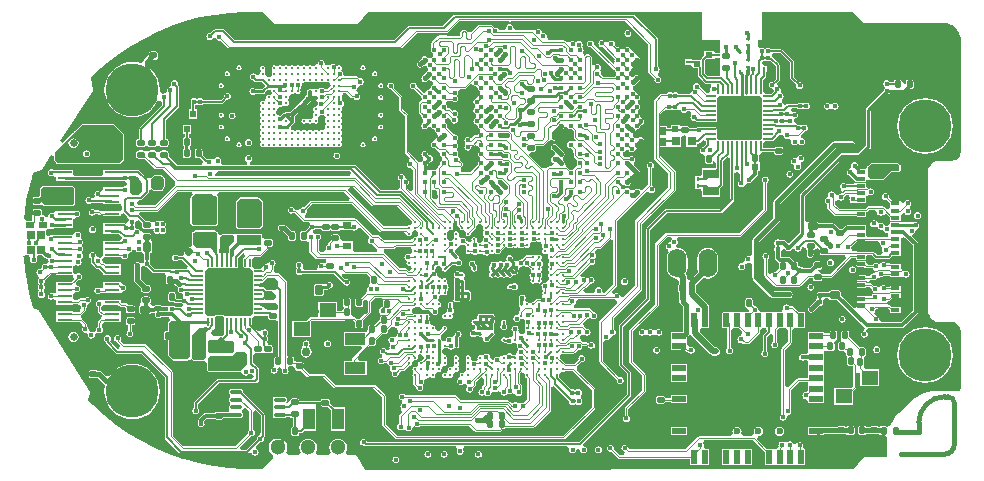
<source format=gtl>
G04*
G04 #@! TF.GenerationSoftware,Altium Limited,Altium Designer,22.2.1 (43)*
G04*
G04 Layer_Physical_Order=1*
G04 Layer_Color=255*
%FSLAX25Y25*%
%MOIN*%
G70*
G04*
G04 #@! TF.SameCoordinates,6C9F7B6B-14DB-4A3D-A1FA-6D2C2168172C*
G04*
G04*
G04 #@! TF.FilePolarity,Positive*
G04*
G01*
G75*
%ADD14C,0.01000*%
%ADD15C,0.00787*%
%ADD17C,0.00600*%
%ADD19C,0.00591*%
%ADD22C,0.00400*%
%ADD25R,0.03150X0.05512*%
%ADD26R,0.03150X0.04921*%
%ADD27R,0.05512X0.03150*%
%ADD28R,0.04921X0.03150*%
G04:AMPARAMS|DCode=29|XSize=23.62mil|YSize=19.68mil|CornerRadius=3.94mil|HoleSize=0mil|Usage=FLASHONLY|Rotation=0.000|XOffset=0mil|YOffset=0mil|HoleType=Round|Shape=RoundedRectangle|*
%AMROUNDEDRECTD29*
21,1,0.02362,0.01181,0,0,0.0*
21,1,0.01575,0.01968,0,0,0.0*
1,1,0.00787,0.00787,-0.00591*
1,1,0.00787,-0.00787,-0.00591*
1,1,0.00787,-0.00787,0.00591*
1,1,0.00787,0.00787,0.00591*
%
%ADD29ROUNDEDRECTD29*%
%ADD30C,0.01063*%
%ADD31R,0.01063X0.01181*%
G04:AMPARAMS|DCode=32|XSize=23.62mil|YSize=19.68mil|CornerRadius=3.94mil|HoleSize=0mil|Usage=FLASHONLY|Rotation=90.000|XOffset=0mil|YOffset=0mil|HoleType=Round|Shape=RoundedRectangle|*
%AMROUNDEDRECTD32*
21,1,0.02362,0.01181,0,0,90.0*
21,1,0.01575,0.01968,0,0,90.0*
1,1,0.00787,0.00591,0.00787*
1,1,0.00787,0.00591,-0.00787*
1,1,0.00787,-0.00591,-0.00787*
1,1,0.00787,-0.00591,0.00787*
%
%ADD32ROUNDEDRECTD32*%
%ADD33R,0.01969X0.04724*%
%ADD34O,0.03347X0.00787*%
%ADD35R,0.04724X0.01969*%
%ADD36O,0.00787X0.03347*%
%ADD37C,0.00984*%
%ADD38R,0.01969X0.02362*%
%ADD39R,0.05118X0.00984*%
%ADD40O,0.06299X0.09449*%
%ADD41C,0.03000*%
%ADD42C,0.02362*%
%ADD43C,0.01575*%
%ADD44O,0.00787X0.03150*%
%ADD45R,0.13386X0.13386*%
%ADD46P,0.00108X8X22.5*%
%ADD47O,0.03150X0.00787*%
%ADD48R,0.07874X0.03346*%
%ADD49R,0.02559X0.02756*%
%ADD50R,0.05512X0.04724*%
%ADD51R,0.01968X0.02362*%
%ADD52R,0.13780X0.13780*%
%ADD53R,0.02953X0.03150*%
%ADD54R,0.01968X0.02559*%
%ADD55R,0.01181X0.01063*%
%ADD56R,0.02402X0.02008*%
%ADD57R,0.05512X0.02953*%
G04:AMPARAMS|DCode=58|XSize=11.81mil|YSize=39.37mil|CornerRadius=2.95mil|HoleSize=0mil|Usage=FLASHONLY|Rotation=90.000|XOffset=0mil|YOffset=0mil|HoleType=Round|Shape=RoundedRectangle|*
%AMROUNDEDRECTD58*
21,1,0.01181,0.03347,0,0,90.0*
21,1,0.00591,0.03937,0,0,90.0*
1,1,0.00591,0.01673,0.00295*
1,1,0.00591,0.01673,-0.00295*
1,1,0.00591,-0.01673,-0.00295*
1,1,0.00591,-0.01673,0.00295*
%
%ADD58ROUNDEDRECTD58*%
%ADD59R,0.03937X0.07087*%
%ADD60R,0.02756X0.01968*%
%ADD61R,0.04528X0.01181*%
%ADD62R,0.03150X0.01181*%
%ADD63R,0.02559X0.01181*%
G04:AMPARAMS|DCode=66|XSize=23.62mil|YSize=19.68mil|CornerRadius=3.94mil|HoleSize=0mil|Usage=FLASHONLY|Rotation=45.000|XOffset=0mil|YOffset=0mil|HoleType=Round|Shape=RoundedRectangle|*
%AMROUNDEDRECTD66*
21,1,0.02362,0.01181,0,0,45.0*
21,1,0.01575,0.01968,0,0,45.0*
1,1,0.00787,0.00974,0.00139*
1,1,0.00787,-0.00139,-0.00974*
1,1,0.00787,-0.00974,-0.00139*
1,1,0.00787,0.00139,0.00974*
%
%ADD66ROUNDEDRECTD66*%
G04:AMPARAMS|DCode=67|XSize=35.43mil|YSize=23.62mil|CornerRadius=4.72mil|HoleSize=0mil|Usage=FLASHONLY|Rotation=270.000|XOffset=0mil|YOffset=0mil|HoleType=Round|Shape=RoundedRectangle|*
%AMROUNDEDRECTD67*
21,1,0.03543,0.01417,0,0,270.0*
21,1,0.02598,0.02362,0,0,270.0*
1,1,0.00945,-0.00709,-0.01299*
1,1,0.00945,-0.00709,0.01299*
1,1,0.00945,0.00709,0.01299*
1,1,0.00945,0.00709,-0.01299*
%
%ADD67ROUNDEDRECTD67*%
%ADD68R,0.02362X0.01968*%
%ADD69R,0.03346X0.07874*%
G04:AMPARAMS|DCode=70|XSize=35.43mil|YSize=23.62mil|CornerRadius=4.72mil|HoleSize=0mil|Usage=FLASHONLY|Rotation=180.000|XOffset=0mil|YOffset=0mil|HoleType=Round|Shape=RoundedRectangle|*
%AMROUNDEDRECTD70*
21,1,0.03543,0.01417,0,0,180.0*
21,1,0.02598,0.02362,0,0,180.0*
1,1,0.00945,-0.01299,0.00709*
1,1,0.00945,0.01299,0.00709*
1,1,0.00945,0.01299,-0.00709*
1,1,0.00945,-0.01299,-0.00709*
%
%ADD70ROUNDEDRECTD70*%
%ADD71R,0.07087X0.03937*%
%ADD72R,0.03150X0.02362*%
%ADD73C,0.00800*%
%ADD127C,0.01500*%
G04:AMPARAMS|DCode=128|XSize=15mil|YSize=15mil|CornerRadius=3.75mil|HoleSize=0mil|Usage=FLASHONLY|Rotation=0.000|XOffset=0mil|YOffset=0mil|HoleType=Round|Shape=RoundedRectangle|*
%AMROUNDEDRECTD128*
21,1,0.01500,0.00750,0,0,0.0*
21,1,0.00750,0.01500,0,0,0.0*
1,1,0.00750,0.00375,-0.00375*
1,1,0.00750,-0.00375,-0.00375*
1,1,0.00750,-0.00375,0.00375*
1,1,0.00750,0.00375,0.00375*
%
%ADD128ROUNDEDRECTD128*%
G04:AMPARAMS|DCode=129|XSize=15mil|YSize=15mil|CornerRadius=3.75mil|HoleSize=0mil|Usage=FLASHONLY|Rotation=90.000|XOffset=0mil|YOffset=0mil|HoleType=Round|Shape=RoundedRectangle|*
%AMROUNDEDRECTD129*
21,1,0.01500,0.00750,0,0,90.0*
21,1,0.00750,0.01500,0,0,90.0*
1,1,0.00750,0.00375,0.00375*
1,1,0.00750,0.00375,-0.00375*
1,1,0.00750,-0.00375,-0.00375*
1,1,0.00750,-0.00375,0.00375*
%
%ADD129ROUNDEDRECTD129*%
%ADD130C,0.00500*%
%ADD131C,0.01200*%
%ADD132C,0.00450*%
%ADD133C,0.00700*%
%ADD134C,0.02000*%
%ADD135C,0.00380*%
%ADD136C,0.00350*%
%ADD137C,0.00900*%
%ADD138C,0.01600*%
%ADD139C,0.00750*%
%ADD140R,0.00664X0.00522*%
%ADD141R,0.00522X0.00664*%
%ADD142C,0.17717*%
%ADD143C,0.01600*%
%ADD144C,0.05118*%
%ADD145C,0.02638*%
%ADD146C,0.02400*%
G36*
X85982Y151259D02*
X86197Y151115D01*
X86450Y151065D01*
X113901D01*
X113931Y151071D01*
X113962Y151067D01*
X114057Y151096D01*
X114154Y151115D01*
X114180Y151132D01*
X114210Y151141D01*
X114287Y151204D01*
X114369Y151259D01*
X114386Y151284D01*
X114411Y151304D01*
X117521Y155051D01*
X139203D01*
X228621Y155051D01*
Y145537D01*
X234886D01*
Y141401D01*
X233160D01*
X232720Y141807D01*
Y141807D01*
X229619D01*
Y140424D01*
X228736Y139541D01*
X228593Y139327D01*
X228543Y139075D01*
Y139051D01*
X225682D01*
Y139051D01*
X225041Y139157D01*
X225041Y139157D01*
X224725Y139157D01*
X223160D01*
Y137394D01*
X225041D01*
X225682Y136659D01*
Y136343D01*
X227362D01*
Y133785D01*
X227412Y133533D01*
X227555Y133320D01*
X229634Y131240D01*
X229848Y131097D01*
X230100Y131047D01*
X231657D01*
X231948Y130047D01*
X231815Y129958D01*
X231561Y129578D01*
X231472Y129129D01*
X231561Y128681D01*
X230969Y127888D01*
X230636Y127811D01*
X230338Y127849D01*
X228198Y129989D01*
X228203Y130013D01*
X228114Y130462D01*
X227860Y130842D01*
X227479Y131096D01*
X227031Y131186D01*
X226582Y131096D01*
X226202Y130842D01*
X225947Y130462D01*
X225858Y130013D01*
X225945Y129560D01*
X225628Y128979D01*
X225373Y128598D01*
X225246Y128131D01*
X224354Y127700D01*
X221016D01*
X221009Y127732D01*
X220849Y127972D01*
X220609Y128132D01*
X220326Y128188D01*
X219576D01*
X219294Y128132D01*
X218955Y128008D01*
X218616Y128132D01*
X218333Y128188D01*
X217583D01*
X217300Y128132D01*
X217060Y127972D01*
X216900Y127732D01*
X216896Y127711D01*
X215187D01*
X214766Y127537D01*
X212939Y125710D01*
X212765Y125289D01*
Y106207D01*
X212939Y105786D01*
X217417Y101309D01*
Y96338D01*
X206579Y85501D01*
X206405Y85080D01*
Y63841D01*
X202544Y59980D01*
X202144Y60052D01*
X201523Y60374D01*
X201477Y60606D01*
X201223Y60987D01*
X200842Y61241D01*
X200394Y61330D01*
X199945Y61241D01*
X199565Y60987D01*
X199481Y60862D01*
X199064Y60849D01*
X198641Y61828D01*
X198642Y61841D01*
X200300Y63500D01*
X200482Y63940D01*
Y85302D01*
X210070Y94889D01*
X211181Y94936D01*
X211561Y94682D01*
X212010Y94593D01*
X212459Y94682D01*
X212839Y94936D01*
X213093Y95317D01*
X213182Y95766D01*
X213093Y96214D01*
X212839Y96595D01*
X212459Y96849D01*
X212327Y96875D01*
X212142Y97220D01*
Y102867D01*
X212387Y103031D01*
X212641Y103411D01*
X212731Y103860D01*
X212641Y104309D01*
X212387Y104689D01*
X212007Y104943D01*
X211558Y105033D01*
X211109Y104943D01*
X210729Y104689D01*
X210475Y104309D01*
X210386Y103860D01*
X210475Y103411D01*
X210729Y103031D01*
X210898Y102918D01*
Y97478D01*
X209085Y95665D01*
X208940Y95630D01*
X207876Y95811D01*
X207500Y96063D01*
X207056Y96151D01*
X206612Y96063D01*
X206236Y95811D01*
X206168Y95710D01*
X205981Y95522D01*
X205700Y95498D01*
X204828Y95661D01*
X204727Y95811D01*
X204365Y96053D01*
X204351Y96133D01*
Y96999D01*
X204365Y97079D01*
X204727Y97321D01*
X204836Y97484D01*
X206112Y98760D01*
X206329Y98905D01*
X206474Y99123D01*
X207713Y100361D01*
X207876Y100470D01*
X208128Y100847D01*
X208216Y101290D01*
X208128Y101734D01*
X207876Y102110D01*
X207716Y102217D01*
X206350Y103583D01*
X206205Y103800D01*
X206177Y103819D01*
X206137Y103943D01*
X206111Y104412D01*
X206261Y104986D01*
X206515Y105367D01*
X206605Y105815D01*
X206515Y106264D01*
X206261Y106644D01*
X205881Y106899D01*
X205432Y106988D01*
X204983Y106899D01*
X204603Y106644D01*
X204597Y106636D01*
X203043D01*
X202523Y107223D01*
X202615Y108133D01*
X202679Y108183D01*
X203059Y108437D01*
X203286Y108776D01*
X203569Y108818D01*
X204042D01*
X204325Y108776D01*
X204551Y108437D01*
X204931Y108183D01*
X205380Y108094D01*
X205829Y108183D01*
X206209Y108437D01*
X206463Y108818D01*
X207056Y109580D01*
X207500Y109668D01*
X207876Y109919D01*
X207985Y110082D01*
X209003Y111100D01*
X209220Y111245D01*
X209474Y111626D01*
X209564Y112074D01*
X209474Y112523D01*
X209220Y112903D01*
X208840Y113158D01*
X208391Y113247D01*
X207942Y113158D01*
X207562Y112903D01*
X207495Y112803D01*
X207122Y112782D01*
X206350Y113034D01*
X206209Y113245D01*
X205872Y113471D01*
X205829Y113765D01*
Y114217D01*
X205872Y114511D01*
X206209Y114736D01*
X206463Y115117D01*
X207056Y115878D01*
X207500Y115967D01*
X207876Y116218D01*
X208128Y116595D01*
X208200Y116956D01*
X208512Y117269D01*
X208895Y117345D01*
X209275Y117599D01*
X209529Y117980D01*
X209619Y118428D01*
X209529Y118877D01*
X209275Y119257D01*
X208895Y119512D01*
X208216Y120188D01*
X208128Y120632D01*
X207876Y121008D01*
X207516Y121249D01*
X207500Y121337D01*
Y122189D01*
X207516Y122276D01*
X207876Y122517D01*
X208128Y122894D01*
X208216Y123337D01*
X208128Y123781D01*
X207876Y124157D01*
X207515Y124399D01*
X207500Y124479D01*
Y125345D01*
X207515Y125426D01*
X207876Y125667D01*
X208128Y126043D01*
X208216Y126487D01*
X208128Y126931D01*
X207876Y127307D01*
X207500Y127559D01*
X207056Y127647D01*
X206719Y128180D01*
X206465Y128560D01*
X206085Y128815D01*
X205866Y128858D01*
X205789Y128933D01*
X205858Y130263D01*
X205930Y130320D01*
X206170Y130368D01*
X206550Y130622D01*
X206695Y130840D01*
X207713Y131857D01*
X207876Y131966D01*
X208128Y132343D01*
X208216Y132786D01*
X208128Y133230D01*
X207876Y133606D01*
X207500Y133858D01*
X207056Y133946D01*
X206612Y133858D01*
X206236Y133606D01*
X206127Y133443D01*
X205984Y133300D01*
X205731Y133283D01*
X204787Y133517D01*
X204727Y133606D01*
X204365Y133848D01*
X204351Y133928D01*
Y134794D01*
X204365Y134874D01*
X204727Y135116D01*
X204979Y135493D01*
X205018Y135693D01*
X205068Y135937D01*
X205960Y136570D01*
X206101Y136598D01*
X206481Y136852D01*
X206626Y137069D01*
X207713Y138156D01*
X207876Y138265D01*
X208128Y138642D01*
X208216Y139085D01*
X208128Y139529D01*
X207876Y139905D01*
X207500Y140157D01*
X207104Y140236D01*
X207056Y140245D01*
X206488Y141152D01*
X206479Y141195D01*
X206225Y141575D01*
X205845Y141830D01*
X205067Y142235D01*
X204979Y142679D01*
X204727Y143055D01*
X204351Y143307D01*
X203907Y143395D01*
X203463Y143307D01*
X203087Y143055D01*
X202845Y142694D01*
X202765Y142679D01*
X201899D01*
X201819Y142694D01*
X201577Y143055D01*
X201201Y143307D01*
X200757Y143395D01*
X200445Y143333D01*
X199715Y144062D01*
X199770Y144338D01*
X199680Y144787D01*
X199426Y145167D01*
X199046Y145422D01*
X198597Y145511D01*
X198148Y145422D01*
X197768Y145167D01*
X197514Y144787D01*
X197508Y144759D01*
X196489D01*
X196457Y144917D01*
X196203Y145297D01*
X195823Y145552D01*
X195374Y145641D01*
X194925Y145552D01*
X194545Y145297D01*
X194291Y144917D01*
X194202Y144468D01*
X194291Y144020D01*
X194545Y143639D01*
X194925Y143385D01*
X195374Y143296D01*
X195650Y143351D01*
X199650Y139350D01*
X199597Y139085D01*
X199686Y138642D01*
X199422Y137588D01*
X199346Y137487D01*
X199313Y137474D01*
X192725Y144062D01*
X192780Y144338D01*
X192690Y144787D01*
X192436Y145167D01*
X192056Y145422D01*
X191607Y145511D01*
X191158Y145422D01*
X190778Y145167D01*
X190524Y144787D01*
X190435Y144338D01*
X190524Y143890D01*
X190778Y143509D01*
X191158Y143255D01*
X191607Y143166D01*
X191883Y143221D01*
X199588Y135515D01*
X199702Y135468D01*
X199937Y135116D01*
X200037Y135049D01*
X200130Y134032D01*
X200120Y133968D01*
X199540Y133382D01*
X195777D01*
X195021Y134137D01*
X195076Y134413D01*
X194986Y134862D01*
X194799Y135455D01*
X194986Y136049D01*
X195076Y136497D01*
X194986Y136946D01*
X194732Y137326D01*
X194352Y137581D01*
X193903Y137670D01*
X193454Y137581D01*
X193074Y137326D01*
X192954Y137146D01*
X191954Y137326D01*
Y139913D01*
X191779Y140334D01*
X191479Y140634D01*
X191058Y140809D01*
X190258D01*
X189837Y140634D01*
X189723Y140520D01*
X189603Y140421D01*
X189417Y140505D01*
X189310Y140728D01*
X189176Y141710D01*
X189231Y141791D01*
X189319Y142235D01*
X189231Y142679D01*
X188979Y143055D01*
X188894Y143641D01*
X188984Y144089D01*
X188894Y144538D01*
X188640Y144918D01*
X188260Y145173D01*
X187811Y145262D01*
X187362Y145173D01*
X186506Y144936D01*
X186126Y145191D01*
X185677Y145280D01*
X185228Y145191D01*
X184848Y144936D01*
X183751Y144817D01*
X183673Y144841D01*
X183096Y145418D01*
X182675Y145593D01*
X177729D01*
X177509Y145817D01*
X177068Y146593D01*
X177104Y146772D01*
X177014Y147221D01*
X176760Y147601D01*
X176380Y147856D01*
X175931Y147945D01*
X175431Y148196D01*
X175341Y148645D01*
X175087Y149025D01*
X174707Y149280D01*
X174258Y149369D01*
X173809Y149280D01*
X173429Y149025D01*
X172680Y148769D01*
X172223Y148883D01*
X172160Y148909D01*
X166676D01*
X165884Y149701D01*
X165794Y150150D01*
X165540Y150530D01*
X165160Y150784D01*
X164887Y150838D01*
X164986Y151838D01*
X203220D01*
X210952Y144106D01*
Y134843D01*
X211135Y134402D01*
X212970Y132567D01*
X212922Y132323D01*
X213011Y131874D01*
X213265Y131494D01*
X213646Y131240D01*
X214094Y131150D01*
X214543Y131240D01*
X214924Y131494D01*
X215178Y131874D01*
X215267Y132323D01*
X215178Y132772D01*
X214924Y133152D01*
X214543Y133406D01*
X214502Y133414D01*
X214192Y133831D01*
X214164Y133941D01*
X214333Y135037D01*
X214587Y135417D01*
X214676Y135866D01*
X214587Y136315D01*
X214333Y136695D01*
X214153Y136815D01*
Y145787D01*
X213963Y146247D01*
X206404Y153806D01*
X205945Y153996D01*
X146314D01*
X145855Y153806D01*
X142418Y150369D01*
X131118D01*
X130658Y150179D01*
X126109Y145630D01*
X73140D01*
X69689Y149081D01*
X69229Y149272D01*
X66535D01*
X66076Y149081D01*
X64935Y147940D01*
X64723Y147982D01*
X64275Y147893D01*
X63894Y147639D01*
X63640Y147259D01*
X63551Y146810D01*
X63640Y146361D01*
X63894Y145981D01*
X64275Y145727D01*
X64723Y145637D01*
X65172Y145727D01*
X65552Y145981D01*
X65776Y146316D01*
X65977Y146344D01*
X66806Y146262D01*
X66830Y146143D01*
X67084Y145763D01*
X67465Y145509D01*
X67913Y145419D01*
X68045Y145445D01*
X70525Y142965D01*
X70965Y142783D01*
X128248D01*
X128688Y142965D01*
X133680Y147958D01*
X140900D01*
X140984Y146993D01*
X140563Y146818D01*
X138790Y145045D01*
X138616Y144624D01*
Y142946D01*
X138438Y142679D01*
X138349Y142235D01*
X138438Y141791D01*
X138689Y141415D01*
X139051Y141174D01*
X139065Y141093D01*
Y140227D01*
X139051Y140147D01*
X138689Y139905D01*
X138448Y139545D01*
X138361Y139529D01*
X137508D01*
X137421Y139545D01*
X137180Y139905D01*
X136804Y140157D01*
X136360Y140245D01*
X135916Y140157D01*
X135540Y139905D01*
X135431Y139743D01*
X134110Y138421D01*
X134093Y138396D01*
X134074Y138383D01*
X133820Y138003D01*
X133731Y137554D01*
X133820Y137106D01*
X134074Y136725D01*
X134454Y136471D01*
X134903Y136382D01*
X135352Y136471D01*
X135732Y136725D01*
X135929Y137019D01*
X136250Y137049D01*
X137068Y136793D01*
X137216Y136571D01*
X137504Y136379D01*
X137557Y135782D01*
X137524Y135324D01*
X137467Y135282D01*
X137288Y135247D01*
X136908Y134992D01*
X136763Y134775D01*
X135703Y133715D01*
X135540Y133606D01*
X135289Y133230D01*
X135200Y132786D01*
X135289Y132343D01*
X135540Y131966D01*
X135916Y131715D01*
X136360Y131626D01*
X136804Y131715D01*
X137180Y131966D01*
X137289Y132129D01*
X137432Y132272D01*
X137686Y132290D01*
X138629Y132055D01*
X138689Y131966D01*
X139050Y131725D01*
X139065Y131638D01*
Y130786D01*
X139050Y130698D01*
X138689Y130457D01*
X138438Y130081D01*
X138349Y129637D01*
X137550Y129081D01*
X137170Y128826D01*
X136916Y128446D01*
X136730Y128179D01*
X135730Y127997D01*
X133636Y130091D01*
X133685Y130335D01*
X133596Y130784D01*
X133342Y131164D01*
X132961Y131418D01*
X132512Y131508D01*
X132064Y131418D01*
X131683Y131164D01*
X131429Y130784D01*
X131340Y130335D01*
X131429Y129886D01*
X131683Y129506D01*
X132064Y129252D01*
X132512Y129163D01*
X132756Y129211D01*
X135247Y126720D01*
X135200Y126487D01*
X135289Y126043D01*
X135082Y125418D01*
X134482Y124818D01*
X134308Y124397D01*
Y121645D01*
X134482Y121224D01*
X135253Y120453D01*
X135200Y120188D01*
X135289Y119745D01*
X135540Y119368D01*
X135846Y119164D01*
X135909Y119085D01*
X135916Y119046D01*
Y118180D01*
X135902Y118100D01*
X135540Y117858D01*
X135289Y117482D01*
X135200Y117038D01*
X135289Y116595D01*
X135540Y116218D01*
X135916Y115967D01*
X136360Y115878D01*
X136804Y115967D01*
X137180Y116218D01*
X137421Y116579D01*
X137508Y116595D01*
X138361D01*
X138406Y116586D01*
X138485Y116523D01*
X138689Y116218D01*
X139065Y115967D01*
X139509Y115878D01*
X139839Y115177D01*
X140093Y114796D01*
X140376Y114607D01*
X140500Y114395D01*
X140668Y113484D01*
X140598Y113415D01*
X140381Y113269D01*
X140127Y112889D01*
X140109Y112799D01*
X139509Y111899D01*
X139496Y111896D01*
X139065Y111811D01*
X138689Y111559D01*
X138438Y111183D01*
X138349Y110739D01*
X138438Y110295D01*
X138689Y109919D01*
X139065Y109668D01*
X139509Y109580D01*
X139742Y109626D01*
X140695Y108673D01*
X140787Y108635D01*
X141203Y108322D01*
X141499Y107589D01*
X141588Y107146D01*
X141839Y106769D01*
X142200Y106528D01*
X142215Y106441D01*
Y105915D01*
X142056Y105405D01*
X141839Y105260D01*
X141588Y104884D01*
X141499Y104440D01*
X141552Y104175D01*
X140837Y103460D01*
X140679Y103079D01*
X140652Y103029D01*
X140554Y102936D01*
X139663Y102419D01*
X139509Y102450D01*
X139065Y102362D01*
X138689Y102110D01*
X137603Y102237D01*
X137227Y102617D01*
Y103690D01*
X137432Y103997D01*
X137520Y104440D01*
X138289Y104980D01*
X138327Y104988D01*
X138707Y105242D01*
X138961Y105623D01*
X139051Y106071D01*
X138961Y106520D01*
X138707Y106900D01*
X138327Y107155D01*
X137944Y107231D01*
X137504Y107671D01*
X137432Y108033D01*
X137180Y108409D01*
X136804Y108661D01*
X136360Y108749D01*
X135916Y108661D01*
X135540Y108409D01*
X135289Y108033D01*
X135200Y107589D01*
X135289Y107146D01*
X135540Y106769D01*
X135777Y106611D01*
X135916Y106203D01*
Y105589D01*
X135908Y105543D01*
X135845Y105464D01*
X135540Y105260D01*
X135369Y105005D01*
X134757Y104974D01*
X134421Y105031D01*
X134309Y105080D01*
X134271Y105171D01*
X130910Y108532D01*
Y120433D01*
X130736Y120854D01*
X128932Y122658D01*
Y126648D01*
X128758Y127069D01*
X126085Y129742D01*
X126178Y129881D01*
X126267Y130329D01*
X126178Y130778D01*
X125924Y131158D01*
X125543Y131413D01*
X125095Y131502D01*
X124646Y131413D01*
X124266Y131158D01*
X124011Y130778D01*
X123922Y130329D01*
X124011Y129881D01*
X124266Y129500D01*
X124646Y129246D01*
X125013Y129173D01*
X125044Y129099D01*
X127742Y126401D01*
Y122411D01*
X127916Y121990D01*
X129720Y120187D01*
Y108285D01*
X129894Y107864D01*
X131497Y106261D01*
X131131Y105213D01*
X130751Y104959D01*
X130497Y104579D01*
X130408Y104130D01*
X130497Y103681D01*
X130751Y103301D01*
X131131Y103047D01*
X131580Y102957D01*
X131766Y102995D01*
X132505Y102335D01*
Y95657D01*
X131581Y95275D01*
X130561Y96294D01*
X130616Y97275D01*
X130789Y97391D01*
X131043Y97771D01*
X131132Y98220D01*
X131043Y98669D01*
X130789Y99049D01*
X130409Y99303D01*
X129960Y99392D01*
X129686Y100249D01*
X129432Y100629D01*
X129052Y100883D01*
X128603Y100972D01*
X128154Y100883D01*
X127774Y100629D01*
X127520Y100249D01*
X127430Y99800D01*
X127520Y99351D01*
X127774Y98971D01*
X128007Y98815D01*
Y96237D01*
X127219Y95526D01*
X121720D01*
X113427Y103819D01*
X112967Y104009D01*
X78151D01*
X78079Y105009D01*
X78126Y105045D01*
X78291Y105156D01*
X78506Y105299D01*
X78760Y105680D01*
X78850Y106129D01*
X78760Y106577D01*
X78506Y106958D01*
X78126Y107212D01*
X77677Y107301D01*
X77228Y107212D01*
X76848Y106958D01*
X76594Y106577D01*
X76505Y106129D01*
X76594Y105680D01*
X76848Y105299D01*
X77228Y105045D01*
X77275Y105009D01*
X77204Y104009D01*
X68952D01*
X68394Y104934D01*
X68395Y105009D01*
X68472Y105400D01*
X68383Y105849D01*
X68129Y106229D01*
X67749Y106483D01*
X67300Y106572D01*
X66851Y106483D01*
X66471Y106229D01*
X66248Y105895D01*
X65928Y105826D01*
X65181Y105768D01*
X65140Y105829D01*
X64760Y106083D01*
X64311Y106173D01*
X63862Y106083D01*
X63577Y105893D01*
X62337Y107132D01*
Y108607D01*
X62280Y108898D01*
X62115Y109144D01*
X61869Y109308D01*
X61579Y109366D01*
X60398D01*
X60108Y109308D01*
X59862Y109144D01*
X59697Y108898D01*
X59640Y108607D01*
Y107033D01*
X59697Y106742D01*
X59862Y106496D01*
X60108Y106332D01*
X60398Y106274D01*
X61321D01*
X62586Y105009D01*
X62211Y104009D01*
X59529D01*
X59409Y104033D01*
X53736D01*
X50963Y106806D01*
X50966Y106821D01*
Y108002D01*
X50908Y108292D01*
X50744Y108538D01*
X50498Y108703D01*
X50207Y108760D01*
X48633D01*
X48342Y108703D01*
X48096Y108538D01*
X48006Y108402D01*
X47470Y108343D01*
X46934Y108402D01*
X46844Y108538D01*
X46598Y108703D01*
X46307Y108760D01*
X44733D01*
X44442Y108703D01*
X44196Y108538D01*
X44196Y108537D01*
X43953Y108474D01*
X43327D01*
X43084Y108537D01*
X43084Y108538D01*
X42838Y108703D01*
X42547Y108760D01*
X40973D01*
X40682Y108703D01*
X40436Y108538D01*
X40272Y108292D01*
X40214Y108002D01*
Y106821D01*
X40272Y106531D01*
X40436Y106285D01*
X40682Y106120D01*
X40973Y106063D01*
X42547D01*
X42791Y106111D01*
X46228Y102674D01*
X46668Y102491D01*
X49061D01*
X53033Y98520D01*
X53101Y97804D01*
X52996Y97342D01*
X46335Y90681D01*
X40885D01*
X40662Y90761D01*
X40430Y91331D01*
X41107Y92306D01*
X41622D01*
X41915Y92364D01*
X42163Y92530D01*
X44163Y94530D01*
X44328Y94778D01*
X44387Y95071D01*
Y95435D01*
X45387Y95849D01*
X45874Y95362D01*
X46142Y95251D01*
X48760D01*
X48808Y95271D01*
X48860Y95264D01*
X48937Y95324D01*
X49028Y95362D01*
X49048Y95410D01*
X49089Y95441D01*
X49856Y96779D01*
X49869Y96877D01*
X49906Y96968D01*
Y99271D01*
X49795Y99538D01*
X48713Y100621D01*
X48445Y100732D01*
X46287D01*
X46019Y100621D01*
X45102Y99704D01*
X44915Y99625D01*
X44114Y99582D01*
X43843Y99629D01*
X41413Y102059D01*
X41165Y102225D01*
X40872Y102283D01*
X34996D01*
Y102361D01*
X29178D01*
Y100676D01*
X28285Y100417D01*
X20140D01*
X19248Y100676D01*
X19248Y102361D01*
X13430D01*
Y102361D01*
X12451Y102412D01*
X12378Y102461D01*
X11929Y102550D01*
X11480Y102461D01*
X11100Y102207D01*
X10846Y101827D01*
X10757Y101378D01*
X10846Y100929D01*
X11100Y100549D01*
X11480Y100295D01*
X11929Y100205D01*
X12378Y100295D01*
X12430Y100329D01*
X13422Y99894D01*
X13430Y99886D01*
X13430Y98708D01*
X16215D01*
X16339Y98683D01*
X35666D01*
X35686Y98652D01*
X35926Y98492D01*
X36209Y98436D01*
X36294D01*
X37032Y97466D01*
X36888Y96939D01*
X36575Y96763D01*
X36378Y96802D01*
X35929Y96713D01*
X35898Y96692D01*
X34996Y96455D01*
X34996Y96455D01*
Y96455D01*
X34996Y96455D01*
X29178D01*
Y95459D01*
X28616Y95185D01*
X28178Y95079D01*
X27890Y95271D01*
X27441Y95361D01*
X26992Y95271D01*
X26612Y95017D01*
X26358Y94637D01*
X26268Y94188D01*
X26358Y93739D01*
X25739Y92941D01*
X25622Y92909D01*
X25238Y92948D01*
X24858Y93202D01*
X24409Y93291D01*
X23961Y93202D01*
X23580Y92948D01*
X23326Y92567D01*
X23237Y92119D01*
X23326Y91670D01*
X23580Y91289D01*
X23961Y91035D01*
X24409Y90946D01*
X24858Y91035D01*
X25192Y91259D01*
X29178D01*
Y90834D01*
X34605D01*
X34996Y90834D01*
X35605Y90086D01*
Y89329D01*
X34996Y88581D01*
X34605Y88581D01*
X29178D01*
X29178Y88581D01*
X28212Y88663D01*
X27854Y88811D01*
X26573D01*
X26435Y89018D01*
X26055Y89272D01*
X25606Y89362D01*
X25157Y89272D01*
X24777Y89018D01*
X24523Y88638D01*
X24434Y88189D01*
X24523Y87740D01*
X24777Y87360D01*
X25157Y87106D01*
X25606Y87016D01*
X26055Y87106D01*
X26435Y87360D01*
X26573Y87567D01*
X27596D01*
X27863Y87299D01*
X28304Y87117D01*
X29178D01*
Y86897D01*
X34996D01*
Y87458D01*
X35347Y87691D01*
X35996Y87844D01*
X37271Y86569D01*
X37571Y86264D01*
X37678Y85515D01*
X37592Y85085D01*
X37587Y85062D01*
X37455Y84793D01*
X36542Y84343D01*
X36294Y84509D01*
X36001Y84567D01*
X34996D01*
Y84644D01*
X29178D01*
Y82960D01*
X29178D01*
Y82676D01*
X29178D01*
Y80991D01*
X32215D01*
X32279Y80979D01*
X34541D01*
X35194Y80325D01*
X35439Y79555D01*
X34802Y78739D01*
X29178D01*
X29178Y77054D01*
X29178Y76054D01*
X29178Y75086D01*
Y74066D01*
X29178Y73816D01*
X29151Y73623D01*
X28254Y73005D01*
X28083Y73032D01*
X28083Y73032D01*
X27935Y73131D01*
X27486Y73220D01*
X26833Y73792D01*
X26763Y74018D01*
X26713Y74268D01*
X26459Y74648D01*
X26079Y74902D01*
X25630Y74991D01*
X25181Y74902D01*
X24801Y74648D01*
X24547Y74268D01*
X24457Y73819D01*
X24547Y73370D01*
X24801Y72990D01*
X24981Y72870D01*
Y71528D01*
X25171Y71068D01*
X26676Y69563D01*
X27135Y69373D01*
X27782D01*
X29178Y67978D01*
Y67212D01*
X34996D01*
Y68180D01*
X34996Y68896D01*
X34996D01*
Y69180D01*
X34996D01*
Y70865D01*
X30058D01*
X29502Y71421D01*
X29113Y71582D01*
X28898Y72136D01*
X28840Y72287D01*
X29462Y73114D01*
X29489Y73117D01*
X30049Y73117D01*
X34996D01*
X35802Y72650D01*
X35851Y72618D01*
X36299Y72528D01*
X36748Y72618D01*
X37128Y72872D01*
X37383Y73252D01*
X37472Y73701D01*
X37426Y73928D01*
X37738Y74519D01*
X38093Y74887D01*
X38362Y74940D01*
X38743Y75195D01*
X38920Y75460D01*
X39483Y75514D01*
X39991Y75450D01*
X40175Y75175D01*
X40555Y74920D01*
X41004Y74831D01*
X41402Y74910D01*
X41535Y74917D01*
X41955Y74898D01*
X42778Y74343D01*
X42721Y73521D01*
X42705Y73441D01*
Y72691D01*
X42761Y72408D01*
X42921Y72168D01*
Y71970D01*
X42761Y71730D01*
X42729Y71568D01*
X42705Y71447D01*
X42699Y71433D01*
X42699Y71433D01*
X42705Y71447D01*
X42707Y71459D01*
X42699Y71433D01*
X42692Y71414D01*
X42073Y71138D01*
X41570Y71142D01*
X41464Y71274D01*
X41420Y71341D01*
X41420Y71341D01*
X41391Y71360D01*
X41039Y71595D01*
X40591Y71684D01*
X40142Y71595D01*
X39761Y71341D01*
X39507Y70960D01*
X39418Y70512D01*
X39469Y70256D01*
Y65551D01*
X39469Y65551D01*
X39554Y65122D01*
X39797Y64758D01*
X41879Y62676D01*
Y62126D01*
X41937Y61836D01*
X42102Y61590D01*
X42348Y61425D01*
X42638Y61368D01*
X44213D01*
X44503Y61425D01*
X44749Y61590D01*
X44913Y61836D01*
X44971Y62126D01*
Y63307D01*
X44913Y63597D01*
X44749Y63843D01*
X44503Y64008D01*
X44213Y64065D01*
X43663D01*
X41712Y66016D01*
Y69944D01*
X41731Y70008D01*
X42569Y70460D01*
X42779Y70329D01*
X42921Y70174D01*
X43008Y70116D01*
X43161Y70014D01*
X43444Y69958D01*
X43685D01*
X45651Y67992D01*
X45899Y67826D01*
X46192Y67768D01*
X49830D01*
X49943Y67632D01*
X50284Y66784D01*
X50226Y66494D01*
Y64919D01*
X50284Y64629D01*
X50448Y64383D01*
X50694Y64219D01*
X50984Y64161D01*
X51774D01*
X51809Y64154D01*
X51809Y64154D01*
X52934D01*
X53490Y63598D01*
X53580Y63462D01*
X53961Y63208D01*
X54005Y62349D01*
X54094Y61901D01*
X54348Y61520D01*
X54729Y61266D01*
X55178Y61177D01*
X55756Y60800D01*
X55876Y60374D01*
X55885Y60326D01*
X55738Y59652D01*
X55393Y59400D01*
X55352Y59372D01*
X55309Y59308D01*
X53854D01*
X53484Y59678D01*
Y60733D01*
X53427Y61023D01*
X53262Y61269D01*
X53016Y61433D01*
X52726Y61491D01*
X51545D01*
X51255Y61433D01*
X51009Y61269D01*
X50844Y61023D01*
X50787Y60733D01*
Y59158D01*
X50844Y58868D01*
X51009Y58622D01*
X51255Y58457D01*
X51545Y58399D01*
X52600D01*
X52997Y58003D01*
X53245Y57837D01*
X53537Y57779D01*
X55309D01*
X55352Y57714D01*
X55732Y57460D01*
X55879Y56834D01*
X55755Y56760D01*
X54988Y56599D01*
X54971Y56611D01*
X54678Y56669D01*
X53147D01*
X53058Y56802D01*
X52819Y56962D01*
X52536Y57018D01*
X51786D01*
X51503Y56962D01*
X51263Y56802D01*
X51065D01*
X50825Y56962D01*
X50542Y57018D01*
X50039D01*
X50017Y57023D01*
X48891D01*
X48872Y57042D01*
X48557Y57252D01*
X48187Y57326D01*
X46878D01*
X46507Y57252D01*
X46193Y57042D01*
X46190Y57041D01*
X45709Y57045D01*
X44943Y57971D01*
X44971Y58189D01*
Y59370D01*
X44913Y59660D01*
X44749Y59906D01*
X44503Y60071D01*
X44213Y60128D01*
X42638D01*
X42348Y60071D01*
X42102Y59906D01*
X41937Y59660D01*
X41879Y59370D01*
Y58189D01*
X41619Y57269D01*
X41376Y57076D01*
X41336Y57050D01*
X41154Y56778D01*
X41091Y56457D01*
Y55039D01*
X41154Y54719D01*
X41336Y54446D01*
X41608Y54265D01*
X41929Y54201D01*
X44528D01*
X44848Y54265D01*
X45120Y54446D01*
X45302Y54719D01*
X46261Y54491D01*
X46312Y54473D01*
X46406Y53810D01*
Y53689D01*
X46462Y53406D01*
X46622Y53167D01*
X46862Y53006D01*
X47145Y52950D01*
X47895D01*
X48178Y53006D01*
X48415Y53165D01*
X51068D01*
X51131Y53064D01*
X51375Y52165D01*
X50756Y51546D01*
X50645Y51278D01*
X50645Y48593D01*
X50197D01*
X49907Y48535D01*
X49661Y48371D01*
X49496Y48125D01*
X49439Y47835D01*
Y46260D01*
X49496Y45970D01*
X49661Y45724D01*
X49907Y45559D01*
X50197Y45502D01*
X50645D01*
X50645Y40709D01*
X50756Y40441D01*
X52330Y38866D01*
X52598Y38756D01*
X57257Y38756D01*
X57525Y38866D01*
X57658Y39000D01*
X58660Y39194D01*
X58788Y39066D01*
X59309Y38545D01*
X59577Y38434D01*
X62611Y38434D01*
X62879Y38545D01*
X63806Y38058D01*
X63806Y35904D01*
X63806Y35744D01*
X63806Y35744D01*
X63917Y35476D01*
X64143Y35251D01*
X64253Y35089D01*
X64352Y35089D01*
X64539Y35012D01*
X74533Y35012D01*
X75001Y34969D01*
X75582Y34475D01*
X75836Y34095D01*
X76216Y33841D01*
X76665Y33752D01*
X77114Y33841D01*
X77494Y34095D01*
X77862Y34411D01*
X78270Y34181D01*
X78718Y34092D01*
X79369Y33485D01*
X78704Y32610D01*
X67436D01*
X67163Y32556D01*
X66932Y32401D01*
X59555Y25025D01*
X59401Y24793D01*
X59346Y24520D01*
Y22926D01*
X59231Y22849D01*
X58977Y22469D01*
X58887Y22020D01*
X58977Y21571D01*
X59231Y21191D01*
X59611Y20937D01*
X60060Y20847D01*
X60509Y20937D01*
X60889Y21191D01*
X61143Y21571D01*
X61233Y22020D01*
X61143Y22469D01*
X60889Y22849D01*
X60774Y22926D01*
Y24224D01*
X67732Y31183D01*
X79810D01*
X80083Y31237D01*
X80314Y31392D01*
X80981Y32059D01*
X81136Y32290D01*
X81191Y32563D01*
Y35785D01*
X81136Y36059D01*
X80981Y36290D01*
X79220Y38051D01*
Y40415D01*
X79268Y40506D01*
X79961Y41210D01*
X81535D01*
X81826Y41268D01*
X81832Y41272D01*
X82227Y41417D01*
X82837Y41359D01*
X83056Y41242D01*
X83135Y41189D01*
X83425Y41131D01*
X85000D01*
X85290Y41189D01*
X85536Y41354D01*
X85701Y41600D01*
X85758Y41890D01*
Y43071D01*
X85701Y43361D01*
X85536Y43607D01*
X85290Y43771D01*
X85000Y43829D01*
X84570D01*
X84155Y44120D01*
X84148Y44131D01*
X83929Y45131D01*
X84089Y45371D01*
X84146Y45654D01*
Y46404D01*
X84089Y46687D01*
X83929Y46926D01*
Y47125D01*
X84089Y47364D01*
X84146Y47647D01*
Y48397D01*
X84089Y48680D01*
X83929Y48920D01*
X83689Y49080D01*
X83407Y49136D01*
X82657D01*
X82374Y49080D01*
X82134Y48920D01*
X82110Y48884D01*
X81290Y48650D01*
X80945Y48635D01*
X78942Y50638D01*
Y52900D01*
X78935Y52939D01*
X79134Y53251D01*
X79408Y53525D01*
X79720Y53725D01*
X79759Y53717D01*
X80908D01*
X80940Y53711D01*
X84173D01*
Y53097D01*
X84231Y52807D01*
X84395Y52561D01*
X84641Y52397D01*
X84931Y52339D01*
X86500D01*
X86506Y52339D01*
X87298Y51874D01*
X87500Y51665D01*
Y40087D01*
X86968D01*
X86678Y40029D01*
X86432Y39865D01*
X86268Y39619D01*
X86210Y39328D01*
Y37754D01*
X86232Y37644D01*
X86225Y37576D01*
X85975Y37018D01*
X85699Y36596D01*
X85693Y36595D01*
X85313Y36341D01*
X85058Y35961D01*
X84969Y35512D01*
X85058Y35063D01*
X85313Y34683D01*
X85693Y34429D01*
X86142Y34339D01*
X86590Y34429D01*
X86971Y34683D01*
X87225Y35063D01*
X87314Y35512D01*
X87225Y35961D01*
X87718Y36472D01*
X88760Y35848D01*
X88788Y35727D01*
X88779Y35713D01*
X88690Y35264D01*
X88779Y34816D01*
X89033Y34435D01*
X89413Y34181D01*
X89862Y34092D01*
X90311Y34181D01*
X90691Y34435D01*
X90946Y34816D01*
X91035Y35264D01*
X90946Y35713D01*
X90740Y36020D01*
X90784Y36279D01*
X91142Y36995D01*
X92087D01*
X92139Y37006D01*
X92881Y36595D01*
X93139Y36360D01*
Y36171D01*
X93197Y35881D01*
X93362Y35635D01*
X93607Y35470D01*
X93898Y35413D01*
X94980D01*
X95346Y35046D01*
X95526Y34972D01*
X97198Y33300D01*
X97638Y33118D01*
X102587D01*
X106066Y29639D01*
X106506Y29456D01*
X119270D01*
X122104Y26622D01*
Y17306D01*
X122286Y16866D01*
X126482Y12670D01*
X126922Y12488D01*
X182610D01*
X183050Y12670D01*
X193060Y22680D01*
X193242Y23120D01*
Y29100D01*
X193060Y29540D01*
X186999Y35601D01*
X186983Y35993D01*
X187152Y36863D01*
X188529Y38240D01*
X188740Y38198D01*
X189189Y38287D01*
X189569Y38541D01*
X189823Y38921D01*
X189913Y39370D01*
X189823Y39819D01*
X189569Y40199D01*
X189189Y40453D01*
X188740Y40543D01*
X188292Y40453D01*
X187911Y40199D01*
X187657Y39819D01*
X187568Y39370D01*
X187623Y39094D01*
X186256Y37728D01*
X183261D01*
X181301Y39688D01*
X181363Y40015D01*
X181466Y40372D01*
X181576Y40502D01*
X182007Y40866D01*
X182007Y40866D01*
X182351Y40798D01*
X182694Y40866D01*
X182986Y41061D01*
X182986D01*
X182995Y41074D01*
X185944D01*
X186384Y41256D01*
X187451Y42323D01*
X187695Y42274D01*
X188144Y42364D01*
X188524Y42618D01*
X188778Y42998D01*
X188867Y43447D01*
X189001Y43609D01*
X190012Y43639D01*
X190014Y43637D01*
X190454Y43455D01*
X190838D01*
X190846Y43417D01*
X191100Y43037D01*
X191480Y42783D01*
X191929Y42693D01*
X192378Y42783D01*
X192758Y43037D01*
X193012Y43417D01*
X193102Y43866D01*
X193012Y44315D01*
X192758Y44695D01*
X192378Y44949D01*
X191929Y45038D01*
X191480Y44949D01*
X191107Y44699D01*
X190712D01*
X190669Y44742D01*
X190229Y44925D01*
X189042D01*
X188448Y45519D01*
X188401Y45538D01*
X187995Y46504D01*
X187992Y46701D01*
X188205Y47040D01*
X188574Y47287D01*
X188587Y47295D01*
X189598Y47357D01*
X189708Y47312D01*
X190016Y47106D01*
X190465Y47016D01*
X190914Y47106D01*
X191294Y47360D01*
X191548Y47740D01*
X191638Y48189D01*
X191548Y48638D01*
X191294Y49018D01*
X190914Y49272D01*
X190465Y49362D01*
X190221Y49313D01*
X189339Y50195D01*
X189286Y50270D01*
X189080Y51349D01*
X190344Y52613D01*
X190465Y52589D01*
X190914Y52679D01*
X191294Y52933D01*
X191887Y52870D01*
X192268Y52616D01*
X192717Y52526D01*
X193165Y52616D01*
X193546Y52870D01*
X193800Y53250D01*
X193889Y53699D01*
X193800Y54148D01*
X193546Y54528D01*
X193165Y54782D01*
X192816Y54852D01*
X191475Y56193D01*
X191035Y56375D01*
X186083D01*
X185984Y57375D01*
X186000Y57378D01*
X186380Y57632D01*
X186635Y58013D01*
X186724Y58462D01*
X187542Y59214D01*
X199555D01*
X199666Y59260D01*
X199945Y59074D01*
X200178Y59028D01*
X200499Y58407D01*
X200571Y58008D01*
X194658Y52094D01*
X194483Y51673D01*
Y38465D01*
X194658Y38044D01*
X200378Y32323D01*
X200324Y32047D01*
X200413Y31598D01*
X200667Y31218D01*
X201047Y30964D01*
X201496Y30875D01*
X201945Y30964D01*
X202325Y31218D01*
X202579Y31598D01*
X202669Y32047D01*
X202579Y32496D01*
X202325Y32876D01*
X201945Y33130D01*
X201496Y33220D01*
X201220Y33165D01*
X195674Y38711D01*
Y44904D01*
X195990Y45164D01*
X196674Y45529D01*
X196929Y45478D01*
X197378Y45568D01*
X197758Y45822D01*
X198012Y46202D01*
X198423Y46644D01*
X198682Y46884D01*
X199328Y47106D01*
X199708Y47360D01*
X199708Y47360D01*
X199755Y47429D01*
X199963Y47740D01*
X200052Y48189D01*
X199963Y48638D01*
X199708Y49018D01*
X199454Y49188D01*
Y52942D01*
X208641Y62130D01*
X208815Y62551D01*
Y84253D01*
X219811Y95249D01*
X219985Y95670D01*
Y101673D01*
X219811Y102094D01*
X214929Y106976D01*
Y110002D01*
X217279D01*
Y110002D01*
X218154Y110002D01*
Y110002D01*
X221807D01*
Y113189D01*
X221914Y113417D01*
X223087Y113799D01*
X223469Y113591D01*
X223469Y113122D01*
Y110002D01*
X227122D01*
Y111065D01*
X227547D01*
X227837Y111123D01*
X228083Y111287D01*
X228873Y112078D01*
X229033Y112118D01*
X229987Y112074D01*
X230121Y111985D01*
X230158Y111948D01*
Y110888D01*
X229257Y109986D01*
X229173Y110003D01*
X228725Y109913D01*
X228344Y109659D01*
X228090Y109279D01*
X228001Y108830D01*
X228090Y108381D01*
X228344Y108001D01*
X228725Y107747D01*
X229173Y107658D01*
X229193Y107661D01*
X229595Y107225D01*
X229869Y106801D01*
X229832Y106614D01*
Y105039D01*
X229890Y104749D01*
X230054Y104503D01*
X230300Y104339D01*
X230591Y104281D01*
X231772D01*
X232062Y104339D01*
X232308Y104503D01*
X232472Y104749D01*
X232530Y105039D01*
Y105191D01*
X232605Y105241D01*
X233605Y104706D01*
Y102788D01*
X228635D01*
Y101024D01*
X228294Y100165D01*
X226531D01*
Y98284D01*
X226531D01*
Y97803D01*
X226531D01*
Y95922D01*
X228294D01*
X228635Y95063D01*
Y93387D01*
X234847D01*
Y96109D01*
X235669Y96931D01*
X235811Y97144D01*
X235861Y97396D01*
Y105364D01*
X237226Y106729D01*
X238226Y106315D01*
Y97537D01*
Y92707D01*
X234666Y89147D01*
X216745D01*
X216491Y89096D01*
X216276Y88953D01*
X210457Y83134D01*
X210313Y82919D01*
X210262Y82665D01*
Y59693D01*
X201303Y50733D01*
X201159Y50518D01*
X201109Y50264D01*
Y37402D01*
X201159Y37148D01*
X201303Y36933D01*
X203902Y34334D01*
Y27649D01*
X187680Y11427D01*
X117245D01*
X117157Y11535D01*
X117068Y11984D01*
X116813Y12364D01*
X116433Y12618D01*
X115984Y12708D01*
X115535Y12618D01*
X115155Y12364D01*
X114901Y11984D01*
X114812Y11535D01*
X114901Y11086D01*
X115155Y10706D01*
X115535Y10452D01*
X115984Y10362D01*
X116241Y10413D01*
X116358Y10296D01*
X116574Y10152D01*
X116827Y10102D01*
X146744D01*
X146917Y9874D01*
X147187Y9102D01*
X147081Y8943D01*
X146992Y8494D01*
X147081Y8045D01*
X147336Y7665D01*
X147716Y7411D01*
X148165Y7322D01*
X148613Y7411D01*
X148994Y7665D01*
X149248Y8045D01*
X149337Y8494D01*
X149248Y8943D01*
X149142Y9102D01*
X149412Y9874D01*
X149585Y10102D01*
X183827D01*
X184032Y9906D01*
X184503Y9102D01*
X184473Y8954D01*
X184563Y8506D01*
X184817Y8125D01*
X185197Y7871D01*
X185646Y7782D01*
X186095Y7871D01*
X186475Y8125D01*
X186729Y8506D01*
X186819Y8954D01*
X187468Y9235D01*
X188152Y8954D01*
X188242Y8506D01*
X188496Y8125D01*
X188876Y7871D01*
X189325Y7782D01*
X189773Y7871D01*
X190154Y8125D01*
X190408Y8506D01*
X190497Y8954D01*
X190408Y9403D01*
X190154Y9783D01*
X189773Y10038D01*
X189612Y10070D01*
X189242Y10869D01*
X189218Y11090D01*
X205033Y26906D01*
X205177Y27121D01*
X205227Y27374D01*
Y34609D01*
X205177Y34862D01*
X205033Y35077D01*
X202434Y37676D01*
Y49990D01*
X211394Y58949D01*
X211538Y59164D01*
X211588Y59418D01*
Y82390D01*
X217019Y87822D01*
X234941D01*
X235195Y87872D01*
X235410Y88016D01*
X239358Y91964D01*
X239501Y92179D01*
X239552Y92432D01*
Y97537D01*
Y100994D01*
X239619Y101108D01*
X240500Y101748D01*
X241351Y101037D01*
X241379Y100980D01*
Y98794D01*
X241088Y98599D01*
X240834Y98218D01*
X240744Y97770D01*
X240834Y97321D01*
X241088Y96940D01*
X241468Y96686D01*
X241917Y96597D01*
X242366Y96686D01*
X242746Y96940D01*
X243000Y97321D01*
X243019Y97413D01*
X243809Y97922D01*
X244068Y97977D01*
X244384Y97914D01*
X244832Y98004D01*
X245213Y98258D01*
X245267Y98339D01*
X245272Y98342D01*
X247299Y100370D01*
X247509Y100684D01*
X247583Y101054D01*
Y101894D01*
X248145D01*
Y104563D01*
X248145D01*
X247924Y105512D01*
Y107087D01*
X248187Y107676D01*
X248607Y108067D01*
X248628Y108072D01*
X248874Y108236D01*
X248907Y108285D01*
X252785D01*
Y108150D01*
X252843Y107859D01*
X253007Y107613D01*
X253253Y107449D01*
X253543Y107391D01*
X255118D01*
X255408Y107449D01*
X255654Y107613D01*
X255819Y107859D01*
X255876Y108150D01*
Y109331D01*
X255819Y109621D01*
X255654Y109867D01*
X255408Y110031D01*
X255118Y110089D01*
X253543D01*
X253253Y110031D01*
X253007Y109867D01*
X252843Y109621D01*
X252841Y109610D01*
X249096D01*
Y110897D01*
X249338Y111610D01*
X250051Y111852D01*
X251980D01*
X252270Y111910D01*
X252516Y112074D01*
X252680Y112320D01*
X252686Y112351D01*
X254360Y114025D01*
X254580Y113981D01*
X255029Y114070D01*
X255337Y113990D01*
X256032Y113594D01*
X256077Y113371D01*
X256331Y112991D01*
X256711Y112737D01*
X257160Y112647D01*
X257609Y112737D01*
X257756Y112662D01*
X258602Y112179D01*
X258512Y111730D01*
X258602Y111281D01*
X258856Y110901D01*
X259236Y110647D01*
X259685Y110557D01*
X260134Y110647D01*
X260514Y110901D01*
X261231D01*
X261611Y110647D01*
X262060Y110557D01*
X262509Y110647D01*
X262889Y110901D01*
X263143Y111281D01*
X263232Y111730D01*
X263143Y112179D01*
X262889Y112559D01*
X262509Y112813D01*
X262211Y112872D01*
X261935Y113356D01*
X261794Y113869D01*
X263071Y115146D01*
X263244D01*
X263527Y115202D01*
X263767Y115362D01*
X263927Y115602D01*
X263983Y115885D01*
Y116635D01*
X263927Y116918D01*
X263767Y117157D01*
X263527Y117318D01*
X263244Y117374D01*
X262494D01*
X262211Y117318D01*
X261872Y117194D01*
X261533Y117318D01*
X261250Y117374D01*
X260608D01*
X260517Y117435D01*
X260265Y117485D01*
X260156D01*
X260048Y117548D01*
X259401Y118425D01*
X259395Y118456D01*
X259587Y119094D01*
X260096Y119500D01*
X260134Y119507D01*
X260514Y119761D01*
X260768Y120142D01*
X260858Y120591D01*
X260768Y121039D01*
X260514Y121420D01*
X260134Y121674D01*
X259685Y121763D01*
X259236Y121674D01*
X258576Y121966D01*
X258478Y122162D01*
X258938Y122976D01*
X260472D01*
X260486Y122902D01*
X260647Y122662D01*
X260886Y122502D01*
X261169Y122446D01*
X261919D01*
X262202Y122502D01*
X262541Y122626D01*
X262880Y122502D01*
X263163Y122446D01*
X263913D01*
X264196Y122502D01*
X264436Y122662D01*
X264596Y122902D01*
X264652Y123185D01*
Y123935D01*
X264596Y124218D01*
X264436Y124458D01*
X264196Y124618D01*
X263913Y124674D01*
X263163D01*
X262880Y124618D01*
X262541Y124494D01*
X262202Y124618D01*
X261919Y124674D01*
X261169D01*
X260886Y124618D01*
X260647Y124458D01*
X260536Y124292D01*
X257350D01*
X257098Y124242D01*
X256885Y124100D01*
X256819Y124034D01*
X255768Y124386D01*
X255514Y124766D01*
X255408Y124837D01*
X255339Y125250D01*
X255370Y125784D01*
X255419Y125941D01*
X255624Y126078D01*
X255878Y126459D01*
X255967Y126907D01*
X255884Y127325D01*
X255878Y127356D01*
X255878Y127356D01*
X255624Y127736D01*
X255143Y128317D01*
X254958Y129131D01*
X254869Y129579D01*
Y129579D01*
X254855Y129600D01*
X254615Y129960D01*
X254235Y130214D01*
X254221Y130217D01*
X253848Y131257D01*
X254461Y131871D01*
X254604Y132085D01*
X254654Y132336D01*
Y137170D01*
X254604Y137422D01*
X254461Y137635D01*
X252313Y139783D01*
X252100Y139926D01*
X252160Y140833D01*
X252339Y141136D01*
X254992D01*
X258158Y137970D01*
Y132954D01*
X258208Y132700D01*
X258352Y132485D01*
X260154Y130684D01*
X260115Y130487D01*
X260204Y130038D01*
X260458Y129658D01*
X260838Y129404D01*
X261287Y129315D01*
X261736Y129404D01*
X262116Y129658D01*
X262370Y130038D01*
X262460Y130487D01*
X262370Y130936D01*
X262116Y131316D01*
X261736Y131570D01*
X261287Y131660D01*
X261091Y131621D01*
X259483Y133229D01*
Y138245D01*
X259433Y138498D01*
X259289Y138713D01*
X255735Y142267D01*
X255520Y142411D01*
X255266Y142461D01*
X251813D01*
X251656Y142696D01*
X251416Y142857D01*
X251133Y142913D01*
X250383D01*
X250100Y142857D01*
X249761Y142733D01*
X249423Y142857D01*
X249140Y142913D01*
X248390D01*
X248376Y142910D01*
X247600Y143351D01*
X247375Y143571D01*
Y145537D01*
X248921D01*
Y155051D01*
X278990D01*
X282321Y151340D01*
X282335Y151329D01*
X282346Y151314D01*
X282438Y151252D01*
X282528Y151185D01*
X282545Y151181D01*
X282560Y151171D01*
X282670Y151149D01*
X282778Y151121D01*
X282796Y151124D01*
X282814Y151120D01*
X310382Y151120D01*
X311032Y150940D01*
X312055Y150451D01*
X312976Y149788D01*
X313766Y148974D01*
X314400Y148034D01*
X314859Y146996D01*
X315072Y146123D01*
X315073Y108600D01*
Y108215D01*
X314922Y107459D01*
X314663Y106832D01*
X314454Y106519D01*
X314001Y106066D01*
X313468Y105710D01*
X312877Y105465D01*
X312249Y105341D01*
X311912Y105341D01*
X311911Y105341D01*
X311911Y105341D01*
X307647Y105341D01*
X307619Y105335D01*
X307591Y105338D01*
X307319Y105315D01*
X307272Y105302D01*
X307223Y105300D01*
X306692Y105175D01*
X306632Y105148D01*
X306569Y105133D01*
X306072Y104906D01*
X306019Y104868D01*
X305960Y104841D01*
X305517Y104523D01*
X305472Y104475D01*
X305419Y104437D01*
X305047Y104037D01*
X305013Y103982D01*
X304968Y103934D01*
X304681Y103470D01*
X304674Y103452D01*
X304475Y103130D01*
X304284Y102619D01*
X304196Y102080D01*
X304192Y101782D01*
Y54946D01*
X304256Y54426D01*
X304666Y53466D01*
X304745Y53387D01*
X304826Y53197D01*
X304897Y53094D01*
X304965Y52991D01*
X305700Y52250D01*
X305804Y52180D01*
X305906Y52109D01*
X306862Y51691D01*
X306954Y51671D01*
X307043Y51641D01*
X307573Y51573D01*
X307616Y51576D01*
X307658Y51568D01*
X311847Y51568D01*
X311889Y51576D01*
X311890Y51576D01*
X311898Y51574D01*
X311914D01*
X311932Y51573D01*
X311941Y51574D01*
X312187Y51574D01*
X312756Y51473D01*
X313298Y51272D01*
X313796Y50979D01*
X314234Y50603D01*
X314580Y50180D01*
X314719Y49930D01*
X314944Y49272D01*
X315010Y48882D01*
X315012Y48822D01*
X315020Y48761D01*
X315031Y48639D01*
X315039Y48516D01*
X315043Y48393D01*
X315039Y48290D01*
X315012Y48225D01*
Y29511D01*
X314648Y28661D01*
X307726Y28661D01*
X307726Y28661D01*
X307020Y28661D01*
X305614Y28523D01*
X304229Y28247D01*
X302877Y27837D01*
X301572Y27297D01*
X300327Y26631D01*
X299152Y25846D01*
X298060Y24950D01*
X294421Y21310D01*
X294421Y21310D01*
X293948Y20837D01*
X293099Y19803D01*
X292356Y18691D01*
X291725Y17512D01*
X291486Y16933D01*
X291113Y16828D01*
X290329Y16754D01*
X290239Y16814D01*
X289948Y16872D01*
X288767D01*
X288477Y16814D01*
X287553Y16713D01*
X287307Y16877D01*
X287017Y16935D01*
X285442D01*
X285152Y16877D01*
X284906Y16713D01*
X284836Y16609D01*
X283499D01*
X283364Y16811D01*
X283118Y16975D01*
X282828Y17033D01*
X281647D01*
X281357Y16975D01*
X281111Y16811D01*
X280946Y16565D01*
X280889Y16275D01*
Y14700D01*
X280946Y14410D01*
X281111Y14164D01*
X281357Y13999D01*
X281647Y13942D01*
X282828D01*
X283118Y13999D01*
X283364Y14164D01*
X283499Y14366D01*
X285045D01*
X285152Y14295D01*
X285442Y14237D01*
X287017D01*
X287307Y14295D01*
X288231Y14003D01*
X288477Y13838D01*
X288767Y13780D01*
X289569D01*
X290334Y13144D01*
X290486Y12892D01*
X290433Y12353D01*
X290433Y11684D01*
X290433Y6460D01*
X282891D01*
X282854Y6453D01*
X282817Y6456D01*
X282728Y6428D01*
X282637Y6410D01*
X282606Y6389D01*
X282571Y6378D01*
X282499Y6318D01*
X282422Y6266D01*
X282401Y6235D01*
X282373Y6211D01*
X279350Y2431D01*
X116512Y2418D01*
X113683Y6892D01*
X113632Y6945D01*
X113591Y7006D01*
X113544Y7038D01*
X113504Y7079D01*
X113437Y7109D01*
X113376Y7150D01*
X113320Y7161D01*
X113268Y7184D01*
X113195Y7186D01*
X113122Y7200D01*
X110449D01*
X109956Y8200D01*
X110032Y8299D01*
X110325Y9007D01*
X110425Y9766D01*
X110325Y10525D01*
X110032Y11233D01*
X109565Y11841D01*
X108958Y12307D01*
X108250Y12600D01*
X107491Y12700D01*
X106731Y12600D01*
X106024Y12307D01*
X105416Y11841D01*
X104949Y11233D01*
X104656Y10525D01*
X104556Y9766D01*
X104656Y9007D01*
X104949Y8299D01*
X105025Y8200D01*
X104532Y7200D01*
X100449D01*
X99956Y8200D01*
X100032Y8299D01*
X100325Y9007D01*
X100425Y9766D01*
X100325Y10525D01*
X100032Y11233D01*
X99565Y11841D01*
X98958Y12307D01*
X98250Y12600D01*
X97491Y12700D01*
X96731Y12600D01*
X96023Y12307D01*
X95416Y11841D01*
X94950Y11233D01*
X94656Y10525D01*
X94556Y9766D01*
X94656Y9007D01*
X94950Y8299D01*
X95025Y8200D01*
X94532Y7200D01*
X90647D01*
X90233Y8200D01*
X90505Y8473D01*
X90505Y10973D01*
X88978Y12500D01*
X85733D01*
X84605Y11373D01*
X84605Y8573D01*
X85494Y7684D01*
X85878Y7297D01*
X85643Y6398D01*
X81993Y2440D01*
X78794Y2440D01*
X78749Y2431D01*
X78747Y2431D01*
X78740Y2433D01*
X78724D01*
X78703Y2434D01*
X78694Y2433D01*
X76187D01*
X71091Y2774D01*
X66030Y3456D01*
X61025Y4474D01*
X56100Y5824D01*
X51276Y7501D01*
X46575Y9496D01*
X42018Y11801D01*
X37625Y14406D01*
X33416Y17299D01*
X29410Y20466D01*
X25625Y23894D01*
X24127Y25445D01*
X24789Y27708D01*
X24791Y27727D01*
X24799Y27745D01*
X24802Y27856D01*
X24812Y27966D01*
X24806Y27984D01*
X24807Y28003D01*
X24768Y28107D01*
X24734Y28213D01*
X24722Y28227D01*
X24715Y28245D01*
X7876Y55254D01*
X7824Y55311D01*
X7780Y55375D01*
X7736Y55404D01*
X7700Y55443D01*
X7629Y55475D01*
X7565Y55517D01*
X5828Y56227D01*
X5389Y57618D01*
X4411Y61372D01*
X3624Y65170D01*
X3032Y69003D01*
X2635Y72861D01*
X2600Y73538D01*
X3587Y73808D01*
X4455D01*
X4940Y72811D01*
X4851Y72362D01*
X4940Y71913D01*
X5195Y71533D01*
X5575Y71279D01*
X6024Y71190D01*
X6472Y71279D01*
X6853Y71533D01*
X7107Y71913D01*
X7196Y72362D01*
X7107Y72811D01*
X7592Y73808D01*
X8723D01*
X9439Y73092D01*
X9753Y72882D01*
X10124Y72809D01*
X10249D01*
X10536Y72618D01*
X10747Y72541D01*
X10960Y71680D01*
X10242Y70993D01*
X10227Y70996D01*
X9477D01*
X9194Y70940D01*
X8954Y70780D01*
X8794Y70540D01*
X8738Y70257D01*
Y70055D01*
X8071Y69283D01*
X7622Y69194D01*
X7242Y68939D01*
X6988Y68559D01*
X6898Y68110D01*
X6988Y67661D01*
X7242Y67281D01*
X7512Y67101D01*
X7643Y66157D01*
X7646Y66073D01*
X7485Y65833D01*
X7429Y65550D01*
Y64800D01*
X7485Y64517D01*
X7646Y64277D01*
Y64079D01*
X7485Y63839D01*
X7429Y63556D01*
Y62806D01*
X7485Y62523D01*
X7646Y62284D01*
X7478Y61263D01*
X7460Y61236D01*
X7371Y60787D01*
X7460Y60339D01*
X7714Y59958D01*
X8095Y59704D01*
X8543Y59615D01*
X8992Y59704D01*
X9372Y59958D01*
X9627Y60339D01*
X9716Y60787D01*
X9627Y61236D01*
X9609Y61263D01*
X9441Y62284D01*
X9601Y62523D01*
X9657Y62806D01*
Y63556D01*
X9601Y63839D01*
X9441Y64079D01*
Y64277D01*
X9601Y64517D01*
X9657Y64800D01*
Y65462D01*
X11665Y67470D01*
X13430D01*
Y67212D01*
X18510Y67212D01*
X18974Y67212D01*
X19169Y67101D01*
X19243Y66795D01*
X19443Y65961D01*
X18441Y64959D01*
X13430D01*
X13430Y63275D01*
X13430Y62275D01*
X13430Y61610D01*
X13101Y61367D01*
X12543Y61127D01*
X12476Y61135D01*
X12260Y61280D01*
X11811Y61369D01*
X11362Y61280D01*
X10982Y61026D01*
X10728Y60646D01*
X10639Y60197D01*
X10728Y59748D01*
X10982Y59368D01*
X11362Y59114D01*
X11811Y59024D01*
X12260Y59114D01*
X12466Y59251D01*
X12596Y59263D01*
X13074Y59047D01*
X13430Y58784D01*
X13430Y58338D01*
Y57369D01*
X19248D01*
Y57589D01*
X20671D01*
X21011Y57405D01*
X21637Y56863D01*
X21681Y56642D01*
X21935Y56261D01*
X21603Y55288D01*
X21151Y54835D01*
X19248D01*
Y55117D01*
X13430D01*
X13430Y53432D01*
X13430Y52432D01*
Y51464D01*
X19248D01*
Y51684D01*
X21382D01*
X22052Y51014D01*
X22321Y50042D01*
X22066Y49661D01*
X21977Y49213D01*
X22066Y48764D01*
X22321Y48384D01*
X22701Y48129D01*
X23150Y48040D01*
X23326Y48075D01*
X23355Y48063D01*
X23980Y47505D01*
X24112Y47289D01*
X24103Y47244D01*
X24192Y46795D01*
X24446Y46415D01*
X24827Y46161D01*
X25276Y46072D01*
X25724Y46161D01*
X26105Y46415D01*
X26359Y46795D01*
X26448Y47244D01*
X26402Y47475D01*
X26463Y47534D01*
X27253Y48018D01*
X27465Y47876D01*
X27913Y47787D01*
X28362Y47876D01*
X28743Y48130D01*
X28997Y48511D01*
X29086Y48959D01*
X28997Y49408D01*
X28743Y49789D01*
X28732Y49796D01*
X28654Y50681D01*
X29360Y51464D01*
X34996D01*
X34996Y53148D01*
X34996Y54148D01*
Y55117D01*
X29178D01*
X28536Y55851D01*
Y56635D01*
X28770Y56903D01*
X29504Y57321D01*
X29959Y57369D01*
X34115D01*
X34602Y56883D01*
X35042Y56701D01*
X36347D01*
X36799Y56248D01*
Y55189D01*
X36857Y54899D01*
X37021Y54653D01*
X37267Y54488D01*
X37557Y54431D01*
X39132D01*
X39422Y54488D01*
X39668Y54653D01*
X39833Y54899D01*
X39890Y55189D01*
Y56370D01*
X39833Y56660D01*
X39668Y56906D01*
X39422Y57070D01*
X39132Y57128D01*
X37679D01*
X37044Y57763D01*
X36604Y57945D01*
X35300D01*
X34996Y58249D01*
Y59054D01*
X29606D01*
X29178Y59054D01*
X28178Y58837D01*
X27913Y58889D01*
X27465Y58800D01*
X27084Y58546D01*
X26830Y58165D01*
X26741Y57717D01*
X26830Y57268D01*
X27084Y56887D01*
X27291Y56749D01*
Y55385D01*
X27473Y54945D01*
X28536Y53882D01*
X28638Y53765D01*
X28756Y53615D01*
X28374Y52618D01*
X28175Y52535D01*
X27473Y51834D01*
X27291Y51394D01*
Y49927D01*
X27084Y49789D01*
X26830Y49408D01*
X26741Y48959D01*
X26787Y48729D01*
X26726Y48670D01*
X25936Y48186D01*
X25724Y48327D01*
X25276Y48417D01*
X25099Y48382D01*
X25070Y48394D01*
X24445Y48952D01*
X24313Y49167D01*
X24322Y49213D01*
X24233Y49661D01*
X23979Y50042D01*
X23744Y50199D01*
Y50824D01*
X23561Y51265D01*
X22080Y52746D01*
X22032Y52766D01*
X21930Y53323D01*
X21928Y53852D01*
X23205Y55129D01*
X23388Y55569D01*
Y56124D01*
X23593Y56261D01*
X23847Y56642D01*
X23936Y57091D01*
X23963Y57591D01*
X24418Y57792D01*
X24798Y58047D01*
X25053Y58427D01*
X25142Y58876D01*
X25053Y59324D01*
X24798Y59705D01*
X24418Y59959D01*
X23969Y60048D01*
X23521Y59959D01*
X23140Y59705D01*
X22995Y59487D01*
X21452D01*
X21012Y59305D01*
X20540Y58834D01*
X20039D01*
X19248Y59338D01*
X19248Y60054D01*
X19248Y60817D01*
X19527Y61141D01*
X19883Y61437D01*
X20248Y61512D01*
X20354Y61491D01*
X20803Y61580D01*
X21183Y61835D01*
X21438Y62215D01*
X21527Y62664D01*
X21438Y63112D01*
X21183Y63493D01*
X20803Y63747D01*
X20470Y63813D01*
X20228Y64215D01*
X20035Y64792D01*
X20813Y65570D01*
X21063Y65520D01*
X21512Y65610D01*
X21892Y65864D01*
X22146Y66244D01*
X22235Y66693D01*
X22146Y67142D01*
X21892Y67522D01*
X21512Y67776D01*
X21063Y67865D01*
X20614Y67776D01*
X20294Y67562D01*
X20234Y67522D01*
X19248Y67846D01*
X19248Y68099D01*
X19248Y68896D01*
X19248Y70115D01*
X19406Y70244D01*
X20248Y70558D01*
X20378Y70471D01*
X20827Y70381D01*
X21275Y70471D01*
X21656Y70725D01*
X21910Y71105D01*
X21999Y71554D01*
X21910Y72003D01*
X21732Y72486D01*
X22050Y72911D01*
X22304Y73291D01*
X22393Y73740D01*
X22304Y74189D01*
X22050Y74569D01*
X22128Y75215D01*
X22382Y75596D01*
X22472Y76044D01*
X22382Y76493D01*
X22128Y76874D01*
X22130Y77417D01*
X22384Y77797D01*
X22473Y78246D01*
X22384Y78695D01*
X22167Y79020D01*
X22130Y79075D01*
X21858Y79564D01*
X21833Y80136D01*
X21845Y80252D01*
X21921Y80630D01*
X21831Y81079D01*
X21577Y81459D01*
X21197Y81713D01*
X20748Y81802D01*
X20299Y81713D01*
X19919Y81459D01*
X19903Y81436D01*
X19530Y81020D01*
X18802Y80707D01*
X13430D01*
Y80608D01*
X12580D01*
X12287Y80550D01*
X12187Y80483D01*
X11890Y80543D01*
X11441Y80453D01*
X11093Y80221D01*
X10897Y80259D01*
X10093Y80551D01*
X10093Y82186D01*
X10878Y82706D01*
X10893D01*
X11893Y82722D01*
X12180Y82665D01*
X12629Y82754D01*
X12911Y82943D01*
X16299D01*
X16339Y82935D01*
X16462Y82960D01*
X19248D01*
X19248Y84644D01*
X19248Y85805D01*
X19426Y86002D01*
X20248Y86490D01*
X20374Y86465D01*
X20823Y86554D01*
X21203Y86809D01*
X21457Y87189D01*
X21546Y87638D01*
X21457Y88086D01*
X21203Y88467D01*
X20823Y88721D01*
X20374Y88810D01*
X19925Y88721D01*
X19248Y88581D01*
X19248Y88581D01*
X19248Y88581D01*
X13430D01*
Y88551D01*
X12499Y87997D01*
X12430Y87999D01*
X12035Y88077D01*
X11586Y87988D01*
X11206Y87734D01*
X10952Y87353D01*
X10882Y87001D01*
X10695Y86778D01*
X10377Y86539D01*
X9803Y86621D01*
X9635Y86873D01*
X9255Y87127D01*
X8806Y87481D01*
X8806Y88159D01*
Y88662D01*
X8748Y88952D01*
X8584Y89198D01*
X8338Y89363D01*
X8047Y89420D01*
X6473D01*
X6182Y89363D01*
X5936Y89198D01*
X5772Y88952D01*
X5714Y88662D01*
Y87512D01*
X5548Y87345D01*
X5365Y86905D01*
Y85374D01*
X3720D01*
X2803Y86248D01*
X3015Y88345D01*
X3601Y92179D01*
X4380Y95979D01*
X5352Y99734D01*
X5781Y101102D01*
X8398Y102125D01*
X8462Y102166D01*
X8532Y102196D01*
X8570Y102235D01*
X8615Y102264D01*
X8659Y102326D01*
X8712Y102381D01*
X11850Y107212D01*
X12849Y106916D01*
Y105362D01*
X12960Y105094D01*
X13430Y104625D01*
X13430Y104613D01*
X13476Y104578D01*
X13846Y104209D01*
X14113Y104098D01*
X14114Y104098D01*
X14216Y104098D01*
X34391Y104098D01*
X34658Y104209D01*
X36055Y105606D01*
X36166Y105874D01*
X36166Y114134D01*
X36055Y114402D01*
X32866Y117591D01*
X32598Y117702D01*
X22244Y117702D01*
X21976Y117591D01*
X19628Y115243D01*
X19586Y115141D01*
X19571Y115119D01*
X19568Y115116D01*
X19355Y114798D01*
X19037Y114586D01*
X19035Y114582D01*
X19013Y114567D01*
X18911Y114525D01*
X15717Y111332D01*
X14936Y111964D01*
X25649Y128461D01*
X25690Y128565D01*
X25737Y128665D01*
X25738Y128684D01*
X25745Y128701D01*
X25743Y128813D01*
X25748Y128924D01*
X25112Y133027D01*
X26582Y134494D01*
X30337Y137784D01*
X34299Y140821D01*
X38451Y143592D01*
X42775Y146086D01*
X47252Y148293D01*
X51865Y150202D01*
X56592Y151805D01*
X61414Y153096D01*
X66310Y154070D01*
X71260Y154721D01*
X76241Y155047D01*
X78740Y155047D01*
X78741Y155048D01*
X78741Y155047D01*
X82189Y155051D01*
X85982Y151259D01*
D02*
G37*
G36*
X164535Y150838D02*
X164262Y150784D01*
X163882Y150530D01*
X163628Y150150D01*
X163539Y149701D01*
X162746Y148909D01*
X161013D01*
X160986Y149045D01*
X160732Y149425D01*
X160352Y149680D01*
X159903Y149769D01*
X159627Y149714D01*
X158823Y150518D01*
X158402Y150693D01*
X154404D01*
X153983Y150518D01*
X151749Y148284D01*
X150691Y148383D01*
X150598Y148440D01*
X150182Y148856D01*
X149761Y149031D01*
X149099D01*
X148678Y148856D01*
X148209Y148387D01*
X148035Y147966D01*
Y147044D01*
X147984Y146993D01*
X143842D01*
X143757Y147958D01*
X144197Y148140D01*
X147896Y151838D01*
X164436D01*
X164535Y150838D01*
D02*
G37*
G36*
X234886Y133544D02*
X230861D01*
X229859Y134547D01*
Y138803D01*
X230155Y139099D01*
X232720D01*
Y139099D01*
X233160Y139638D01*
X234886D01*
Y133544D01*
D02*
G37*
G36*
X253338Y136897D02*
Y132609D01*
X252462Y131732D01*
X252260Y131772D01*
X251811Y131683D01*
X251431Y131429D01*
X251177Y131049D01*
X251087Y130600D01*
X251177Y130151D01*
X251431Y129771D01*
X251811Y129517D01*
X252260Y129428D01*
X252703Y128682D01*
X252800Y128535D01*
X251807Y127542D01*
X250051D01*
X249338Y127784D01*
X249096Y128497D01*
Y132193D01*
X249959Y133057D01*
X250124Y133303D01*
X250182Y133593D01*
Y135079D01*
X250300D01*
Y136960D01*
X249388D01*
X248825Y137961D01*
X249119Y138446D01*
X249402Y138502D01*
X249741Y138626D01*
X250080Y138502D01*
X250363Y138446D01*
X251113D01*
X251396Y138502D01*
X251598Y138637D01*
X253338Y136897D01*
D02*
G37*
G36*
X248725Y126345D02*
X248736Y125996D01*
X248720Y125499D01*
X248662Y125209D01*
X248720Y124919D01*
X248736Y124422D01*
X248720Y123925D01*
X248662Y123634D01*
X248720Y123344D01*
X248738Y122847D01*
X248720Y122350D01*
X248662Y122060D01*
X248720Y121769D01*
X248738Y121272D01*
X248720Y120775D01*
X248662Y120485D01*
X248720Y120195D01*
X248738Y119697D01*
X248720Y119200D01*
X248662Y118910D01*
X248720Y118620D01*
X248738Y118122D01*
X248720Y117625D01*
X248662Y117335D01*
X248720Y117045D01*
X248736Y116548D01*
X248720Y116051D01*
X248662Y115760D01*
X248720Y115470D01*
X248736Y114973D01*
X248720Y114476D01*
X248662Y114186D01*
X248720Y113895D01*
X248754Y112952D01*
X248720Y112901D01*
X248386Y112563D01*
X248048Y112229D01*
X247551Y112212D01*
X247053Y112229D01*
X246763Y112286D01*
X246473Y112229D01*
X245976Y112210D01*
X245479Y112229D01*
X245188Y112286D01*
X244898Y112229D01*
X244401Y112212D01*
X243904Y112229D01*
X243614Y112286D01*
X243323Y112229D01*
X242826Y112212D01*
X242329Y112229D01*
X242039Y112286D01*
X241748Y112229D01*
X241251Y112210D01*
X240754Y112229D01*
X240464Y112286D01*
X240174Y112229D01*
X239676Y112210D01*
X239179Y112229D01*
X238889Y112286D01*
X238599Y112229D01*
X238102Y112212D01*
X237604Y112229D01*
X237314Y112286D01*
X237024Y112229D01*
X236527Y112210D01*
X236030Y112229D01*
X235739Y112286D01*
X235449Y112229D01*
X234952Y112212D01*
X234455Y112229D01*
X234117Y112563D01*
X233783Y112901D01*
X233766Y113398D01*
X233783Y113895D01*
X233840Y114186D01*
X233783Y114476D01*
X233766Y114973D01*
X233783Y115470D01*
X233840Y115760D01*
X233783Y116051D01*
X233618Y116297D01*
X233372Y116461D01*
X233082Y116519D01*
X228257D01*
X228205Y116554D01*
X227756Y116643D01*
X227307Y116554D01*
X226927Y116300D01*
X226880Y116229D01*
X224544D01*
X224519Y116351D01*
X224355Y116597D01*
X224109Y116762D01*
X223819Y116819D01*
X222244D01*
X222216Y116814D01*
X222021Y116924D01*
X221216Y117395D01*
X221216Y117395D01*
X221216Y117395D01*
X218548D01*
Y116420D01*
X217279D01*
Y117002D01*
X214929D01*
Y120909D01*
X215988Y121967D01*
X216920Y122372D01*
X217160Y122212D01*
X217443Y122156D01*
X218193D01*
X218476Y122212D01*
X218715Y122372D01*
X218914D01*
X219153Y122212D01*
X219436Y122156D01*
X220186D01*
X220469Y122212D01*
X220709Y122372D01*
X221720Y122152D01*
X221751Y121992D01*
X222006Y121612D01*
X222386Y121358D01*
X222835Y121268D01*
X223283Y121358D01*
X223664Y121612D01*
X223802Y121819D01*
X224867D01*
X225009Y121633D01*
X225273Y120630D01*
X225019Y120250D01*
X224930Y119801D01*
X225019Y119352D01*
X225273Y118972D01*
X225654Y118718D01*
X226102Y118629D01*
X226524Y118713D01*
X226796Y118441D01*
X227011Y118298D01*
X227264Y118247D01*
X230176D01*
X230233Y118209D01*
X230523Y118152D01*
X233082D01*
X233372Y118209D01*
X233618Y118374D01*
X233783Y118620D01*
X233840Y118910D01*
X233783Y119200D01*
X233766Y119697D01*
X233783Y120194D01*
X233840Y120485D01*
X233783Y120775D01*
X233764Y121272D01*
X233783Y121769D01*
X233840Y122060D01*
X233783Y122350D01*
X233764Y122847D01*
X233783Y123344D01*
X233840Y123634D01*
X233783Y123925D01*
X233764Y124422D01*
X233783Y124919D01*
X233840Y125209D01*
X233783Y125499D01*
X233752Y126350D01*
X234503Y127014D01*
X234886Y126907D01*
Y126907D01*
X246882D01*
X247375Y126907D01*
X247932Y127024D01*
X248725Y126345D01*
D02*
G37*
G36*
X152278Y130868D02*
X152613Y130712D01*
X152790Y130446D01*
X153170Y130192D01*
X153225Y130181D01*
X154097Y129637D01*
X154186Y129193D01*
X154437Y128817D01*
X154799Y128576D01*
X154813Y128495D01*
Y127629D01*
X154799Y127549D01*
X154437Y127307D01*
X154186Y126931D01*
X154097Y126487D01*
X153336Y126099D01*
X152956Y125844D01*
X152702Y125464D01*
X152613Y125015D01*
X152702Y124567D01*
X152956Y124186D01*
X153147Y124059D01*
X153230Y123556D01*
X153227Y123402D01*
X153135Y122955D01*
X152929Y122817D01*
X152675Y122437D01*
X152586Y121988D01*
X152675Y121540D01*
X152929Y121159D01*
X153309Y120905D01*
X153336Y120881D01*
X153310Y119698D01*
X153243Y119614D01*
X152929Y119404D01*
X152675Y119024D01*
X152586Y118575D01*
X152675Y118127D01*
X152929Y117746D01*
X153309Y117492D01*
X154097Y117038D01*
X154186Y116595D01*
X154437Y116218D01*
X154798Y115977D01*
X154813Y115890D01*
Y115038D01*
X154798Y114950D01*
X154437Y114709D01*
X154186Y114333D01*
X154119Y113998D01*
X153258D01*
X152845Y113827D01*
X152046Y113027D01*
X151587Y113072D01*
X151207Y113327D01*
X150758Y113416D01*
X150309Y113327D01*
X149929Y113072D01*
X149675Y112692D01*
X149586Y112243D01*
X149675Y111795D01*
X149929Y111414D01*
Y110742D01*
X149675Y110362D01*
X149586Y109913D01*
X149675Y109465D01*
X149929Y109084D01*
X150309Y108830D01*
X150758Y108741D01*
X151207Y108830D01*
X151587Y109084D01*
X151841Y109465D01*
X151931Y109913D01*
X152108Y110129D01*
X152326D01*
X152740Y110300D01*
X153150Y110710D01*
X154180Y110326D01*
X154186Y110295D01*
X154437Y109919D01*
X154799Y109678D01*
X154813Y109597D01*
Y108731D01*
X154799Y108651D01*
X154437Y108409D01*
X154186Y108033D01*
X154097Y107589D01*
X154186Y107146D01*
X154437Y106769D01*
X154798Y106528D01*
X154813Y106441D01*
Y105589D01*
X154798Y105501D01*
X154437Y105260D01*
X154186Y104884D01*
X154097Y104440D01*
X154144Y104207D01*
X151557Y101621D01*
X148743D01*
X148446Y101991D01*
X148468Y103076D01*
X148868Y103476D01*
X149042Y103897D01*
Y104463D01*
X148868Y104884D01*
X148075Y105678D01*
X147990Y106101D01*
X147736Y106481D01*
X147369Y106795D01*
X147476Y107300D01*
X147566Y107748D01*
X147476Y108197D01*
X147291Y108475D01*
X147222Y108580D01*
X147170Y109464D01*
X147270Y109657D01*
X147421Y109884D01*
X147511Y110332D01*
X147421Y110781D01*
X147223Y111077D01*
X147168Y111192D01*
X147200Y112162D01*
X147236Y112227D01*
X147454Y112554D01*
X147544Y113002D01*
X147454Y113451D01*
X147200Y113831D01*
X146820Y114086D01*
X146371Y114175D01*
X146115Y114124D01*
X143696Y116543D01*
X143731Y116595D01*
X143819Y117038D01*
X143731Y117482D01*
X143479Y117858D01*
X143117Y118100D01*
X143103Y118180D01*
Y119046D01*
X143117Y119126D01*
X143479Y119368D01*
X144243Y119502D01*
X145057Y118920D01*
X145146Y118472D01*
X145400Y118091D01*
X145780Y117837D01*
X146229Y117748D01*
X146678Y117837D01*
X147058Y118091D01*
X147312Y118472D01*
X147402Y118920D01*
X147312Y119369D01*
X147186Y120044D01*
X147412Y120569D01*
X147502Y121017D01*
X147412Y121466D01*
X147158Y121846D01*
X146778Y122101D01*
X146329Y122190D01*
X145880Y122101D01*
X145671Y121960D01*
X144854Y122777D01*
X144441Y122948D01*
X144139D01*
X143819Y123337D01*
X143731Y123781D01*
X143479Y124157D01*
X143809Y125139D01*
X144090Y125402D01*
X145418D01*
X145574Y125168D01*
X145954Y124914D01*
X146403Y124825D01*
X146852Y124914D01*
X147232Y125168D01*
X147486Y125549D01*
X147576Y125997D01*
X147486Y126446D01*
X147232Y126826D01*
Y127168D01*
X147486Y127549D01*
X147576Y127997D01*
X147495Y128402D01*
X147491Y128454D01*
X148034Y129402D01*
X149642D01*
X150063Y129576D01*
X151483Y130996D01*
X152278Y130868D01*
D02*
G37*
G36*
X183948Y116579D02*
X184189Y116218D01*
X184565Y115967D01*
X185009Y115878D01*
X185274Y115931D01*
X185963Y115243D01*
Y113113D01*
X186137Y112692D01*
X186646Y112183D01*
X186627Y112137D01*
X186504Y112048D01*
X185453Y111811D01*
X185009Y111899D01*
X184565Y111811D01*
X184189Y111559D01*
X183938Y111183D01*
X183849Y110739D01*
X183938Y110295D01*
X184189Y109919D01*
X184565Y109668D01*
X185009Y109580D01*
X185087Y109595D01*
X185849Y108920D01*
Y107117D01*
X186031Y106677D01*
X186717Y105992D01*
X187025Y105629D01*
X187088Y104884D01*
X186999Y104440D01*
X186996Y103878D01*
X186572Y103334D01*
X185976Y102738D01*
X185469Y102373D01*
X185009Y102450D01*
X184744Y102397D01*
X183807Y103334D01*
X183717Y103372D01*
X183314Y103692D01*
X183020Y104440D01*
X182932Y104884D01*
X182680Y105260D01*
X182517Y105369D01*
X182374Y105512D01*
X182357Y105766D01*
X182591Y106710D01*
X182680Y106769D01*
X182932Y107146D01*
X183020Y107589D01*
X182932Y108033D01*
X182680Y108409D01*
X182517Y108518D01*
X180592Y110443D01*
X180447Y110660D01*
X180067Y110915D01*
X179618Y111004D01*
X179169Y110915D01*
X178789Y110660D01*
X178535Y110280D01*
X178446Y109831D01*
X178535Y109383D01*
X178789Y109002D01*
X179006Y108857D01*
X179894Y107969D01*
X179756Y107460D01*
X179478Y106971D01*
X179183Y106913D01*
X178803Y106658D01*
X178549Y106278D01*
X178460Y105829D01*
X178549Y105381D01*
X178803Y105000D01*
X179183Y104746D01*
X179219Y104739D01*
X179380Y104509D01*
X178860Y103509D01*
X177758D01*
X177337Y103334D01*
X176911Y102909D01*
X176906Y102905D01*
X175745Y102850D01*
X175608Y102905D01*
X171271Y107242D01*
X171686Y108242D01*
X172546D01*
X172836Y108300D01*
X173082Y108464D01*
X173246Y108710D01*
X173304Y109000D01*
Y110181D01*
X174279Y110403D01*
X175832D01*
X176245Y110574D01*
X177653Y111982D01*
X178211Y112218D01*
X178956Y112134D01*
X178971Y112124D01*
X179420Y112035D01*
X179869Y112124D01*
X180249Y112378D01*
X180503Y112759D01*
X180593Y113207D01*
X180542Y113464D01*
Y114237D01*
X182264Y115959D01*
X182304Y115967D01*
X182680Y116218D01*
X182921Y116579D01*
X183009Y116595D01*
X183861D01*
X183948Y116579D01*
D02*
G37*
G36*
X35787Y114134D02*
X35787Y105874D01*
X34391Y104477D01*
X14114Y104477D01*
X13228Y105362D01*
Y108307D01*
X19178Y114257D01*
X19248Y114271D01*
X19628Y114525D01*
X19883Y114906D01*
X19896Y114975D01*
X22244Y117323D01*
X32598Y117323D01*
X35787Y114134D01*
D02*
G37*
G36*
X111877Y101251D02*
X111447Y100288D01*
X66750D01*
X66467Y100549D01*
X66462Y100934D01*
X67342Y101821D01*
X111430D01*
X111877Y101251D01*
D02*
G37*
G36*
X49528Y99271D02*
Y96968D01*
X48760Y95630D01*
X46142D01*
X45121Y96651D01*
Y99187D01*
X46287Y100353D01*
X48445D01*
X49528Y99271D01*
D02*
G37*
G36*
X40764Y100023D02*
X42163Y97584D01*
Y95191D01*
X40979Y94008D01*
X38761Y94008D01*
X37954Y94814D01*
Y98909D01*
X38195Y99009D01*
X38306Y99277D01*
Y99799D01*
X38195Y100067D01*
X37954Y100166D01*
Y100170D01*
X39664D01*
X40764Y100023D01*
D02*
G37*
G36*
X111575Y93059D02*
X111161Y92059D01*
X98590D01*
X98150Y91877D01*
X96125Y89852D01*
X95881Y89900D01*
X95432Y89811D01*
X95052Y89557D01*
X94826Y89218D01*
X94785Y89173D01*
X93815Y88918D01*
X93619Y89011D01*
X93548Y89081D01*
X93127Y89256D01*
X93099D01*
X92923Y89339D01*
X92669Y89719D01*
X92289Y89973D01*
X91840Y90062D01*
X91391Y89973D01*
X91011Y89719D01*
X90757Y89339D01*
X90667Y88890D01*
X90757Y88441D01*
X91011Y88061D01*
X91391Y87807D01*
X91840Y87717D01*
X92289Y87807D01*
X92669Y88061D01*
X93465Y87481D01*
X95770Y85176D01*
X96191Y85002D01*
X97721D01*
X98017Y84155D01*
X98045Y84002D01*
X97807Y83646D01*
X97727Y83244D01*
X96326Y81843D01*
X95468D01*
X95178Y81785D01*
X94932Y81621D01*
X94768Y81375D01*
X94710Y81085D01*
Y79510D01*
X94768Y79220D01*
X94932Y78974D01*
X95178Y78809D01*
X95468Y78752D01*
X96650D01*
X96748Y78771D01*
X97441Y78402D01*
X97748Y78152D01*
Y75257D01*
X97931Y74817D01*
X99994Y72753D01*
X100435Y72571D01*
X103489D01*
X103588Y71571D01*
X103567Y71567D01*
X103321Y71402D01*
X102339Y71201D01*
X101890Y71291D01*
X101441Y71201D01*
X101061Y70947D01*
X100806Y70567D01*
X100717Y70118D01*
X100758Y69912D01*
X100341Y69164D01*
X100110Y68912D01*
X96161D01*
X95749Y69547D01*
X95623Y69907D01*
X95654Y70063D01*
Y70813D01*
X95598Y71096D01*
X95438Y71336D01*
X95198Y71496D01*
X94915Y71552D01*
X94165D01*
X93882Y71496D01*
X93642Y71336D01*
X93482Y71096D01*
X93426Y70813D01*
Y70063D01*
X93482Y69780D01*
X93642Y69540D01*
Y69342D01*
X93482Y69102D01*
X93426Y68819D01*
Y68069D01*
X93482Y67786D01*
X93642Y67547D01*
X93882Y67386D01*
X94165Y67330D01*
X94915D01*
X95198Y67386D01*
X95438Y67547D01*
X95465Y67587D01*
X106076D01*
X109040Y64623D01*
X109228Y64497D01*
X109237Y64451D01*
X109491Y64071D01*
X109871Y63817D01*
X110320Y63727D01*
X110769Y63817D01*
X111149Y64071D01*
X111403Y64451D01*
X111493Y64900D01*
X111403Y65349D01*
X111149Y65729D01*
X110769Y65983D01*
X110320Y66072D01*
X109871Y65983D01*
X109681Y65856D01*
X108680Y66857D01*
X109020Y67931D01*
X109215Y67965D01*
X109235Y67956D01*
X109481Y67710D01*
X109921Y67527D01*
X116980D01*
X118110Y66397D01*
Y64910D01*
X118163Y64643D01*
X118166Y64614D01*
X117909Y63707D01*
X117796Y63529D01*
X117493Y63326D01*
X117239Y62946D01*
X117150Y62497D01*
X117220Y62019D01*
X116843Y61417D01*
X115068Y59642D01*
X113911D01*
X113621Y59584D01*
X113375Y59420D01*
X113210Y59174D01*
X113153Y58884D01*
Y57309D01*
X113210Y57019D01*
X113375Y56773D01*
X113621Y56608D01*
X113911Y56551D01*
X115092D01*
X115382Y56608D01*
X115628Y56773D01*
X115793Y57019D01*
X115850Y57309D01*
Y58541D01*
X116368Y58947D01*
X116633Y58864D01*
X117292Y58431D01*
Y55309D01*
X114526Y52543D01*
X113977D01*
X113833Y52514D01*
X113154Y53193D01*
X112714Y53376D01*
X111914Y54010D01*
Y55585D01*
X111856Y55875D01*
X111691Y56169D01*
Y56725D01*
X111856Y57019D01*
X111914Y57309D01*
Y58884D01*
X111856Y59174D01*
X111691Y59420D01*
X111445Y59584D01*
X111155Y59642D01*
X109974D01*
X109684Y59584D01*
X109438Y59420D01*
X109274Y59174D01*
X109216Y58884D01*
Y57309D01*
X109274Y57019D01*
X109438Y56725D01*
Y56328D01*
X108832Y55420D01*
X107140D01*
Y58359D01*
X100928D01*
Y53217D01*
X98320D01*
X97879Y53035D01*
X96904Y52059D01*
X92266D01*
Y46635D01*
X98478D01*
Y51873D01*
X98577Y51972D01*
X109480D01*
X109863Y52131D01*
X112456D01*
X113178Y51409D01*
X113219Y51392D01*
Y50210D01*
X113277Y49920D01*
X113441Y49674D01*
X113687Y49509D01*
X113977Y49452D01*
X115158D01*
X115448Y49509D01*
X115694Y49674D01*
X115859Y49920D01*
X115917Y50210D01*
Y51785D01*
X115859Y52075D01*
X115842Y52099D01*
X118354Y54611D01*
X118536Y55051D01*
Y58401D01*
X119664Y59528D01*
X121976D01*
X122046Y59451D01*
X122445Y58587D01*
X122441Y58528D01*
X122393Y58285D01*
Y56838D01*
X122021Y56466D01*
X121842Y56431D01*
X121461Y56176D01*
X121207Y55796D01*
X121118Y55347D01*
X121207Y54899D01*
X121461Y54518D01*
X121543Y54464D01*
X121551Y54443D01*
X121636Y53521D01*
X121582Y53326D01*
X121481Y53175D01*
X121423Y52885D01*
Y52567D01*
X119570Y50714D01*
X119425Y50743D01*
X118244D01*
X117954Y50685D01*
X117708Y50521D01*
X117544Y50275D01*
X117486Y49985D01*
Y49176D01*
X117097Y48337D01*
X109310D01*
Y43700D01*
X115123D01*
X115509Y42777D01*
X112260Y39478D01*
X112171Y39260D01*
X112081Y39042D01*
Y38495D01*
X109310D01*
Y33858D01*
X117097D01*
Y38495D01*
X114442D01*
X114023Y39495D01*
X118225Y43761D01*
X118274Y43752D01*
X119455D01*
X119745Y43809D01*
X119991Y43974D01*
X120156Y44220D01*
X120213Y44510D01*
Y45667D01*
X122198Y47652D01*
X123362D01*
X123652Y47709D01*
X123898Y47874D01*
X124063Y48120D01*
X124120Y48410D01*
Y48992D01*
X125050Y49921D01*
X126141Y49967D01*
X126307Y49871D01*
X126542Y49714D01*
X126990Y49625D01*
X127240Y49352D01*
X127575Y48722D01*
X127468Y48463D01*
Y48118D01*
X127406Y48076D01*
X127152Y47696D01*
X127063Y47247D01*
X127099Y47062D01*
X126501Y46650D01*
X126210Y46545D01*
X125899Y46753D01*
X125451Y46842D01*
X125002Y46753D01*
X124622Y46498D01*
X124367Y46118D01*
X124278Y45669D01*
X124367Y45221D01*
X124535Y44969D01*
X124645Y44711D01*
X124738Y44205D01*
X124650Y43724D01*
X124647Y43712D01*
X124560Y43275D01*
X124650Y42826D01*
X124618Y42755D01*
X124167Y42226D01*
X123675Y42306D01*
X123421Y42687D01*
X123040Y42941D01*
X122591Y43030D01*
X122143Y42941D01*
X121762Y42687D01*
X121508Y42306D01*
X121419Y41857D01*
X121508Y41409D01*
X121762Y41028D01*
X122073Y40821D01*
X122173Y40701D01*
X122240Y39952D01*
X122054Y39756D01*
X121929Y39781D01*
X121480Y39692D01*
X121100Y39437D01*
X120846Y39057D01*
X120757Y38608D01*
X120846Y38160D01*
X121100Y37779D01*
X121480Y37525D01*
X121929Y37436D01*
X122378Y37525D01*
X122758Y37779D01*
X123822Y37778D01*
X124114Y37504D01*
X124368Y37124D01*
X124748Y36869D01*
X124782Y36863D01*
X124887Y36611D01*
X124797Y36162D01*
X124887Y35714D01*
X125141Y35333D01*
X125405Y34732D01*
X125316Y34283D01*
X125405Y33834D01*
X125660Y33454D01*
X126040Y33200D01*
X126489Y33110D01*
X126937Y33200D01*
X127318Y33454D01*
X127572Y33834D01*
X127661Y34283D01*
X127639Y34396D01*
X128325Y35175D01*
X129205D01*
X129645Y35357D01*
X131152Y36864D01*
X131168Y36861D01*
X131169Y36861D01*
X131512Y36929D01*
X131803Y37123D01*
X131804Y37124D01*
X131804Y37124D01*
Y37124D01*
X131999Y37415D01*
X131999Y37415D01*
Y37416D01*
X131999Y37417D01*
X132067Y37759D01*
X131999Y38103D01*
Y38103D01*
X132351Y38514D01*
X132794Y38898D01*
X132795Y38898D01*
X133138Y38830D01*
X133482Y38898D01*
X133772Y39092D01*
X133773Y39093D01*
X133968Y39384D01*
X134036Y39728D01*
X133968Y40071D01*
X133968Y40072D01*
X134599Y40791D01*
X134762Y40866D01*
X135104Y40798D01*
X135106Y40798D01*
X135113Y40799D01*
X135474Y40731D01*
X136156Y39883D01*
X136188Y39723D01*
X135120Y38655D01*
X135106Y38658D01*
X135105Y38658D01*
X134762Y38590D01*
X134471Y38396D01*
X134470Y38395D01*
X134470Y38395D01*
Y38395D01*
X134275Y38103D01*
Y38103D01*
X134275D01*
X134275Y38102D01*
X134207Y37759D01*
X134207Y37758D01*
X134275Y37415D01*
X134190Y37229D01*
X133482Y36622D01*
X133138Y36690D01*
X132795Y36622D01*
X132794Y36622D01*
X132794Y36622D01*
X132503Y36428D01*
X132502Y36427D01*
Y36427D01*
X132307Y36135D01*
X132239Y35791D01*
X132239Y35791D01*
X132239Y35790D01*
X132307Y35447D01*
X132307Y35447D01*
X132311Y35441D01*
X132502Y35129D01*
Y34484D01*
X132311Y34172D01*
X132308Y34168D01*
X132307Y34166D01*
X132307Y34166D01*
X132307D01*
X132307Y34165D01*
X132239Y33822D01*
X132307Y33478D01*
X132502Y33187D01*
Y33187D01*
X132514Y33179D01*
Y30907D01*
X132696Y30467D01*
X133554Y29609D01*
X133613Y29585D01*
X133690Y29193D01*
X133944Y28813D01*
X134325Y28559D01*
X134774Y28470D01*
X135222Y28559D01*
X135603Y28813D01*
X135857Y29193D01*
X135946Y29642D01*
X135857Y30091D01*
X135627Y30502D01*
X135935Y30886D01*
X136189Y31267D01*
X136279Y31715D01*
X136191Y32157D01*
X136533Y32687D01*
X136537Y32690D01*
X137418Y32992D01*
X137419Y32992D01*
X137424Y32996D01*
X138058Y33130D01*
X138693Y32996D01*
X138698Y32992D01*
X138699Y32992D01*
X139041Y32924D01*
X139042Y32924D01*
X139386Y32992D01*
X139386Y32992D01*
X139386Y32992D01*
X139678Y33187D01*
X139678D01*
X139678Y33187D01*
X139679Y33188D01*
X139873Y33478D01*
X139873Y33478D01*
X139873Y33479D01*
X139941Y33822D01*
X139941Y33822D01*
X139941Y33824D01*
Y33824D01*
X139873Y34166D01*
X140122Y34712D01*
X140668Y34961D01*
X141010Y34893D01*
X141012Y34893D01*
X141355Y34961D01*
X141356D01*
X141647Y35156D01*
X141647D01*
X141648Y35157D01*
X141842Y35447D01*
X141901Y35745D01*
X141910Y35791D01*
X142017Y36324D01*
X142456Y36799D01*
X142980Y36861D01*
X143322Y36929D01*
X143324Y36929D01*
X143614Y37123D01*
X143615Y37124D01*
Y37124D01*
X143810Y37415D01*
Y37416D01*
X143878Y37759D01*
X143878Y37761D01*
X143810Y38103D01*
X143810Y38103D01*
X143810Y38104D01*
X143806Y38110D01*
X143672Y38744D01*
X143806Y39378D01*
X143810Y39384D01*
X143810Y39384D01*
X143878Y39727D01*
X143878Y39728D01*
X143810Y40072D01*
Y40072D01*
X143615Y40364D01*
Y40364D01*
X143615Y40364D01*
X143614Y40365D01*
X143324Y40559D01*
X142980Y40627D01*
X142980Y40627D01*
X142970Y40625D01*
X142140Y41123D01*
X141970Y41317D01*
Y42077D01*
X142140Y42271D01*
X142970Y42769D01*
X142980Y42767D01*
X143324Y42835D01*
X143517Y42964D01*
X143994D01*
X144185Y42678D01*
X144565Y42424D01*
X145014Y42335D01*
X145463Y42424D01*
X145843Y42678D01*
X146236Y42994D01*
X146573Y42835D01*
X146915Y42767D01*
X146916Y42767D01*
X146917Y42767D01*
X147259Y42835D01*
X147260Y42835D01*
X147260Y42835D01*
X147261Y42835D01*
X147552Y43030D01*
X147747Y43321D01*
X147747Y43321D01*
X147815Y43665D01*
X147815Y43665D01*
X147815Y43667D01*
X147782Y43834D01*
Y45465D01*
X147815Y45633D01*
X147794Y45741D01*
Y46445D01*
X147939Y46474D01*
X148319Y46728D01*
X148573Y47109D01*
X148662Y47558D01*
X148573Y48006D01*
X148319Y48387D01*
X147939Y48641D01*
X147490Y48730D01*
X147041Y48641D01*
X146661Y48387D01*
X146407Y48006D01*
X146317Y47558D01*
X146335Y47466D01*
X146314Y47445D01*
X146126Y47164D01*
X146119Y47126D01*
X146049Y47064D01*
X145364Y46755D01*
X145061Y46722D01*
X145021Y46749D01*
X144572Y46838D01*
X144123Y46749D01*
X143743Y46494D01*
X143489Y46114D01*
X143400Y45665D01*
X143434Y45493D01*
X143409Y45443D01*
X142963Y45238D01*
X142558Y45361D01*
X141925Y45765D01*
X141904Y45872D01*
X141846Y45959D01*
X141842Y45977D01*
X141842Y45977D01*
X141713Y46170D01*
X141646Y46389D01*
X141638Y47307D01*
X141660Y47372D01*
X142963Y48675D01*
X142980Y48672D01*
X142980Y48672D01*
X143322Y48740D01*
X143324Y48740D01*
X143324Y48740D01*
X143615Y48935D01*
X143809Y49225D01*
X143810Y49226D01*
X143810Y49226D01*
X143810D01*
X143810Y49228D01*
X143878Y49569D01*
X143878Y49570D01*
X143878Y49572D01*
X143810Y49914D01*
X143615Y50206D01*
Y50206D01*
X143614Y50207D01*
X143324Y50401D01*
X143324Y50401D01*
X143322Y50401D01*
X142980Y50469D01*
X142636Y50401D01*
X142344Y50206D01*
X142149Y49914D01*
X142081Y49570D01*
X142084Y49556D01*
X141133Y48605D01*
X141075Y48589D01*
X140705Y48673D01*
X139873Y49226D01*
X139941Y49569D01*
X139941Y49570D01*
X139941Y49570D01*
X139873Y49913D01*
X139873Y49914D01*
X139873Y49914D01*
X139678Y50206D01*
X139386Y50401D01*
X139386Y50401D01*
X139385Y50401D01*
X139043Y50469D01*
X139042Y50469D01*
X139041Y50469D01*
X138929Y50446D01*
X138445Y50850D01*
X138381Y50922D01*
X138186Y51241D01*
X138246Y51539D01*
X138156Y51988D01*
X137902Y52368D01*
X137905Y53163D01*
X137973Y53507D01*
X137905Y53851D01*
X137710Y54143D01*
Y54143D01*
X137709Y54144D01*
X137418Y54338D01*
X137074Y54406D01*
X136731Y54338D01*
X136725Y54334D01*
X136413Y54143D01*
X135767D01*
X135455Y54334D01*
X135450Y54338D01*
X135106Y54406D01*
X134762Y54338D01*
X134756Y54334D01*
X134444Y54143D01*
X133799D01*
X133487Y54334D01*
X133483Y54337D01*
X133482Y54338D01*
X133482Y54338D01*
X133138Y54406D01*
X132794Y54338D01*
X131980Y54997D01*
X131955Y55067D01*
X131999Y55132D01*
X132067Y55476D01*
X132058Y55524D01*
X132524Y56324D01*
X132585Y56384D01*
X133482Y56614D01*
X133482Y56614D01*
X133487Y56618D01*
X134122Y56752D01*
X134756Y56618D01*
X134761Y56614D01*
X135596Y56072D01*
X135946Y55722D01*
X136386Y55540D01*
X137664D01*
X138591Y55077D01*
X138681Y54628D01*
X138935Y54248D01*
X139315Y53994D01*
X139764Y53904D01*
X140213Y53994D01*
X140593Y54248D01*
X140847Y54628D01*
X140936Y55077D01*
X140847Y55525D01*
X140820Y55566D01*
X140885Y55899D01*
X141221Y56566D01*
X141245Y56592D01*
X141356Y56614D01*
X141647Y56809D01*
X141842Y57100D01*
X141910Y57444D01*
X141842Y57788D01*
X141647Y58080D01*
X141356Y58275D01*
X141307Y58284D01*
X141073Y58662D01*
X140923Y59080D01*
X140896Y59308D01*
X141034Y59516D01*
X141124Y59964D01*
X141356Y60552D01*
X141361Y60555D01*
X141673Y60747D01*
X142318D01*
X142630Y60555D01*
X142634Y60553D01*
X142636Y60552D01*
X142636Y60552D01*
X142980Y60484D01*
X143324Y60552D01*
X143615Y60747D01*
X143615D01*
X143616Y60748D01*
X143810Y61039D01*
X143878Y61382D01*
X143810Y61726D01*
X143628Y62029D01*
X143983Y62325D01*
X143983Y62325D01*
X144237Y62706D01*
X144327Y63154D01*
X144237Y63603D01*
X144102Y63806D01*
X143965Y64053D01*
X143850Y64482D01*
X143810Y64976D01*
X143878Y65319D01*
X143810Y65663D01*
X143615Y65954D01*
X143615Y65955D01*
X143615D01*
X143324Y66150D01*
X143323D01*
X142980Y66218D01*
X142978Y66218D01*
X142636Y66150D01*
X142636Y66150D01*
X142635Y66150D01*
X142630Y66146D01*
X141996Y66012D01*
X141361Y66146D01*
X141359Y66148D01*
X141353Y66152D01*
X140669Y66802D01*
X140476Y67131D01*
X140538Y67444D01*
X140449Y67893D01*
X140195Y68273D01*
X140195Y68273D01*
X139814Y68529D01*
X139873Y68913D01*
X139904Y69069D01*
X140050Y69737D01*
X140567Y70135D01*
X140706Y70228D01*
X141086Y70353D01*
X141395Y70272D01*
X142121Y69627D01*
X142149Y69600D01*
X142149Y69600D01*
X142081Y69258D01*
X142081Y69256D01*
X142081Y69256D01*
X142149Y68913D01*
X142343Y68622D01*
X142344Y68621D01*
X142344Y68621D01*
X142344D01*
Y68621D01*
X142345Y68620D01*
X142636Y68426D01*
X142636Y68426D01*
X142636D01*
X142637Y68426D01*
X142980Y68358D01*
X143323Y68426D01*
X143324D01*
X143325Y68427D01*
X143615Y68621D01*
X143653Y68677D01*
X143785Y68766D01*
X145672Y70653D01*
X146808D01*
X146851Y70588D01*
X147232Y70334D01*
X147680Y70245D01*
X148129Y70334D01*
X148510Y70588D01*
X148764Y70969D01*
X148853Y71417D01*
X148764Y71866D01*
X148510Y72246D01*
X148129Y72501D01*
X147747Y72850D01*
X147749Y72859D01*
X147815Y73193D01*
X147815Y73193D01*
X147747Y73537D01*
X147552Y73829D01*
X147411Y73923D01*
X146311Y75023D01*
X146336Y75152D01*
X146292Y75377D01*
X146794Y76064D01*
X147015Y76251D01*
X147260Y76300D01*
X147552Y76495D01*
X147747Y76787D01*
X147763Y76867D01*
X148532Y77360D01*
X148774Y77438D01*
X149130Y77367D01*
X150023Y76787D01*
Y76786D01*
X150023Y76786D01*
X150027Y76780D01*
X150161Y76146D01*
X150027Y75512D01*
X150023Y75506D01*
X150023Y75505D01*
X149955Y75163D01*
X149955Y75161D01*
X150023Y74818D01*
Y74817D01*
X150218Y74526D01*
Y74526D01*
X150218Y74526D01*
X150219Y74525D01*
X150510Y74331D01*
X150854Y74263D01*
X150854Y74263D01*
X151198Y74331D01*
X151489Y74526D01*
X152379Y74232D01*
X152608Y74078D01*
X153057Y73989D01*
X153506Y74078D01*
X153886Y74332D01*
X153896Y74348D01*
X154155Y74526D01*
X154155D01*
X154447Y74331D01*
X154790Y74263D01*
X155134Y74331D01*
X155134Y74331D01*
X155134Y74331D01*
X155603Y74416D01*
X156270Y74003D01*
X156523Y73834D01*
X156972Y73745D01*
X157421Y73834D01*
X157801Y74088D01*
X157801Y74088D01*
X158055Y74469D01*
X158385Y74331D01*
X158727Y74263D01*
X158729Y74263D01*
X158729Y74263D01*
X159072Y74331D01*
X159364Y74526D01*
X160277Y74239D01*
X160726Y74150D01*
X161175Y74239D01*
X161555Y74493D01*
X161809Y74874D01*
X161884Y75250D01*
X162915Y76281D01*
X163008Y76300D01*
X163010Y76300D01*
X163010Y76300D01*
X163269Y76473D01*
X163301Y76495D01*
X164336Y76272D01*
X164392Y76234D01*
X164841Y76145D01*
X165290Y76234D01*
X165967Y76495D01*
X166259Y76300D01*
X166603Y76232D01*
X166946Y76300D01*
X167206Y76473D01*
X167238Y76495D01*
X168273Y76272D01*
X168329Y76234D01*
X168778Y76145D01*
X169227Y76234D01*
X169904Y76495D01*
X170194Y76301D01*
X170196Y76300D01*
X170196Y76300D01*
X170539Y76232D01*
X170884Y76300D01*
X171174Y76494D01*
X171175Y76495D01*
Y76495D01*
X171175D01*
X171176Y76496D01*
X171370Y76787D01*
X171438Y77130D01*
X171370Y77474D01*
X171370Y77474D01*
X171377Y77492D01*
X171921Y78143D01*
X172175Y78263D01*
X172213Y78255D01*
X172244Y78234D01*
X172693Y78145D01*
X173142Y78234D01*
X173841Y78463D01*
X174133Y78268D01*
X174477Y78200D01*
X174820Y78268D01*
X174821Y78268D01*
X175013Y78190D01*
X175606Y77398D01*
X175517Y76949D01*
X175606Y76501D01*
X175809Y75797D01*
X175615Y75506D01*
X175614Y75505D01*
X175614Y75505D01*
X175546Y75163D01*
X175546Y75161D01*
X175546Y75161D01*
X175614Y74817D01*
X175809Y74526D01*
Y74526D01*
X175810Y74525D01*
X176101Y74331D01*
X176101Y74331D01*
X176102Y74331D01*
X176444Y74263D01*
X176758Y74325D01*
X176792Y74329D01*
X177340Y74092D01*
X177579Y73548D01*
X177575Y73495D01*
X177515Y73193D01*
X177583Y72850D01*
X177778Y72558D01*
X177641Y71506D01*
X177582Y71418D01*
X177493Y70969D01*
X177582Y70521D01*
X177778Y69892D01*
X177583Y69600D01*
X177515Y69256D01*
X177583Y68914D01*
X177583Y68912D01*
X177583Y68912D01*
X177587Y68906D01*
X177778Y68594D01*
Y67949D01*
X177587Y67637D01*
X177583Y67631D01*
X177515Y67287D01*
X177583Y66943D01*
X177587Y66938D01*
X177778Y66626D01*
Y65981D01*
X177587Y65669D01*
X177583Y65663D01*
X177546Y65474D01*
X177384Y65268D01*
X177226Y65133D01*
X176626Y64745D01*
X176477Y64775D01*
X176254Y64731D01*
X175583Y65181D01*
X175352Y65436D01*
X175307Y65663D01*
X175112Y65955D01*
X175526Y66665D01*
X175616Y67113D01*
X175526Y67562D01*
X175465Y67654D01*
X175277Y68170D01*
X175284Y68540D01*
X175307Y68913D01*
X175334Y69051D01*
X175375Y69256D01*
X175307Y69600D01*
X175112Y69892D01*
Y69892D01*
X175445Y70153D01*
X175445Y70153D01*
X175699Y70534D01*
X175789Y70982D01*
X175699Y71431D01*
X175553Y71650D01*
X175176Y72426D01*
X175307Y72850D01*
X175375Y73193D01*
X175307Y73537D01*
X175112Y73829D01*
X174820Y74024D01*
X174477Y74092D01*
X174133Y74024D01*
X174127Y74020D01*
X173815Y73829D01*
X173170D01*
X172857Y74020D01*
X172852Y74024D01*
X172508Y74092D01*
X172164Y74024D01*
X171872Y73829D01*
X171863Y73816D01*
X170272D01*
X169832Y73633D01*
X168675Y72476D01*
X168547Y72502D01*
X168098Y72413D01*
X167718Y72158D01*
X167494Y71823D01*
X167320Y71807D01*
X167316Y71807D01*
X166483Y71973D01*
X166464Y72068D01*
X166276Y72349D01*
X165884Y72742D01*
X165808Y73124D01*
X165553Y73504D01*
X165173Y73759D01*
X164724Y73848D01*
X164276Y73759D01*
X163895Y73504D01*
X163641Y73124D01*
X163552Y72675D01*
X163641Y72227D01*
X163317Y71840D01*
X162489Y71576D01*
X162109Y71831D01*
X161660Y71920D01*
X161211Y71831D01*
X160831Y71576D01*
X160223Y71474D01*
X159843Y71728D01*
X159394Y71817D01*
X158945Y71728D01*
X158565Y71474D01*
X158311Y71093D01*
X158226Y70664D01*
X158114Y70553D01*
X157926Y70272D01*
X157861Y69940D01*
Y69411D01*
X157830Y69256D01*
X157898Y68913D01*
X157913Y68890D01*
X158028Y68272D01*
X157912Y67653D01*
X157899Y67632D01*
X157898Y67631D01*
X157898Y67631D01*
X157830Y67289D01*
X157830Y67287D01*
X157830Y67287D01*
X157898Y66944D01*
X157898Y66943D01*
X157898Y66943D01*
X158093Y66652D01*
X158093Y66652D01*
X158385Y66457D01*
X158385Y66457D01*
X158728Y66389D01*
X158729Y66389D01*
X158730Y66389D01*
X159072Y66457D01*
X159092Y66470D01*
X159711Y66586D01*
X160337Y66467D01*
X160353Y66457D01*
X160695Y66389D01*
X160696Y66389D01*
X160697Y66389D01*
X161040Y66457D01*
X161040Y66457D01*
X161042Y66458D01*
X161332Y66652D01*
X162004D01*
X162316Y66461D01*
X162322Y66457D01*
X162664Y66389D01*
X162665Y66389D01*
X162666Y66389D01*
X163010Y66457D01*
X163029Y66470D01*
X163978Y66648D01*
X164284Y66461D01*
X164290Y66457D01*
X164634Y66389D01*
X164976Y66457D01*
X164978Y66457D01*
X165269Y66652D01*
X165464Y66943D01*
X165865Y67325D01*
X166420Y67389D01*
X166752Y67455D01*
X167033Y67642D01*
X167307Y67917D01*
X167495Y68198D01*
X167561Y68530D01*
Y68903D01*
X167575Y68912D01*
X167829Y69292D01*
X167833Y69313D01*
X167894Y69528D01*
X168368Y69985D01*
X168769Y70201D01*
X168996Y70246D01*
X169376Y70500D01*
X170169Y70019D01*
X170618Y69930D01*
X170818Y69969D01*
X171628Y69160D01*
X171677Y68913D01*
X171670Y68488D01*
X171629Y68088D01*
X171451Y67699D01*
X171360Y67562D01*
X171271Y67113D01*
X171360Y66665D01*
X171614Y66284D01*
X171614Y66284D01*
X171872Y65955D01*
X171677Y65663D01*
X171609Y65319D01*
X171677Y64977D01*
X171677Y64975D01*
X171677Y64975D01*
X171871Y64685D01*
X171872Y64684D01*
X171872D01*
X172164Y64489D01*
X172508Y64421D01*
X172508Y64421D01*
X172509Y64421D01*
X172852Y64489D01*
X172852Y64489D01*
X172857Y64493D01*
X173170Y64684D01*
X173815D01*
X174127Y64493D01*
X174133Y64489D01*
X174477Y64421D01*
X174528Y64431D01*
X174552Y64420D01*
X175208Y63825D01*
X175313Y63645D01*
X175305Y63602D01*
X175394Y63154D01*
X175549Y62922D01*
X175809Y62018D01*
X175614Y61726D01*
X175546Y61382D01*
X175614Y61039D01*
X175690Y60925D01*
X175499Y60002D01*
X175438Y59856D01*
X175058Y59601D01*
X174920Y59395D01*
X173834D01*
X173394Y59212D01*
X172522Y58340D01*
X172508Y58343D01*
X172508Y58343D01*
X172164Y58275D01*
X172158Y58271D01*
X171846Y58080D01*
X171201D01*
X170889Y58271D01*
X170884Y58275D01*
X170539Y58343D01*
X170480Y58331D01*
X169841Y59090D01*
X169819Y59142D01*
X169883Y59239D01*
X169973Y59687D01*
X169883Y60136D01*
X169629Y60516D01*
X169249Y60771D01*
X168800Y60860D01*
X168351Y60771D01*
X167971Y60516D01*
X167717Y60136D01*
X167628Y59687D01*
X167717Y59239D01*
X167784Y59138D01*
X167769Y59114D01*
X167702Y58782D01*
Y57599D01*
X167672Y57444D01*
X167740Y57100D01*
X167935Y56809D01*
X168024Y56750D01*
X168258Y55931D01*
X168273Y55585D01*
X168129Y55441D01*
X167947Y55001D01*
Y54622D01*
X167930Y54586D01*
X167093Y53850D01*
X166645Y53760D01*
X166264Y53506D01*
X166010Y53126D01*
X165921Y52677D01*
X166010Y52228D01*
X166264Y51848D01*
X166645Y51594D01*
X167093Y51505D01*
X167542Y51594D01*
X167922Y51848D01*
X168177Y52228D01*
X168264Y52670D01*
X168570Y52609D01*
X168914Y52677D01*
X169206Y52872D01*
X169907Y52229D01*
X169744Y51984D01*
X169654Y51535D01*
X169744Y51087D01*
X169904Y50206D01*
X169709Y49914D01*
X169641Y49572D01*
X169641Y49570D01*
X169641Y49570D01*
X169709Y49226D01*
X169904Y48935D01*
X169872Y48313D01*
X169872Y48313D01*
X169822Y48059D01*
X169215Y47616D01*
X168845Y47454D01*
X168513Y47520D01*
X167639Y48217D01*
X167540Y48843D01*
X167629Y49291D01*
X167540Y49740D01*
X167286Y50120D01*
X166905Y50375D01*
X166457Y50464D01*
X166008Y50375D01*
X165628Y50120D01*
X165373Y49740D01*
X165284Y49291D01*
X165373Y48843D01*
X165628Y48462D01*
X165907Y48276D01*
Y47027D01*
X165126Y46494D01*
X164907Y46441D01*
X164568Y46508D01*
X164119Y46419D01*
X163301Y46269D01*
X163011Y46463D01*
X163010Y46464D01*
X163010Y46464D01*
X162665Y46532D01*
X162322Y46464D01*
X162030Y46269D01*
X162030D01*
X162030Y46269D01*
X162029Y46268D01*
X161835Y45977D01*
X161767Y45635D01*
X161767Y45633D01*
X161767Y45633D01*
X161767Y45633D01*
X161835Y45291D01*
X161835Y45289D01*
X161835Y45289D01*
X162030Y44998D01*
X162322Y44803D01*
X162322Y44803D01*
X162323Y44803D01*
X162665Y44735D01*
X162665Y44735D01*
X162667Y44735D01*
X162890Y44779D01*
X163114Y44686D01*
X163619D01*
X163739Y44507D01*
X164119Y44253D01*
X164568Y44163D01*
X165017Y44253D01*
X165250Y44408D01*
X165378Y44494D01*
X165687Y44603D01*
X166258Y44791D01*
X166482Y44755D01*
X166761Y44479D01*
X167160Y43835D01*
X167112Y43593D01*
X167202Y43144D01*
X167560Y42471D01*
X167305Y42091D01*
X167216Y41642D01*
X167251Y41466D01*
X166702Y40756D01*
X166495Y40606D01*
X166259Y40559D01*
X165575Y40495D01*
X165321Y40875D01*
X164940Y41130D01*
X164491Y41219D01*
X164043Y41130D01*
X163662Y40875D01*
X163662Y40875D01*
X163395Y40497D01*
X163010Y40559D01*
X162665Y40627D01*
X162322Y40559D01*
X162322Y40559D01*
X162320Y40558D01*
X162030Y40364D01*
X162001Y40321D01*
X161933Y40267D01*
X160944Y39985D01*
X160901Y39981D01*
X160799Y39987D01*
X160405Y40065D01*
X159956Y39976D01*
X159576Y39722D01*
X159533Y39658D01*
X158549Y39514D01*
X158349Y39558D01*
X158039Y39887D01*
X158055Y39967D01*
X157966Y40416D01*
X157712Y40796D01*
X157331Y41051D01*
X156883Y41140D01*
X156434Y41051D01*
X156188Y40886D01*
X156053Y40796D01*
X155622Y40672D01*
X155134Y40559D01*
X154790Y40627D01*
X154790Y40627D01*
X154447Y40559D01*
X154156Y40365D01*
X154155Y40364D01*
X154155Y40364D01*
Y40364D01*
X153960Y40072D01*
Y40072D01*
X153892Y39728D01*
X153892Y39726D01*
X153960Y39384D01*
X153960Y39384D01*
X153958Y39377D01*
X153328Y38694D01*
X153265Y38631D01*
X153254Y38634D01*
X153252Y38636D01*
X152803Y38725D01*
X152391Y38643D01*
X152269Y38732D01*
X151708Y39358D01*
X151685Y39391D01*
X151752Y39727D01*
X151752Y39728D01*
X151752Y39728D01*
X151684Y40072D01*
X151490Y40363D01*
X151489Y40364D01*
X151489D01*
X151198Y40559D01*
X151198Y40559D01*
X151196Y40559D01*
X150854Y40627D01*
X150510Y40559D01*
X150510Y40559D01*
X150508Y40558D01*
X150219Y40365D01*
X150218Y40364D01*
Y40364D01*
X150023Y40072D01*
Y40072D01*
X149955Y39728D01*
X149955Y39727D01*
X150023Y39384D01*
X150023Y39384D01*
X150027Y39378D01*
X150161Y38744D01*
X150027Y38110D01*
X150023Y38103D01*
X149955Y37759D01*
X150023Y37415D01*
X150027Y37409D01*
X150161Y36775D01*
X150027Y36141D01*
X150023Y36135D01*
X149955Y35791D01*
X150023Y35447D01*
X149774Y34903D01*
X149230Y34653D01*
X148887Y34721D01*
X148886Y34721D01*
X148542Y34653D01*
X148542D01*
X148250Y34458D01*
X148250D01*
X148250Y34458D01*
X148249Y34457D01*
X148055Y34166D01*
X147987Y33822D01*
X147987Y33822D01*
X148010Y33704D01*
X147864Y33140D01*
X147864Y33140D01*
X147864Y33140D01*
X147590Y32652D01*
X147498Y32578D01*
X147385Y32502D01*
X147131Y32122D01*
X147041Y31673D01*
X147131Y31225D01*
X147385Y30844D01*
X147765Y30590D01*
X148214Y30501D01*
X148663Y30590D01*
X149032Y30837D01*
X149471Y30832D01*
X149993Y30816D01*
X150357Y30104D01*
X150396Y29953D01*
X150255Y29670D01*
X150166Y29221D01*
X150255Y28773D01*
X150510Y28392D01*
X150890Y28138D01*
X151339Y28049D01*
X151787Y28138D01*
X152168Y28392D01*
X152422Y28773D01*
X152511Y29221D01*
X152454Y29510D01*
X153234Y30290D01*
X153406Y30704D01*
Y31516D01*
X155038Y33149D01*
X155072Y33161D01*
X155297Y33167D01*
X156174Y32406D01*
Y30834D01*
X155765Y30425D01*
X155594Y30012D01*
X155431Y29374D01*
X154982Y29285D01*
X154602Y29030D01*
X154348Y28650D01*
X154258Y28201D01*
X154348Y27753D01*
X154602Y27372D01*
X154982Y27118D01*
X155431Y27029D01*
X155879Y27118D01*
X156564Y27124D01*
X156944Y26870D01*
X157393Y26781D01*
X157841Y26870D01*
X158222Y27124D01*
X158476Y27505D01*
X158543Y27841D01*
X159003Y28174D01*
X159481Y28414D01*
X159930Y28325D01*
X160379Y28414D01*
X160730Y28649D01*
X160863Y28617D01*
X161665Y28224D01*
X161660Y28201D01*
X161750Y27753D01*
X162004Y27372D01*
X162384Y27118D01*
X162833Y27029D01*
X163282Y27118D01*
X163662Y27372D01*
X163916Y27753D01*
X164177Y27680D01*
X164269Y27618D01*
X164718Y27529D01*
X165166Y27618D01*
X165547Y27872D01*
X166579Y27713D01*
X166834Y27333D01*
X167214Y27079D01*
X167663Y26989D01*
X168111Y27079D01*
X168492Y27333D01*
X168746Y27713D01*
X168835Y28162D01*
X168746Y28611D01*
X168634Y28778D01*
X168706Y28951D01*
X168706Y28951D01*
Y30456D01*
X168534Y30870D01*
X168058Y31346D01*
Y34095D01*
X168532Y34833D01*
X169183Y34734D01*
X169345Y34597D01*
X169709Y34166D01*
X169641Y33822D01*
X169709Y33478D01*
X169904Y33187D01*
X170196Y32992D01*
X170385Y32954D01*
X170578Y32761D01*
Y25987D01*
X169331Y24740D01*
X169055Y24795D01*
X168606Y24705D01*
X168435Y24591D01*
X168184Y24455D01*
X167365Y24530D01*
X166984Y24784D01*
X166535Y24873D01*
X166087Y24784D01*
X165706Y24530D01*
X164812Y24991D01*
X164380Y25423D01*
X163959Y25597D01*
X148246D01*
X146729Y27114D01*
X146308Y27288D01*
X129870D01*
X129766Y27443D01*
X129386Y27697D01*
X128937Y27787D01*
X128488Y27697D01*
X128108Y27443D01*
X127854Y27063D01*
X127764Y26614D01*
X127854Y26166D01*
X128108Y25785D01*
X128488Y25531D01*
X128634Y25502D01*
X128714Y25258D01*
X128739Y24461D01*
X128552Y24336D01*
X128298Y23956D01*
X128209Y23507D01*
X128298Y23059D01*
X128552Y22678D01*
X128727Y21606D01*
X128694Y21473D01*
X127886Y20665D01*
X127712Y20244D01*
Y17600D01*
X127478Y17443D01*
X127224Y17063D01*
X127135Y16614D01*
X127224Y16165D01*
X127478Y15785D01*
X127858Y15531D01*
X128307Y15442D01*
X128756Y15531D01*
X128927Y15645D01*
X129325Y15730D01*
X130142Y15490D01*
X130154Y15471D01*
X130535Y15217D01*
X130983Y15127D01*
X131432Y15217D01*
X131813Y15471D01*
X132067Y15851D01*
X132156Y16300D01*
X132136Y16397D01*
X133079Y16788D01*
X133091Y16768D01*
X133472Y16514D01*
X133921Y16425D01*
X134369Y16514D01*
X134750Y16768D01*
X134888Y16975D01*
X151233D01*
X152949Y15258D01*
X153389Y15076D01*
X161369D01*
X161809Y15258D01*
X162073Y15522D01*
X162233Y15909D01*
X162720D01*
X163010Y15967D01*
X163256Y16131D01*
X163347Y16267D01*
X172582D01*
X173022Y16450D01*
X178354Y21781D01*
X178536Y22221D01*
Y29781D01*
X179536Y30195D01*
X184521Y25210D01*
Y24743D01*
X184577Y24460D01*
X184737Y24220D01*
X184977Y24060D01*
X185260Y24004D01*
X186010D01*
X186293Y24060D01*
X186533Y24220D01*
X186731D01*
X186971Y24060D01*
X187254Y24004D01*
X188004D01*
X188286Y24060D01*
X188526Y24220D01*
X188687Y24460D01*
X188743Y24743D01*
Y25493D01*
X188687Y25776D01*
X188526Y26016D01*
X188472Y26052D01*
X188392Y26392D01*
X188385Y26716D01*
X188467Y27160D01*
X188487Y27173D01*
X188647Y27413D01*
X188703Y27696D01*
Y28446D01*
X188647Y28729D01*
X188487Y28969D01*
X188247Y29129D01*
X187964Y29185D01*
X187214D01*
X186931Y29129D01*
X186691Y28969D01*
X186493D01*
X186253Y29129D01*
X185971Y29185D01*
X185221D01*
X185070Y29155D01*
X181030Y33196D01*
Y33206D01*
X181212Y33478D01*
Y33479D01*
X181280Y33822D01*
X181280Y33824D01*
X181212Y34166D01*
X181462Y34712D01*
X182007Y34961D01*
X182349Y34893D01*
X182351Y34893D01*
X182694Y34961D01*
X182694D01*
X182986Y35156D01*
X182986D01*
X182995Y35169D01*
X185671D01*
X191998Y28842D01*
Y23378D01*
X182352Y13733D01*
X127180D01*
X123349Y17564D01*
Y26880D01*
X123167Y27320D01*
X119968Y30519D01*
X119528Y30701D01*
X106764D01*
X103285Y34180D01*
X102845Y34363D01*
X97896D01*
X96331Y35927D01*
X96193Y35984D01*
X96231Y36171D01*
Y37352D01*
X96173Y37642D01*
X96009Y37888D01*
X95763Y38052D01*
X95472Y38110D01*
X94148D01*
X93840Y38419D01*
X93399Y38601D01*
X92845D01*
Y39328D01*
X92787Y39619D01*
X92623Y39865D01*
X92377Y40029D01*
X92087Y40087D01*
X90905D01*
X90485Y41023D01*
Y64862D01*
X90302Y65302D01*
X87763Y67842D01*
X87323Y68024D01*
X86594D01*
X86137Y69024D01*
X86213Y69207D01*
Y70230D01*
X86343Y70317D01*
X86597Y70697D01*
X86687Y71146D01*
X86597Y71595D01*
X86343Y71975D01*
X85963Y72229D01*
X85514Y72318D01*
X85065Y72229D01*
X84685Y71975D01*
X84462Y71641D01*
X84431Y71595D01*
Y71595D01*
X84092Y71108D01*
X83521Y71020D01*
X83072Y70931D01*
X82691Y70676D01*
X82437Y70296D01*
X82403Y70200D01*
X82092Y69726D01*
X81416Y69408D01*
X79759D01*
X79720Y69400D01*
X79408Y69599D01*
X79134Y69873D01*
X78935Y70186D01*
X78942Y70224D01*
Y72586D01*
X79576Y73294D01*
X79726Y73384D01*
X81431D01*
X81871Y73566D01*
X84100Y75795D01*
X84282Y76235D01*
Y76709D01*
X85010D01*
X85300Y76767D01*
X85546Y76931D01*
X85710Y77177D01*
X85768Y77467D01*
Y78648D01*
X85710Y78939D01*
X85546Y79185D01*
X85300Y79349D01*
X85010Y79407D01*
X83435D01*
X83145Y79349D01*
X83136Y79343D01*
X82323Y79639D01*
X82136Y79786D01*
Y80917D01*
X73563D01*
Y80917D01*
X72562Y80858D01*
X72488Y80932D01*
X72221Y81043D01*
X68921D01*
X68653Y80932D01*
X68361Y80641D01*
X67361Y81055D01*
Y81152D01*
X67336Y81212D01*
Y81542D01*
X67128D01*
X66676Y81994D01*
X66409Y82105D01*
X59783D01*
X59515Y81994D01*
X59063Y81542D01*
X58763D01*
Y81168D01*
X58704Y81026D01*
Y77618D01*
X58777Y77441D01*
X58663Y77207D01*
X58630Y77158D01*
X58122Y76629D01*
X58067Y76640D01*
X57776Y76582D01*
X57530Y76418D01*
X56417Y75304D01*
X56252Y75058D01*
X56195Y74768D01*
X56218Y74652D01*
X56014Y74218D01*
X55556Y73720D01*
X54189D01*
X54146Y73784D01*
X53766Y74038D01*
X53317Y74128D01*
X52869Y74038D01*
X52488Y73784D01*
X52234Y73404D01*
X52145Y72955D01*
X52234Y72506D01*
X52488Y72126D01*
X52869Y71872D01*
X53317Y71783D01*
X53766Y71872D01*
X54146Y72126D01*
X54189Y72190D01*
X55463D01*
X57389Y70264D01*
X56975Y69264D01*
X54225D01*
X54175Y69298D01*
X53726Y69387D01*
X53278Y69298D01*
X52998Y69111D01*
X51942D01*
X51751Y69239D01*
X51458Y69297D01*
X46509D01*
X44933Y70873D01*
Y71447D01*
X44877Y71730D01*
X44717Y71970D01*
Y72168D01*
X44877Y72408D01*
X44933Y72691D01*
Y73441D01*
X44917Y73521D01*
X44848Y74501D01*
X45120Y74683D01*
X45302Y74955D01*
X45366Y75276D01*
Y77874D01*
X45302Y78195D01*
X44964Y78875D01*
X45110Y79159D01*
X45168Y79449D01*
Y80630D01*
X45110Y80920D01*
X44946Y81166D01*
X44700Y81331D01*
X44409Y81388D01*
X42835D01*
X42685Y81358D01*
X42597Y81367D01*
X42291Y81477D01*
X41645Y81851D01*
X41635Y81905D01*
X41380Y82286D01*
X41000Y82540D01*
X40551Y82629D01*
X39878Y83414D01*
X39873Y83436D01*
X39821Y83699D01*
X39660Y83938D01*
X39844Y84618D01*
X39933Y85066D01*
X40021Y85226D01*
X41000Y85517D01*
X42076Y84441D01*
Y83386D01*
X42134Y83096D01*
X42298Y82850D01*
X42544Y82685D01*
X42835Y82627D01*
X44409D01*
X44700Y82685D01*
X44752Y82720D01*
X45510Y82746D01*
X45966Y82663D01*
X46014Y82585D01*
X45925Y82136D01*
X46014Y81688D01*
X46268Y81307D01*
X46649Y81053D01*
X47097Y80964D01*
X47546Y81053D01*
X48034Y81261D01*
X48523Y81053D01*
X48971Y80964D01*
X49420Y81053D01*
X49800Y81307D01*
X50055Y81688D01*
X50144Y82136D01*
X50055Y82585D01*
X49840Y83387D01*
X50095Y83768D01*
X50184Y84216D01*
X50095Y84665D01*
X49840Y85045D01*
X49460Y85300D01*
X49011Y85389D01*
X48563Y85300D01*
X48074Y85092D01*
X47586Y85300D01*
X47137Y85389D01*
X46689Y85300D01*
X46308Y85045D01*
X46142Y84796D01*
X45580Y84774D01*
X45091Y84886D01*
X44946Y85103D01*
X44700Y85268D01*
X44409Y85325D01*
X43355D01*
X41328Y87352D01*
X41243Y87409D01*
X41311Y88143D01*
X41409Y88408D01*
X46995Y88409D01*
X47435Y88591D01*
X53934Y95090D01*
X58793D01*
X59208Y94090D01*
X58990Y93872D01*
X58975Y93836D01*
X58943Y93815D01*
X58824Y93637D01*
X58646Y93518D01*
X58624Y93486D01*
X58588Y93471D01*
X58369Y93252D01*
X58258Y92984D01*
X58258Y84642D01*
X58369Y84374D01*
X59069Y83674D01*
X59337Y83564D01*
X66637Y83564D01*
X66905Y83674D01*
X67223Y83992D01*
X67337Y83992D01*
X67454Y84224D01*
X67505Y84274D01*
X67616Y84542D01*
X67616Y84542D01*
X67616Y84877D01*
X67616Y92639D01*
X67505Y92907D01*
X67393Y93019D01*
Y93238D01*
X67329Y93559D01*
X67147Y93831D01*
X66875Y94012D01*
X66864Y94090D01*
X67725Y95090D01*
X109544D01*
X111575Y93059D01*
D02*
G37*
G36*
X67237Y92639D02*
X67237Y84542D01*
X66637Y83942D01*
X59337Y83942D01*
X58637Y84642D01*
X58637Y92984D01*
X58856Y93203D01*
X59097Y93364D01*
X59258Y93604D01*
X59996Y94342D01*
X65534D01*
X67237Y92639D01*
D02*
G37*
G36*
X118555Y90288D02*
X118976Y90113D01*
X127185D01*
X132248Y85051D01*
X132239Y85006D01*
X132239Y85004D01*
X132054Y84361D01*
X131943Y84230D01*
X131512Y83866D01*
X131168Y83934D01*
X130825Y83866D01*
X130825Y83866D01*
X130824Y83865D01*
X130536Y83673D01*
X122722D01*
X110933Y95462D01*
X111347Y96462D01*
X112381D01*
X118555Y90288D01*
D02*
G37*
G36*
X147036Y85218D02*
Y84288D01*
X147210Y83867D01*
X147996Y83082D01*
X147987Y83037D01*
X147987Y83035D01*
X147987Y83035D01*
X148055Y82691D01*
X148250Y82400D01*
X148542Y82205D01*
X148542Y82205D01*
X148543Y82205D01*
X148886Y82137D01*
X149230Y82205D01*
X149659Y81841D01*
X150023Y81411D01*
X149955Y81067D01*
X150023Y80724D01*
X150218Y80432D01*
X150510Y80237D01*
X150854Y80169D01*
X151198Y80237D01*
X151489Y80432D01*
X151684Y80724D01*
X151752Y81067D01*
X151720Y81231D01*
X153349Y82860D01*
X153524Y83281D01*
Y83651D01*
X154403Y84149D01*
X154524Y84159D01*
X154790Y84106D01*
X155134Y84174D01*
X155531Y83839D01*
X155929Y83379D01*
X155929Y83378D01*
X155861Y83035D01*
X155929Y82691D01*
X156124Y82400D01*
X155913Y81562D01*
X155824Y81113D01*
X155913Y80665D01*
X155913Y80664D01*
X156167Y80284D01*
X156038Y79806D01*
X155784Y79426D01*
X155695Y78977D01*
X155738Y78760D01*
X155414Y78331D01*
X155292Y78216D01*
X154947Y77998D01*
X154790Y78029D01*
X154447Y77961D01*
X153694Y78661D01*
X153653Y78755D01*
X153721Y79097D01*
X153721Y79098D01*
X153721Y79098D01*
X153653Y79441D01*
X153653Y79442D01*
X153653Y79442D01*
X153459Y79733D01*
X153458Y79734D01*
X153458D01*
Y79734D01*
X153457Y79735D01*
X153166Y79929D01*
X153166Y79929D01*
X153165Y79929D01*
X152823Y79997D01*
X152822Y79997D01*
X152821Y79997D01*
X152480Y79929D01*
X152479Y79929D01*
X152188Y79735D01*
X152187Y79734D01*
Y79734D01*
X151992Y79442D01*
X151924Y79098D01*
X151924Y79098D01*
X151924Y79097D01*
X151980Y78815D01*
X151719Y78440D01*
X151579Y78279D01*
X150517Y78436D01*
X150262Y78745D01*
X150213Y78988D01*
X149959Y79368D01*
X149579Y79623D01*
X149130Y79712D01*
X148729Y79632D01*
X148617Y79610D01*
X148111Y79669D01*
X147744Y80718D01*
X147747Y80723D01*
X147747Y80724D01*
X147815Y81066D01*
X147815Y81067D01*
X147747Y81411D01*
Y81411D01*
X147552Y81703D01*
Y81703D01*
X147552Y81703D01*
X147551Y81704D01*
X147260Y81898D01*
X146917Y81966D01*
X146916Y81966D01*
X146573Y81898D01*
X146282Y81703D01*
X146281Y81703D01*
Y81703D01*
X146086Y81411D01*
Y81411D01*
X146018Y81067D01*
X146018Y81066D01*
X146086Y80724D01*
X146086Y80723D01*
X146086Y80723D01*
X146090Y80717D01*
X146224Y80083D01*
X146090Y79449D01*
X146086Y79443D01*
X146086Y79442D01*
X145408Y78794D01*
X145221Y78642D01*
X145160Y78607D01*
X145160Y78607D01*
X145098Y78595D01*
X144711Y78518D01*
X144433Y78712D01*
X143810Y79442D01*
X143810Y79443D01*
X143806Y79449D01*
X143672Y80083D01*
X143806Y80717D01*
X143810Y80723D01*
X143878Y81067D01*
X143810Y81411D01*
X144060Y81956D01*
X144605Y82205D01*
X144947Y82137D01*
X144948Y82137D01*
X145292Y82205D01*
X145292Y82205D01*
X145292Y82205D01*
X145583Y82399D01*
X145584Y82400D01*
X145584D01*
X145584Y82400D01*
X145585Y82401D01*
X145779Y82691D01*
X145779Y82691D01*
X145779Y82692D01*
X145847Y83035D01*
X145847Y83035D01*
X145847Y83037D01*
Y83037D01*
X145779Y83379D01*
X145779Y83379D01*
X145779Y83380D01*
X145775Y83386D01*
X145641Y84020D01*
X145775Y84654D01*
X145779Y84660D01*
X145779Y84660D01*
X146927Y85264D01*
X147036Y85218D01*
D02*
G37*
G36*
X117927Y80010D02*
X117872Y79451D01*
X117617Y79071D01*
X117528Y78622D01*
X117617Y78173D01*
X117872Y77793D01*
X118252Y77539D01*
X118701Y77450D01*
X118945Y77498D01*
X120427Y76015D01*
X120553Y75963D01*
X120354Y74963D01*
X113046D01*
X112288Y75547D01*
X112288Y75963D01*
Y78609D01*
X109109D01*
X108377Y78786D01*
X108136Y79484D01*
Y80026D01*
X108079Y80316D01*
X107914Y80562D01*
X107668Y80726D01*
X107378Y80784D01*
X105803D01*
X105513Y80726D01*
X105267Y80562D01*
X105103Y80316D01*
X105045Y80026D01*
Y78966D01*
X104345Y78267D01*
X104163Y77827D01*
Y77460D01*
X104117Y77451D01*
X103736Y77196D01*
X103482Y76816D01*
X103393Y76367D01*
X103473Y75963D01*
X103477Y75910D01*
X102934Y74963D01*
X101665D01*
X101073Y75555D01*
Y78827D01*
X101209Y78854D01*
X101590Y79108D01*
X101844Y79489D01*
X101933Y79937D01*
X101844Y80386D01*
X101590Y80766D01*
X101209Y81021D01*
X100761Y81110D01*
X100312Y81021D01*
X99931Y80766D01*
X99792Y80755D01*
X99085Y81686D01*
X99248Y82096D01*
X99339Y82114D01*
X99720Y82368D01*
X99821Y82520D01*
X101897D01*
X101903Y82491D01*
X102067Y82245D01*
X102313Y82081D01*
X102603Y82023D01*
X104178D01*
X104468Y82081D01*
X104722Y82245D01*
X105259D01*
X105513Y82081D01*
X105803Y82023D01*
X107378D01*
X107668Y82081D01*
X108438Y82240D01*
X108438Y82240D01*
X108438Y82240D01*
X112253D01*
X112442Y82114D01*
X112891Y82025D01*
X113339Y82114D01*
X113720Y82368D01*
X113894Y82629D01*
X114275Y82795D01*
X115026Y82911D01*
X117927Y80010D01*
D02*
G37*
G36*
X121198Y81607D02*
X121638Y81425D01*
X129391D01*
X130270Y81067D01*
X130270Y81067D01*
X130338Y80725D01*
X130338Y80723D01*
X130338Y80723D01*
X130533Y80432D01*
X130825Y80237D01*
X130825Y80237D01*
X130826Y80237D01*
X131167Y80169D01*
X131168Y80169D01*
X131170Y80169D01*
X131512Y80237D01*
X131804Y80432D01*
X131999Y80723D01*
X131999Y80723D01*
Y80724D01*
X131999Y80725D01*
X132067Y81067D01*
X131999Y81410D01*
X131999Y81411D01*
Y81411D01*
X132396Y81868D01*
X132794Y82205D01*
X133138Y82137D01*
X133482Y82205D01*
X134190Y81598D01*
X134275Y81411D01*
X134207Y81069D01*
X134207Y81067D01*
X134275Y80725D01*
X134275Y80724D01*
X134198Y80470D01*
X133675Y80008D01*
X133482Y79929D01*
X133138Y79997D01*
X132794Y79929D01*
X132502Y79734D01*
X132307Y79442D01*
X132239Y79098D01*
X131330Y78763D01*
X122897D01*
X121167Y80493D01*
X120746Y80667D01*
X118953D01*
X113602Y86018D01*
X113181Y86193D01*
X96916D01*
X96461Y86748D01*
X96672Y87874D01*
X96710Y87899D01*
X96964Y88279D01*
X97053Y88728D01*
X97005Y88972D01*
X98848Y90815D01*
X111990D01*
X121198Y81607D01*
D02*
G37*
G36*
X72621Y80264D02*
Y78464D01*
X71221Y77064D01*
Y75690D01*
X71008Y75476D01*
X71008Y75476D01*
X70913Y75374D01*
X70828Y75263D01*
X70753Y75145D01*
X70688Y75021D01*
X70635Y74892D01*
X70614Y74833D01*
X70600Y74786D01*
X70467Y74654D01*
Y74610D01*
X70321Y74464D01*
X68673D01*
X68621Y74586D01*
X68620Y74586D01*
X68560Y74712D01*
X68489Y74833D01*
X68408Y74946D01*
X68318Y75053D01*
X68277Y75096D01*
X68221Y75152D01*
Y79964D01*
X68921Y80664D01*
X72221D01*
X72621Y80264D01*
D02*
G37*
G36*
X66983Y81152D02*
Y75582D01*
X66983Y75582D01*
X66981Y75580D01*
Y75227D01*
X66323Y74569D01*
X65743Y75149D01*
Y75667D01*
X65155Y76255D01*
X65138Y76238D01*
X60462D01*
X59083Y77618D01*
Y81026D01*
X59783Y81726D01*
X66409D01*
X66983Y81152D01*
D02*
G37*
G36*
X131934Y76432D02*
X132214Y75741D01*
X132261Y75274D01*
X132239Y75161D01*
X132240Y75157D01*
X132307Y74817D01*
X132233Y74773D01*
X131451Y74310D01*
X131208Y74209D01*
X130759Y74298D01*
X130311Y74209D01*
X129930Y73954D01*
X129676Y73574D01*
X129587Y73125D01*
X129676Y72677D01*
X129930Y72296D01*
X130312Y72020D01*
X130338Y71568D01*
X130270Y71224D01*
X130338Y70882D01*
X130338Y70881D01*
X130338Y70880D01*
X130338Y70880D01*
X130533Y70589D01*
X130824Y70394D01*
X130825Y70394D01*
X131168Y70326D01*
X131170Y70326D01*
X131512Y70394D01*
X131667Y70323D01*
X131958Y69224D01*
X131834Y69091D01*
X130719Y69020D01*
X130397Y69341D01*
X129957Y69524D01*
X128068D01*
X122811Y74781D01*
X122685Y74833D01*
X122884Y75833D01*
X125947D01*
X126387Y76015D01*
X126880Y76508D01*
X131866D01*
X131934Y76432D01*
D02*
G37*
G36*
X199238Y78931D02*
Y64197D01*
X196299Y61259D01*
X196283D01*
X195464Y62012D01*
X195375Y62460D01*
X195120Y62841D01*
X194740Y63095D01*
X194291Y63184D01*
X193843Y63095D01*
X193462Y62841D01*
X193208Y62460D01*
X193119Y62012D01*
X192300Y61259D01*
X189775D01*
X189279Y62259D01*
X189610Y62695D01*
X190031Y62869D01*
X191579Y64418D01*
X191796Y64375D01*
X192244Y64464D01*
X192625Y64718D01*
X192879Y65099D01*
X192968Y65547D01*
X192879Y65996D01*
X192625Y66376D01*
X192244Y66631D01*
X191796Y66720D01*
X191347Y66631D01*
X190969Y66378D01*
X190967Y66376D01*
X190205Y66376D01*
X190203Y66378D01*
X189825Y66631D01*
X189376Y66720D01*
X188927Y66631D01*
X188755Y66515D01*
X188118Y67292D01*
X191571Y70745D01*
X191574Y70743D01*
X192023Y70654D01*
X192472Y70743D01*
X192852Y70997D01*
X193106Y71378D01*
X193196Y71826D01*
X193106Y72275D01*
X192852Y72655D01*
X193072Y72979D01*
X193080Y72984D01*
X193334Y73365D01*
X193424Y73813D01*
X193334Y74262D01*
X193080Y74642D01*
X193068Y75129D01*
X193948Y76028D01*
X194711D01*
X195132Y76202D01*
X198238Y79308D01*
X199238Y78931D01*
D02*
G37*
G36*
X76082Y74443D02*
X76411Y73358D01*
X76345Y73292D01*
X76319Y73287D01*
X76073Y73123D01*
X75908Y72877D01*
X75851Y72586D01*
Y70224D01*
X75908Y69934D01*
X76007Y69787D01*
X76073Y69688D01*
X76073D01*
X76319Y69524D01*
X76319D01*
X76609Y69466D01*
X76899Y69524D01*
X77397Y69542D01*
X77894Y69524D01*
X78184Y69466D01*
X78223Y69474D01*
X78535Y69274D01*
X78809Y69000D01*
X79008Y68688D01*
X79001Y68649D01*
X79058Y68359D01*
X79076Y67862D01*
X79058Y67364D01*
X79001Y67074D01*
X79058Y66784D01*
X79076Y66287D01*
X79058Y65789D01*
X79001Y65499D01*
X79058Y65209D01*
X79076Y64712D01*
X79058Y64214D01*
X79001Y63924D01*
X79058Y63634D01*
X79076Y63137D01*
X79058Y62639D01*
X79001Y62349D01*
X79058Y62059D01*
X79076Y61562D01*
X79058Y61064D01*
X79001Y60774D01*
X79058Y60484D01*
X79076Y59987D01*
X79058Y59490D01*
X79001Y59200D01*
X79058Y58910D01*
X79076Y58413D01*
X79058Y57915D01*
X79001Y57625D01*
X79058Y57335D01*
X79076Y56838D01*
X79058Y56340D01*
X79001Y56050D01*
X79058Y55760D01*
X79075Y55263D01*
X79058Y54765D01*
X79001Y54475D01*
X79008Y54437D01*
X78809Y54124D01*
X78535Y53851D01*
X78223Y53651D01*
X78184Y53659D01*
X77894Y53601D01*
X77397Y53583D01*
X76899Y53601D01*
X76609Y53659D01*
X76319Y53601D01*
X75822Y53583D01*
X75324Y53601D01*
X75034Y53659D01*
X74744Y53601D01*
X74247Y53583D01*
X73749Y53601D01*
X73459Y53659D01*
X73169Y53601D01*
X72672Y53583D01*
X72175Y53601D01*
X71885Y53659D01*
X71595Y53601D01*
X71097Y53583D01*
X70600Y53601D01*
X70310Y53659D01*
X70020Y53601D01*
X69694Y53497D01*
X69309Y53786D01*
X69042Y53897D01*
X66779D01*
X66666Y53850D01*
X66548Y53818D01*
X66102Y53474D01*
X66074Y53468D01*
X65875Y53601D01*
X65875D01*
X65585Y53659D01*
X65295Y53601D01*
X64798Y53583D01*
X64300Y53601D01*
X64010Y53659D01*
X63971Y53651D01*
X63659Y53851D01*
X63385Y54124D01*
X63186Y54437D01*
X63193Y54475D01*
X63136Y54765D01*
X63117Y55263D01*
X63136Y55760D01*
X63193Y56050D01*
X63136Y56340D01*
X63117Y56838D01*
X63136Y57335D01*
X63193Y57625D01*
X63136Y57915D01*
X63117Y58413D01*
X63136Y58910D01*
X63193Y59200D01*
X63136Y59490D01*
X63118Y59987D01*
X63136Y60484D01*
X63193Y60774D01*
X63136Y61064D01*
X63117Y61562D01*
X63136Y62059D01*
X63193Y62349D01*
X63136Y62639D01*
X63117Y63137D01*
X63136Y63634D01*
X63193Y63924D01*
X63136Y64214D01*
X63117Y64712D01*
X63136Y65209D01*
X63193Y65499D01*
X63136Y65789D01*
X63117Y66287D01*
X63136Y66784D01*
X63193Y67074D01*
X63136Y67365D01*
X63119Y67862D01*
X63136Y68359D01*
X63193Y68649D01*
X63186Y68688D01*
X63385Y69000D01*
X63659Y69274D01*
X63971Y69474D01*
X64010Y69466D01*
X64300Y69524D01*
X64798Y69542D01*
X65295Y69524D01*
X65585Y69466D01*
X65875Y69524D01*
X66373Y69542D01*
X66870Y69524D01*
X67160Y69466D01*
X67450Y69524D01*
X67948Y69542D01*
X68445Y69524D01*
X68735Y69466D01*
X69025Y69524D01*
X69522Y69542D01*
X70019Y69524D01*
X70309Y69466D01*
X70599Y69524D01*
X71096Y69542D01*
X71594Y69524D01*
X71884Y69466D01*
X72174Y69524D01*
X72672Y69542D01*
X73169Y69524D01*
X73459Y69466D01*
X73749Y69524D01*
X73749D01*
X73995Y69688D01*
X73995D01*
X74159Y69934D01*
X74217Y70224D01*
Y71373D01*
X74224Y71405D01*
Y72950D01*
X75778Y74504D01*
X76082Y74443D01*
D02*
G37*
G36*
X87313Y65374D02*
Y63311D01*
X86506Y62504D01*
X83617Y62504D01*
X82810Y63311D01*
X81347D01*
X81113Y63545D01*
Y64266D01*
X81298Y64450D01*
X82540Y64448D01*
X83671Y66102D01*
X86585D01*
X87313Y65374D01*
D02*
G37*
G36*
X87480Y57225D02*
Y56142D01*
X87053Y55714D01*
X83964D01*
X82790Y56387D01*
X82657Y56586D01*
X82411Y56751D01*
X82121Y56809D01*
X82056D01*
X81280Y57253D01*
X81318Y58031D01*
X86674D01*
X87480Y57225D01*
D02*
G37*
G36*
X69354Y53206D02*
Y47727D01*
X68628Y47001D01*
X65755D01*
X64974Y47782D01*
Y48333D01*
X66333Y49691D01*
Y50414D01*
X66350Y50496D01*
Y51719D01*
X66343Y51752D01*
Y52900D01*
X66333Y52950D01*
Y53175D01*
X66779Y53518D01*
X69042D01*
X69354Y53206D01*
D02*
G37*
G36*
X68832Y46574D02*
X70061Y45344D01*
X72510Y45344D01*
X72927Y44927D01*
Y41943D01*
X72293Y41309D01*
X64684D01*
X64027Y41966D01*
X64027Y45196D01*
X64535Y45704D01*
X67146D01*
X68036Y46594D01*
X68832Y46574D01*
D02*
G37*
G36*
X58031Y51494D02*
Y39909D01*
X57257Y39134D01*
X52598Y39134D01*
X51024Y40709D01*
X51024Y51278D01*
X51835Y52089D01*
X57436D01*
X58031Y51494D01*
D02*
G37*
G36*
X64022Y49528D02*
X64143Y48931D01*
X63386Y48126D01*
Y39588D01*
X62611Y38813D01*
X59577Y38813D01*
X58928Y39462D01*
X58928Y47131D01*
X61412Y49615D01*
X63699Y49823D01*
X64022Y49528D01*
D02*
G37*
G36*
X77087Y40767D02*
X77087Y40191D01*
X77087Y37527D01*
X74951Y35391D01*
X64539Y35391D01*
X64185Y35744D01*
X64185Y39491D01*
X64885Y40191D01*
X72159D01*
X73583Y41614D01*
X76240D01*
X77087Y40767D01*
D02*
G37*
%LPC*%
G36*
X204110Y148984D02*
X203662Y148895D01*
X203281Y148640D01*
X203027Y148260D01*
X202938Y147811D01*
X203027Y147362D01*
X203281Y146982D01*
X203662Y146728D01*
X204110Y146639D01*
X204559Y146728D01*
X204940Y146982D01*
X205194Y147362D01*
X205283Y147811D01*
X205194Y148260D01*
X204940Y148640D01*
X204559Y148895D01*
X204110Y148984D01*
D02*
G37*
G36*
X46678Y141778D02*
X45103D01*
X44813Y141720D01*
X44567Y141556D01*
X44403Y141309D01*
X44345Y141019D01*
Y140666D01*
X42894Y139215D01*
X42651Y138851D01*
X42598Y138588D01*
X42364Y138308D01*
X41565Y137857D01*
X40663Y138130D01*
X38858Y138308D01*
X37053Y138130D01*
X35317Y137604D01*
X33718Y136749D01*
X32315Y135598D01*
X31165Y134196D01*
X30310Y132596D01*
X29783Y130860D01*
X29605Y129055D01*
X29783Y127250D01*
X30310Y125514D01*
X31165Y123915D01*
X32315Y122512D01*
X33718Y121362D01*
X35317Y120507D01*
X37053Y119980D01*
X38858Y119802D01*
X40663Y119980D01*
X42399Y120507D01*
X43999Y121362D01*
X45401Y122512D01*
X46552Y123915D01*
X47224Y125173D01*
X48142Y125441D01*
X48421Y125413D01*
X48831Y125023D01*
Y123769D01*
X45493Y120431D01*
X45493Y120431D01*
X41301Y116239D01*
X41111Y115780D01*
Y112697D01*
X40973D01*
X40682Y112640D01*
X40436Y112475D01*
X40272Y112229D01*
X40214Y111939D01*
Y110758D01*
X40272Y110468D01*
X40436Y110222D01*
X40682Y110057D01*
X40973Y110000D01*
X42547D01*
X42838Y110057D01*
X43084Y110222D01*
X43084Y110223D01*
X43327Y110286D01*
X43953D01*
X44196Y110223D01*
X44196Y110222D01*
X44442Y110057D01*
X44733Y110000D01*
X46307D01*
X46598Y110057D01*
X46844Y110222D01*
X46934Y110358D01*
X47470Y110417D01*
X48006Y110358D01*
X48096Y110222D01*
X48342Y110057D01*
X48633Y110000D01*
X50207D01*
X50498Y110057D01*
X50744Y110222D01*
X50908Y110468D01*
X50966Y110758D01*
Y111939D01*
X50908Y112229D01*
X50744Y112475D01*
X50498Y112640D01*
X50207Y112697D01*
X50069D01*
Y118897D01*
X54297Y123125D01*
X54487Y123584D01*
Y129905D01*
X54297Y130364D01*
X54028Y130633D01*
X54033Y130641D01*
X54123Y131090D01*
X54033Y131539D01*
X53779Y131919D01*
X53399Y132173D01*
X52950Y132263D01*
X52501Y132173D01*
X52121Y131919D01*
X51867Y131539D01*
X51777Y131090D01*
X51781Y131072D01*
X51655Y130457D01*
X51131Y130003D01*
X51131Y130003D01*
X51103Y129984D01*
X50751Y129749D01*
X50497Y129369D01*
X50407Y128920D01*
X50480Y128556D01*
X50227Y128174D01*
X49773Y127754D01*
X49480Y127813D01*
X49031Y127723D01*
X48981Y127690D01*
X48027Y128198D01*
X48111Y129055D01*
X47933Y130860D01*
X47407Y132596D01*
X46552Y134196D01*
X45401Y135598D01*
X44808Y136084D01*
Y137957D01*
X45931Y139080D01*
X46678D01*
X46968Y139138D01*
X47214Y139302D01*
X47379Y139548D01*
X47436Y139838D01*
Y141019D01*
X47379Y141309D01*
X47214Y141556D01*
X46968Y141720D01*
X46678Y141778D01*
D02*
G37*
G36*
X101790Y138970D02*
X101342Y138881D01*
X100961Y138626D01*
X100707Y138246D01*
X100663Y138024D01*
X100452Y137726D01*
X99726Y137100D01*
X99726Y137100D01*
X99685Y137077D01*
X99071Y136966D01*
X98457Y137077D01*
X98415Y137100D01*
X98087Y137165D01*
X97758Y137100D01*
X97716Y137076D01*
X97102Y136966D01*
X96489Y137076D01*
X96446Y137100D01*
X96118Y137165D01*
X95789Y137100D01*
X95748Y137077D01*
X95134Y136966D01*
X94520Y137077D01*
X94478Y137100D01*
X94150Y137165D01*
X93821Y137100D01*
X93779Y137076D01*
X93165Y136966D01*
X92552Y137076D01*
X92509Y137100D01*
X92181Y137165D01*
X91852Y137100D01*
X91811Y137077D01*
X91197Y136966D01*
X90583Y137077D01*
X90541Y137100D01*
X90213Y137165D01*
X89884Y137100D01*
X89842Y137076D01*
X89228Y136966D01*
X88615Y137076D01*
X88572Y137100D01*
X88244Y137165D01*
X87915Y137100D01*
X87874Y137077D01*
X87260Y136966D01*
X86646Y137077D01*
X86604Y137100D01*
X86604Y137100D01*
X86604Y137100D01*
X86276Y137165D01*
X86276Y137165D01*
X86276Y137165D01*
X85947Y137100D01*
X85947Y137100D01*
X85947Y137100D01*
X85707Y136939D01*
X85669Y136914D01*
X85669Y136914D01*
X85643Y136876D01*
X85483Y136635D01*
X85483Y136635D01*
Y136635D01*
X85476Y136604D01*
X85417Y136307D01*
X85417Y136307D01*
X85417Y136307D01*
X85483Y135978D01*
X85483Y135978D01*
X85483Y135978D01*
X85506Y135936D01*
X85617Y135323D01*
X85506Y134709D01*
X85483Y134667D01*
X85417Y134339D01*
X85483Y134010D01*
X85121Y133524D01*
X84645Y133170D01*
X84635Y133163D01*
X84307Y133228D01*
X83978Y133163D01*
X83278Y133789D01*
X83132Y134010D01*
X83197Y134339D01*
X83132Y134667D01*
X83109Y134709D01*
X82998Y135323D01*
X83109Y135936D01*
X83132Y135978D01*
X83132Y135978D01*
X83132Y135978D01*
X83197Y136307D01*
X83197Y136307D01*
X83197Y136307D01*
X83132Y136635D01*
Y136635D01*
X82946Y136914D01*
X82946Y136914D01*
X82667Y137100D01*
X82667Y137100D01*
X82636Y137106D01*
X82339Y137165D01*
X82339Y137165D01*
X82042Y137106D01*
X82010Y137100D01*
X82010Y137100D01*
X81770Y136939D01*
X81732Y136914D01*
Y136914D01*
X81546Y136635D01*
Y136635D01*
X81480Y136307D01*
X81480Y136307D01*
X81480Y136307D01*
X81546Y135978D01*
X81546Y135978D01*
X81546Y135978D01*
X81569Y135936D01*
X81680Y135323D01*
X81569Y134709D01*
X81546Y134668D01*
X81546Y134667D01*
X81480Y134339D01*
X81480Y134339D01*
X81344Y134213D01*
X80430Y133775D01*
X80220Y133827D01*
X80020Y134126D01*
X79639Y134381D01*
X79190Y134470D01*
X78742Y134381D01*
X78361Y134126D01*
X78107Y133746D01*
X78018Y133297D01*
X78107Y132849D01*
X78361Y132468D01*
X78742Y132214D01*
X79190Y132125D01*
X79267Y132140D01*
X79576Y131831D01*
X79824Y131665D01*
X80116Y131607D01*
X81966D01*
X82010Y131577D01*
X82127Y131553D01*
X83267Y130414D01*
X82165Y129312D01*
X79864D01*
X79539Y129529D01*
X79090Y129618D01*
X78642Y129529D01*
X78262Y129274D01*
X78007Y128894D01*
X77918Y128445D01*
X78007Y127997D01*
X78262Y127616D01*
X78642Y127362D01*
X79090Y127273D01*
X79539Y127362D01*
X79864Y127579D01*
X82317D01*
X82339Y127574D01*
X82361Y127579D01*
X82380D01*
X82711Y127645D01*
X82992Y127832D01*
X83180Y128114D01*
X83193Y128177D01*
X84013Y128998D01*
X84327Y129077D01*
X85041Y128907D01*
X85416Y128018D01*
X85080Y127586D01*
X84645Y127265D01*
X84635Y127258D01*
X84635Y127258D01*
X84307Y127323D01*
X84307Y127323D01*
X84307Y127323D01*
X83978Y127258D01*
X83978Y127258D01*
X83978Y127258D01*
X83738Y127097D01*
X83700Y127072D01*
X83700Y127072D01*
X83674Y127034D01*
X83514Y126793D01*
X83514Y126793D01*
Y126793D01*
X83508Y126762D01*
X83448Y126465D01*
X83448Y126465D01*
X83448Y126465D01*
X83514Y126136D01*
X83514Y126136D01*
X83506Y126126D01*
X83151Y125649D01*
X82678Y125297D01*
X82667Y125289D01*
X82667Y125289D01*
X82339Y125354D01*
X82339Y125354D01*
X82339Y125354D01*
X82010Y125289D01*
X82010Y125289D01*
X82010Y125289D01*
X81770Y125128D01*
X81732Y125103D01*
X81732Y125103D01*
X81706Y125065D01*
X81546Y124824D01*
X81546Y124824D01*
Y124824D01*
X81539Y124793D01*
X81480Y124496D01*
X81480Y124496D01*
X81480Y124496D01*
X81546Y124167D01*
X81546Y124167D01*
X81546Y124167D01*
X81569Y124126D01*
X81680Y123512D01*
X81569Y122898D01*
X81546Y122856D01*
X81480Y122528D01*
X81546Y122199D01*
X81569Y122157D01*
X81680Y121543D01*
X81569Y120930D01*
X81546Y120887D01*
X81480Y120559D01*
X81546Y120230D01*
X81569Y120188D01*
X81680Y119575D01*
X81569Y118961D01*
X81546Y118919D01*
X81480Y118591D01*
X81546Y118262D01*
X81569Y118219D01*
X81680Y117606D01*
X81569Y116993D01*
X81546Y116950D01*
X81480Y116622D01*
X81546Y116293D01*
X81569Y116252D01*
X81680Y115638D01*
X81569Y115024D01*
X81546Y114982D01*
X81480Y114654D01*
X81546Y114325D01*
X81569Y114283D01*
X81680Y113669D01*
X81569Y113056D01*
X81546Y113013D01*
X81480Y112685D01*
X81546Y112356D01*
X81569Y112314D01*
X81680Y111701D01*
X81569Y111087D01*
X81546Y111046D01*
X81546Y111045D01*
X81546Y111045D01*
X81480Y110717D01*
X81480Y110717D01*
X81480Y110717D01*
X81546Y110388D01*
X81546Y110388D01*
X81546Y110388D01*
X81706Y110148D01*
X81732Y110110D01*
X81770Y110084D01*
X82010Y109924D01*
X82010Y109924D01*
X82010D01*
X82042Y109917D01*
X82339Y109858D01*
X82339Y109858D01*
X82339Y109858D01*
X82667Y109924D01*
X82667Y109924D01*
X82667Y109924D01*
X82709Y109947D01*
X83323Y110058D01*
X83937Y109947D01*
X83978Y109924D01*
X84307Y109858D01*
X84635Y109924D01*
X84678Y109947D01*
X85291Y110058D01*
X85905Y109947D01*
X85947Y109924D01*
X86276Y109858D01*
X86604Y109924D01*
X86646Y109947D01*
X87260Y110058D01*
X87874Y109947D01*
X87915Y109924D01*
X88244Y109858D01*
X88572Y109924D01*
X88615Y109947D01*
X89228Y110058D01*
X89842Y109947D01*
X89884Y109924D01*
X90213Y109858D01*
X90541Y109924D01*
X90583Y109947D01*
X91197Y110058D01*
X91811Y109947D01*
X91852Y109924D01*
X92181Y109858D01*
X92509Y109924D01*
X92552Y109947D01*
X93165Y110058D01*
X93779Y109947D01*
X93821Y109924D01*
X94150Y109858D01*
X94478Y109924D01*
X94520Y109947D01*
X95134Y110058D01*
X95748Y109947D01*
X95789Y109924D01*
X96118Y109858D01*
X96446Y109924D01*
X96489Y109947D01*
X97102Y110058D01*
X97716Y109947D01*
X97758Y109924D01*
X98087Y109858D01*
X98415Y109924D01*
X98457Y109947D01*
X99071Y110058D01*
X99685Y109947D01*
X99726Y109924D01*
X100055Y109858D01*
X100383Y109924D01*
X100426Y109947D01*
X101039Y110058D01*
X101653Y109947D01*
X101695Y109924D01*
X102024Y109858D01*
X102352Y109924D01*
X102394Y109947D01*
X103008Y110058D01*
X103622Y109947D01*
X103663Y109924D01*
X103992Y109858D01*
X104320Y109924D01*
X104363Y109947D01*
X104976Y110058D01*
X105590Y109947D01*
X105632Y109924D01*
X105961Y109858D01*
X106289Y109924D01*
X106331Y109947D01*
X106945Y110058D01*
X107559Y109947D01*
X107600Y109924D01*
X107600Y109924D01*
X107600Y109924D01*
X107929Y109858D01*
X107929Y109858D01*
X107929Y109858D01*
X108257Y109924D01*
X108257Y109924D01*
X108257Y109924D01*
X108498Y110084D01*
X108536Y110110D01*
X108562Y110148D01*
X108722Y110388D01*
X108722Y110388D01*
Y110388D01*
X108728Y110419D01*
X108787Y110717D01*
X108787Y110717D01*
X108787Y110717D01*
X108722Y111045D01*
X108722Y111045D01*
X108722Y111046D01*
X108699Y111087D01*
X108588Y111701D01*
X108699Y112314D01*
X108722Y112356D01*
X108787Y112685D01*
X108722Y113013D01*
X108699Y113056D01*
X108588Y113669D01*
X108699Y114283D01*
X108722Y114325D01*
X108787Y114654D01*
X108722Y114982D01*
X108699Y115024D01*
X108588Y115638D01*
X108699Y116252D01*
X108722Y116293D01*
X108787Y116622D01*
X108722Y116950D01*
X108699Y116993D01*
X108588Y117606D01*
X108699Y118219D01*
X108722Y118262D01*
X108787Y118591D01*
X108722Y118919D01*
X108699Y118961D01*
X108588Y119575D01*
X108699Y120188D01*
X108722Y120230D01*
X108787Y120559D01*
X108722Y120887D01*
X108699Y120930D01*
X108588Y121543D01*
X108699Y122157D01*
X108722Y122199D01*
X108722Y122199D01*
X108787Y122528D01*
X108787Y122528D01*
X108718Y123308D01*
X109089Y123661D01*
X109343Y124041D01*
X109432Y124490D01*
X109343Y124939D01*
X109089Y125319D01*
X108709Y125573D01*
X108787Y126465D01*
X108787Y126465D01*
X108722Y126793D01*
X108722Y126793D01*
X108711Y126813D01*
X108742Y126896D01*
X109054Y127693D01*
X109115Y127766D01*
X110114Y127793D01*
X111517Y126391D01*
X111957Y126208D01*
X112739D01*
X112878Y126002D01*
X113258Y125748D01*
X113707Y125658D01*
X114155Y125748D01*
X114536Y126002D01*
X114790Y126382D01*
X114879Y126831D01*
X114790Y127280D01*
X114536Y127660D01*
X114190Y127891D01*
X114155Y127914D01*
X114155Y127914D01*
X113954Y127954D01*
X113503Y128905D01*
X113670Y129178D01*
X113670Y129178D01*
X113758Y129311D01*
X113924Y129559D01*
X113962Y129751D01*
X114137Y130081D01*
X114862Y130514D01*
X114862Y130514D01*
X114929Y130527D01*
X115310Y130603D01*
X115691Y130857D01*
X115945Y131237D01*
X116034Y131686D01*
X115945Y132135D01*
X115691Y132515D01*
X115310Y132770D01*
X114862Y132859D01*
X114618Y132810D01*
X114151Y133277D01*
X113710Y133460D01*
X109982D01*
X109891Y133510D01*
X109222Y134379D01*
X109133Y134828D01*
X108879Y135209D01*
X108879D01*
X108576Y135642D01*
X108722Y135978D01*
X108787Y136307D01*
X108787Y136307D01*
X108722Y136635D01*
X108722Y136635D01*
X108536Y136914D01*
X108536Y136914D01*
X108296Y137074D01*
X108296Y137074D01*
X108283Y137083D01*
X108257Y137100D01*
X108257Y137100D01*
X108257Y137100D01*
X107929Y137165D01*
X107929Y137165D01*
X107884Y137156D01*
X107600Y137100D01*
X107238Y136984D01*
X106839Y137319D01*
X106458Y137573D01*
X106010Y137662D01*
X106010Y137662D01*
X105561Y137573D01*
X104812Y137251D01*
X104103Y137177D01*
X103431Y137413D01*
X103181Y137580D01*
X102963Y137797D01*
X102874Y138246D01*
X102620Y138626D01*
X102239Y138881D01*
X101790Y138970D01*
D02*
G37*
G36*
X115803Y137165D02*
X115474Y137100D01*
X115196Y136914D01*
X115010Y136635D01*
X114944Y136307D01*
X115010Y135978D01*
X115196Y135700D01*
X115474Y135514D01*
X115803Y135448D01*
X116131Y135514D01*
X116410Y135700D01*
X116596Y135978D01*
X116661Y136307D01*
X116596Y136635D01*
X116410Y136914D01*
X116131Y137100D01*
X115803Y137165D01*
D02*
G37*
G36*
X74465D02*
X74136Y137100D01*
X73858Y136914D01*
X73672Y136635D01*
X73606Y136307D01*
X73672Y135978D01*
X73858Y135700D01*
X74136Y135514D01*
X74465Y135448D01*
X74793Y135514D01*
X75072Y135700D01*
X75258Y135978D01*
X75323Y136307D01*
X75258Y136635D01*
X75072Y136914D01*
X74793Y137100D01*
X74465Y137165D01*
D02*
G37*
G36*
X119740Y135197D02*
X119411Y135132D01*
X119133Y134946D01*
X118947Y134667D01*
X118881Y134339D01*
X118947Y134010D01*
X119133Y133732D01*
X119411Y133546D01*
X119740Y133480D01*
X120068Y133546D01*
X120347Y133732D01*
X120533Y134010D01*
X120598Y134339D01*
X120533Y134667D01*
X120347Y134946D01*
X120068Y135132D01*
X119740Y135197D01*
D02*
G37*
G36*
X70528D02*
X70199Y135132D01*
X69921Y134946D01*
X69735Y134667D01*
X69669Y134339D01*
X69735Y134010D01*
X69921Y133732D01*
X70199Y133546D01*
X70528Y133480D01*
X70856Y133546D01*
X71135Y133732D01*
X71321Y134010D01*
X71386Y134339D01*
X71321Y134667D01*
X71135Y134946D01*
X70856Y135132D01*
X70528Y135197D01*
D02*
G37*
G36*
X298583Y132333D02*
X297402D01*
X297111Y132275D01*
X296865Y132111D01*
X296701Y131865D01*
X296643Y131575D01*
Y131211D01*
X296404Y131051D01*
X295404Y131575D01*
X295346Y131865D01*
X295182Y132111D01*
X294936Y132275D01*
X294646Y132333D01*
X293465D01*
X293174Y132275D01*
X292928Y132111D01*
X292764Y131865D01*
X292706Y131575D01*
Y131568D01*
X291413D01*
X291223Y131853D01*
X290842Y132107D01*
X290394Y132196D01*
X289945Y132107D01*
X289565Y131853D01*
X289310Y131472D01*
X289221Y131024D01*
X289310Y130575D01*
X289565Y130194D01*
X289714Y129550D01*
X289474Y129144D01*
X289468Y129135D01*
X289392Y128753D01*
X283547Y122908D01*
X283359Y122627D01*
X283293Y122295D01*
Y110352D01*
X280895Y107953D01*
X275394D01*
X275062Y107887D01*
X274781Y107699D01*
X261633Y94551D01*
X261445Y94270D01*
X261379Y93938D01*
Y81431D01*
X257647Y77699D01*
X256674Y78672D01*
X256360Y78882D01*
X255989Y78956D01*
X254847D01*
X254713Y79045D01*
X254430Y79101D01*
X253680D01*
X253397Y79045D01*
X253157Y78885D01*
X252997Y78645D01*
X252941Y78362D01*
Y77612D01*
X252997Y77329D01*
X253121Y76990D01*
X252997Y76651D01*
X252941Y76368D01*
Y75618D01*
X252997Y75336D01*
X253086Y75202D01*
Y72992D01*
X253160Y72621D01*
X253370Y72307D01*
X254073Y71604D01*
X254387Y71394D01*
X254299Y70945D01*
Y69401D01*
X253175Y68277D01*
X253143Y68283D01*
X252694Y68194D01*
X252314Y67939D01*
X251232Y67729D01*
X251083Y67760D01*
X250702Y68032D01*
Y72489D01*
X250911Y72628D01*
X251165Y73009D01*
X251255Y73457D01*
X251165Y73906D01*
X250911Y74286D01*
X250531Y74541D01*
X250082Y74630D01*
X249633Y74541D01*
X249253Y74286D01*
X248999Y73906D01*
X248909Y73457D01*
X248999Y73009D01*
X249253Y72628D01*
X249458Y72491D01*
Y67160D01*
X249640Y66720D01*
X252922Y63438D01*
X253362Y63256D01*
X261182D01*
X261622Y63438D01*
X264508Y66324D01*
X265745D01*
Y65908D01*
X265803Y65618D01*
X265967Y65372D01*
X266213Y65207D01*
X266503Y65150D01*
X268078D01*
X268368Y65207D01*
X268614Y65372D01*
X268778Y65618D01*
X268836Y65908D01*
Y66324D01*
X271700D01*
X272140Y66506D01*
X278536Y72901D01*
X280136D01*
X280302Y71970D01*
X280302Y71451D01*
X280302Y70705D01*
X279955Y70432D01*
X279730Y70314D01*
X279302Y70089D01*
X279027Y70144D01*
X278579Y70054D01*
X278198Y69800D01*
X277944Y69420D01*
X277855Y68971D01*
X277944Y68523D01*
X278198Y68142D01*
X278579Y67888D01*
X279027Y67799D01*
X279476Y67888D01*
X279856Y68142D01*
X280111Y68523D01*
X280200Y68971D01*
X280165Y69145D01*
X280652Y69899D01*
X280866Y70089D01*
X281015Y70089D01*
X281015Y70089D01*
X281046Y70089D01*
X282734D01*
X283079Y69744D01*
X283492Y69573D01*
X285700D01*
X285864Y69328D01*
X286244Y69074D01*
X286544Y68013D01*
X286453Y67770D01*
X286420Y67745D01*
X286268Y67771D01*
X286024Y67819D01*
X285575Y67730D01*
X285194Y67476D01*
X284940Y67096D01*
X284896Y66874D01*
X283561D01*
Y67246D01*
X280302D01*
X280302Y65365D01*
X280302Y64365D01*
Y63002D01*
X283561D01*
Y63358D01*
X284673D01*
X285372Y62561D01*
X285363Y62515D01*
X285452Y62067D01*
X285625Y61808D01*
X285683Y61563D01*
X285506Y60617D01*
X285472Y60594D01*
X285218Y60214D01*
X285213Y60191D01*
X282319D01*
X282242Y60159D01*
X280302D01*
X280302Y58278D01*
X280302Y56654D01*
X279302Y56239D01*
X275149Y60392D01*
Y61278D01*
X275085Y61599D01*
X274903Y61871D01*
X274631Y62053D01*
X274310Y62117D01*
X271712D01*
X271391Y62053D01*
X271119Y61871D01*
X270937Y61599D01*
X270925Y61538D01*
X267975D01*
X267605Y61465D01*
X267290Y61255D01*
X267242Y61207D01*
X267032Y60892D01*
X266958Y60522D01*
X266996Y60333D01*
Y59792D01*
X267052Y59509D01*
X266718Y58957D01*
X266474Y58713D01*
X264690Y56929D01*
X264391Y56729D01*
X264137Y56349D01*
X264048Y55900D01*
X264137Y55451D01*
X264391Y55071D01*
X264771Y54817D01*
X265220Y54728D01*
X265669Y54817D01*
X266049Y55071D01*
X266140Y55207D01*
X267992Y57059D01*
X268485D01*
X268768Y57116D01*
X269008Y57276D01*
X269168Y57516D01*
X269224Y57798D01*
Y58548D01*
X269214Y58601D01*
X269618Y59334D01*
X269856Y59601D01*
X270925D01*
X270937Y59540D01*
X271119Y59268D01*
X271391Y59087D01*
X271712Y59023D01*
X273779D01*
X282764Y50037D01*
X282946Y49855D01*
X283025Y49728D01*
X283073Y49609D01*
X282664Y48695D01*
X282477Y48653D01*
X282425Y48642D01*
X282425Y48642D01*
X282394Y48621D01*
X282045Y48388D01*
X281791Y48008D01*
X281701Y47559D01*
X281791Y47110D01*
X282045Y46730D01*
X282425Y46476D01*
X282874Y46387D01*
X283323Y46476D01*
X283703Y46730D01*
X283957Y47110D01*
X284047Y47559D01*
X283957Y48008D01*
X283703Y48388D01*
X283584Y48562D01*
X283562Y48613D01*
X283970Y49550D01*
X284118Y49571D01*
X295533D01*
X295904Y49645D01*
X296218Y49855D01*
X300645Y54282D01*
X300855Y54597D01*
X300929Y54967D01*
Y77527D01*
X300855Y77898D01*
X300645Y78212D01*
X298951Y79907D01*
X299109Y80796D01*
X299240Y81032D01*
X299520Y81218D01*
X299774Y81599D01*
X299863Y82047D01*
X300495Y82725D01*
X300528Y82736D01*
X300908Y82990D01*
X301162Y83370D01*
X301251Y83819D01*
X301162Y84268D01*
X300908Y84648D01*
X300527Y84902D01*
X300079Y84991D01*
X299630Y84902D01*
X299474Y84798D01*
X295907D01*
X295175Y85443D01*
X295175Y85962D01*
Y87208D01*
X295310Y87489D01*
X296260Y87903D01*
X296351Y87861D01*
X296501Y87635D01*
X296882Y87381D01*
X297330Y87292D01*
X297779Y87381D01*
X298160Y87635D01*
X298414Y88016D01*
X298503Y88465D01*
X298414Y88913D01*
X298236Y89179D01*
X298159Y89314D01*
X298134Y90243D01*
X298215Y90403D01*
X298387Y90660D01*
X298476Y91108D01*
X298387Y91557D01*
X298133Y91937D01*
X297752Y92192D01*
X297304Y92281D01*
X296855Y92192D01*
X296474Y91937D01*
X296220Y91557D01*
X296175Y91329D01*
X295175Y91427D01*
Y92049D01*
X292205D01*
X291075Y93179D01*
X291133Y93471D01*
X291044Y93919D01*
X290790Y94300D01*
X290409Y94554D01*
X289961Y94643D01*
X289512Y94554D01*
X289131Y94300D01*
X288877Y93919D01*
X288788Y93471D01*
X288877Y93022D01*
X289131Y92641D01*
X289512Y92387D01*
X289961Y92298D01*
X290157Y92337D01*
X291325Y91169D01*
X291325Y89523D01*
X290401Y89140D01*
X289538Y90004D01*
X289098Y90186D01*
X284251D01*
X283811Y90004D01*
X283191Y89384D01*
X274688D01*
X273228Y90843D01*
Y92011D01*
X273997Y92301D01*
X274228Y92347D01*
X274569Y92119D01*
X275018Y92030D01*
X275466Y92119D01*
X275847Y92373D01*
X276101Y92753D01*
X276190Y93202D01*
X276181Y93249D01*
X276876Y94010D01*
X277667Y93967D01*
X278048Y93085D01*
X277957Y92949D01*
X277868Y92500D01*
X277957Y92051D01*
X278211Y91671D01*
X278591Y91417D01*
X279040Y91328D01*
X279302Y91379D01*
X280302Y91348D01*
X280302Y91348D01*
X283561D01*
X283561Y93229D01*
X283560Y93711D01*
X284559Y93894D01*
X284592Y93871D01*
X285041Y93782D01*
X285490Y93871D01*
X285870Y94125D01*
X286124Y94506D01*
X286214Y94954D01*
X286124Y95403D01*
X285870Y95784D01*
X285490Y96038D01*
X285041Y96127D01*
X284592Y96038D01*
X284525Y95993D01*
X283559Y96469D01*
Y96592D01*
X283559Y97954D01*
X283559Y98901D01*
X284559Y99315D01*
X284845Y99029D01*
X285113Y98918D01*
X289080D01*
X289348Y99029D01*
X291861Y101542D01*
X294165D01*
X294433Y101653D01*
X294759Y101979D01*
X295177D01*
Y103860D01*
X294797D01*
X294295Y104362D01*
X294027Y104473D01*
X285094D01*
X284826Y104362D01*
X283972Y103508D01*
X283914Y103450D01*
X283656Y103089D01*
X282999Y102679D01*
X281782D01*
X281762Y102708D01*
X280836Y103635D01*
X280854Y103726D01*
X280765Y104174D01*
X280511Y104555D01*
X280131Y104809D01*
X279682Y104898D01*
X279233Y104809D01*
X278853Y104555D01*
X278599Y104174D01*
X278509Y103726D01*
X278525Y103646D01*
X278351Y103056D01*
X277845Y102604D01*
X277793Y102594D01*
X277413Y102340D01*
X277158Y101959D01*
X277069Y101511D01*
X277158Y101062D01*
X277413Y100682D01*
X277793Y100427D01*
X277995Y100387D01*
X279682Y98701D01*
X279684Y98699D01*
X279816Y98539D01*
X279604Y97604D01*
X276871D01*
X276802Y97707D01*
X276422Y97962D01*
X275973Y98051D01*
X275524Y97962D01*
X275144Y97707D01*
X274890Y97327D01*
X274801Y96878D01*
X274890Y96430D01*
X275144Y96049D01*
X275182Y96024D01*
X275418Y94933D01*
X275018Y94375D01*
X274569Y94286D01*
X274189Y94031D01*
X274106Y93907D01*
X274004Y93911D01*
X273104Y94208D01*
X273069Y94386D01*
X272815Y94766D01*
X272434Y95020D01*
X271985Y95109D01*
X271537Y95020D01*
X271156Y94766D01*
X270902Y94386D01*
X270813Y93937D01*
X270880Y93473D01*
X270082Y92917D01*
X269828Y92537D01*
X269738Y92088D01*
X269828Y91639D01*
X270082Y91259D01*
X270462Y91005D01*
X270584Y90981D01*
Y89455D01*
X270766Y89015D01*
X272656Y87125D01*
X273096Y86942D01*
X280302D01*
Y86624D01*
X283561D01*
Y88185D01*
X283889Y88321D01*
X284509Y88941D01*
X286352D01*
X287170Y88188D01*
X287260Y87740D01*
X287514Y87359D01*
X287894Y87105D01*
X288343Y87016D01*
X288792Y87105D01*
X289172Y87359D01*
X290274Y87463D01*
X290339Y87442D01*
X291325Y86456D01*
X291325Y85443D01*
X291325Y84387D01*
X291305Y84345D01*
X290464Y83617D01*
X289965Y83578D01*
X289548Y84001D01*
X289294Y84382D01*
X288913Y84636D01*
X288465Y84725D01*
X288173Y84667D01*
X288011Y84638D01*
X287156Y84923D01*
X287002Y85096D01*
X286853Y85319D01*
X286472Y85574D01*
X286024Y85663D01*
X285575Y85574D01*
X285194Y85319D01*
X284940Y84939D01*
X284851Y84490D01*
X284940Y84042D01*
X285194Y83661D01*
X285575Y83407D01*
X286024Y83318D01*
X286315Y83376D01*
X286478Y83405D01*
X287332Y83120D01*
X287487Y82947D01*
X287635Y82724D01*
X288016Y82470D01*
X288465Y82380D01*
X288963Y82419D01*
X289380Y81995D01*
X289634Y81615D01*
X290015Y81361D01*
X290464Y81271D01*
X290705Y81117D01*
X290880Y80132D01*
X290719Y79920D01*
X284268D01*
X283561Y80627D01*
X283561Y81419D01*
X283561Y82419D01*
Y83781D01*
X282072D01*
X281931Y83809D01*
X277024D01*
X276653Y83735D01*
X276339Y83525D01*
X275347Y82534D01*
X274974D01*
X274953Y82530D01*
X274745D01*
X273126Y84149D01*
X272812Y84359D01*
X272441Y84433D01*
X267795D01*
X267783Y84494D01*
X267601Y84766D01*
X267329Y84948D01*
X267008Y85012D01*
X264409D01*
X264112Y84953D01*
X264088Y84948D01*
X263179Y85346D01*
X263112Y85407D01*
Y93580D01*
X275753Y106220D01*
X281254D01*
X281586Y106286D01*
X281867Y106474D01*
X284773Y109380D01*
X284961Y109661D01*
X285027Y109993D01*
Y121936D01*
X290617Y127527D01*
X291000Y127603D01*
X291324Y127820D01*
X296088D01*
X296420Y127886D01*
X296701Y128074D01*
X297869Y129242D01*
X298583D01*
X298873Y129299D01*
X299119Y129464D01*
X299283Y129710D01*
X299341Y130000D01*
Y131575D01*
X299283Y131865D01*
X299119Y132111D01*
X298873Y132275D01*
X298583Y132333D01*
D02*
G37*
G36*
X121709Y131260D02*
X121380Y131195D01*
X121102Y131009D01*
X120916Y130730D01*
X120850Y130402D01*
X120916Y130073D01*
X121102Y129795D01*
X121380Y129609D01*
X121709Y129543D01*
X122037Y129609D01*
X122316Y129795D01*
X122502Y130073D01*
X122567Y130402D01*
X122502Y130730D01*
X122316Y131009D01*
X122037Y131195D01*
X121709Y131260D01*
D02*
G37*
G36*
X68559D02*
X68230Y131195D01*
X67952Y131009D01*
X67766Y130730D01*
X67700Y130402D01*
X67766Y130073D01*
X67952Y129795D01*
X68230Y129609D01*
X68559Y129543D01*
X68887Y129609D01*
X69166Y129795D01*
X69352Y130073D01*
X69417Y130402D01*
X69352Y130730D01*
X69166Y131009D01*
X68887Y131195D01*
X68559Y131260D01*
D02*
G37*
G36*
X70560Y128052D02*
X70111Y127963D01*
X69731Y127709D01*
X69477Y127329D01*
X69388Y126880D01*
X69430Y126668D01*
X68451Y125689D01*
X62558D01*
X62556Y125698D01*
X62396Y125938D01*
X62156Y126098D01*
X61873Y126154D01*
X61123D01*
X60840Y126098D01*
X60600Y125938D01*
X60402D01*
X60162Y126098D01*
X59879Y126154D01*
X59129D01*
X58846Y126098D01*
X58607Y125938D01*
X58446Y125698D01*
X58390Y125415D01*
Y124665D01*
X58406Y124586D01*
X58361Y124479D01*
Y122475D01*
X57676D01*
Y119413D01*
X60345D01*
Y122475D01*
X59660D01*
Y123783D01*
X59939Y123938D01*
X60162Y123982D01*
X60402Y124142D01*
X60600D01*
X60840Y123982D01*
X61123Y123926D01*
X61873D01*
X62156Y123982D01*
X62396Y124142D01*
X62556Y124382D01*
X62558Y124391D01*
X68720D01*
X69179Y124581D01*
X70348Y125750D01*
X70560Y125707D01*
X71009Y125797D01*
X71389Y126051D01*
X71643Y126431D01*
X71732Y126880D01*
X71643Y127329D01*
X71389Y127709D01*
X71009Y127963D01*
X70560Y128052D01*
D02*
G37*
G36*
X121709Y127323D02*
X121380Y127258D01*
X121102Y127072D01*
X120916Y126793D01*
X120850Y126465D01*
X120916Y126136D01*
X121102Y125858D01*
X121380Y125672D01*
X121709Y125606D01*
X122037Y125672D01*
X122316Y125858D01*
X122502Y126136D01*
X122567Y126465D01*
X122502Y126793D01*
X122316Y127072D01*
X122037Y127258D01*
X121709Y127323D01*
D02*
G37*
G36*
X273150Y124716D02*
X272701Y124627D01*
X272480Y124479D01*
X272295Y124372D01*
X271406D01*
X271221Y124479D01*
X271000Y124627D01*
X270551Y124716D01*
X270103Y124627D01*
X269722Y124372D01*
X269468Y123992D01*
X269379Y123543D01*
X269468Y123095D01*
X269722Y122714D01*
X270103Y122460D01*
X270551Y122371D01*
X271000Y122460D01*
X271221Y122608D01*
X271406Y122714D01*
X272295D01*
X272480Y122608D01*
X272701Y122460D01*
X273150Y122371D01*
X273598Y122460D01*
X273979Y122714D01*
X274233Y123095D01*
X274322Y123543D01*
X274233Y123992D01*
X273979Y124372D01*
X273598Y124627D01*
X273150Y124716D01*
D02*
G37*
G36*
X121709Y121417D02*
X121380Y121352D01*
X121102Y121166D01*
X120916Y120887D01*
X120850Y120559D01*
X120916Y120230D01*
X121102Y119952D01*
X121380Y119766D01*
X121709Y119700D01*
X122037Y119766D01*
X122316Y119952D01*
X122502Y120230D01*
X122567Y120559D01*
X122502Y120887D01*
X122316Y121166D01*
X122037Y121352D01*
X121709Y121417D01*
D02*
G37*
G36*
X68559D02*
X68230Y121352D01*
X67952Y121166D01*
X67766Y120887D01*
X67700Y120559D01*
X67766Y120230D01*
X67952Y119952D01*
X68230Y119766D01*
X68559Y119700D01*
X68887Y119766D01*
X69166Y119952D01*
X69352Y120230D01*
X69417Y120559D01*
X69352Y120887D01*
X69166Y121166D01*
X68887Y121352D01*
X68559Y121417D01*
D02*
G37*
G36*
X72131Y121460D02*
X71682Y121371D01*
X71301Y121116D01*
X71047Y120736D01*
X70958Y120287D01*
X71047Y119839D01*
X71301Y119458D01*
X71682Y119204D01*
X72131Y119115D01*
X72579Y119204D01*
X72960Y119458D01*
X73214Y119839D01*
X73303Y120287D01*
X73214Y120736D01*
X72960Y121116D01*
X72579Y121371D01*
X72131Y121460D01*
D02*
G37*
G36*
X121709Y117480D02*
X121380Y117415D01*
X121102Y117229D01*
X120916Y116950D01*
X120850Y116622D01*
X120916Y116293D01*
X121102Y116015D01*
X121380Y115829D01*
X121709Y115763D01*
X122037Y115829D01*
X122316Y116015D01*
X122502Y116293D01*
X122567Y116622D01*
X122502Y116950D01*
X122316Y117229D01*
X122037Y117415D01*
X121709Y117480D01*
D02*
G37*
G36*
X68559D02*
X68230Y117415D01*
X67952Y117229D01*
X67766Y116950D01*
X67700Y116622D01*
X67766Y116293D01*
X67952Y116015D01*
X68230Y115829D01*
X68559Y115763D01*
X68887Y115829D01*
X69166Y116015D01*
X69352Y116293D01*
X69417Y116622D01*
X69352Y116950D01*
X69166Y117229D01*
X68887Y117415D01*
X68559Y117480D01*
D02*
G37*
G36*
X119740Y113543D02*
X119411Y113478D01*
X119133Y113292D01*
X118947Y113013D01*
X118881Y112685D01*
X118947Y112356D01*
X119133Y112078D01*
X119411Y111892D01*
X119740Y111826D01*
X120068Y111892D01*
X120347Y112078D01*
X120533Y112356D01*
X120598Y112685D01*
X120533Y113013D01*
X120347Y113292D01*
X120068Y113478D01*
X119740Y113543D01*
D02*
G37*
G36*
X70528D02*
X70199Y113478D01*
X69921Y113292D01*
X69735Y113013D01*
X69669Y112685D01*
X69735Y112356D01*
X69921Y112078D01*
X70199Y111892D01*
X70528Y111826D01*
X70856Y111892D01*
X71135Y112078D01*
X71321Y112356D01*
X71386Y112685D01*
X71321Y113013D01*
X71135Y113292D01*
X70856Y113478D01*
X70528Y113543D01*
D02*
G37*
G36*
X278700Y111853D02*
X278444Y111802D01*
X276929D01*
X276673Y111853D01*
X276417Y111802D01*
X272885D01*
X272885Y111802D01*
X272456Y111716D01*
X272092Y111473D01*
X272092Y111473D01*
X252947Y92329D01*
X252704Y91965D01*
X252619Y91535D01*
X252619Y91535D01*
Y86291D01*
X245927Y79600D01*
X245684Y79236D01*
X245598Y78807D01*
X245599Y78807D01*
Y74159D01*
X244623Y73643D01*
X244599Y73647D01*
X244173Y73732D01*
X243724Y73642D01*
X243344Y73388D01*
X243090Y73008D01*
X243001Y72559D01*
X243075Y72185D01*
X243078Y72132D01*
X243092Y71834D01*
X242195Y71188D01*
X242166Y71188D01*
X242047Y71212D01*
X242047Y71212D01*
X242009Y71204D01*
X241599Y71123D01*
X241218Y70868D01*
X240964Y70488D01*
X240875Y70039D01*
X240964Y69591D01*
X241218Y69210D01*
X241599Y68956D01*
X242047Y68867D01*
X242496Y68956D01*
X242876Y69210D01*
X243130Y69591D01*
X243220Y70039D01*
X243145Y70414D01*
X243142Y70466D01*
X243128Y70764D01*
X244025Y71410D01*
X244055Y71410D01*
X244173Y71386D01*
X244173Y71386D01*
X244211Y71394D01*
X244598Y71471D01*
X244623Y71475D01*
X245599Y70959D01*
Y66469D01*
X245598Y66469D01*
X245684Y66040D01*
X245927Y65676D01*
X251608Y59994D01*
X251608Y59994D01*
X251972Y59751D01*
X252402Y59666D01*
X252402Y59666D01*
X257581D01*
X257837Y59615D01*
X258286Y59704D01*
X258666Y59958D01*
X258920Y60339D01*
X259010Y60787D01*
X258920Y61236D01*
X258666Y61616D01*
X258286Y61871D01*
X257837Y61960D01*
X257581Y61909D01*
X252866D01*
X247842Y66934D01*
Y78342D01*
X254533Y85034D01*
X254533Y85034D01*
X254776Y85398D01*
X254862Y85827D01*
X254862Y85827D01*
Y91071D01*
X273349Y109558D01*
X276417D01*
X276673Y109508D01*
X276929Y109558D01*
X278444D01*
X278700Y109508D01*
X279149Y109597D01*
X279529Y109851D01*
X279783Y110231D01*
X279872Y110680D01*
X279783Y111129D01*
X279529Y111509D01*
X279149Y111763D01*
X278700Y111853D01*
D02*
G37*
G36*
X77677Y112550D02*
X77228Y112461D01*
X76848Y112207D01*
X76594Y111827D01*
X76505Y111378D01*
X76594Y110929D01*
X76848Y110549D01*
X77228Y110295D01*
X77677Y110205D01*
X78126Y110295D01*
X78506Y110549D01*
X78760Y110929D01*
X78850Y111378D01*
X78760Y111827D01*
X78506Y112207D01*
X78126Y112461D01*
X77677Y112550D01*
D02*
G37*
G36*
X115803Y111575D02*
X115474Y111510D01*
X115196Y111324D01*
X115010Y111045D01*
X114944Y110717D01*
X115010Y110388D01*
X115196Y110110D01*
X115474Y109924D01*
X115803Y109858D01*
X116131Y109924D01*
X116410Y110110D01*
X116596Y110388D01*
X116661Y110717D01*
X116596Y111045D01*
X116410Y111324D01*
X116131Y111510D01*
X115803Y111575D01*
D02*
G37*
G36*
X74465D02*
X74136Y111510D01*
X73858Y111324D01*
X73672Y111045D01*
X73606Y110717D01*
X73672Y110388D01*
X73858Y110110D01*
X74136Y109924D01*
X74465Y109858D01*
X74793Y109924D01*
X75072Y110110D01*
X75258Y110388D01*
X75323Y110717D01*
X75258Y111045D01*
X75072Y111324D01*
X74793Y111510D01*
X74465Y111575D01*
D02*
G37*
G36*
X303150Y126182D02*
X301344Y126004D01*
X299609Y125478D01*
X298009Y124623D01*
X296607Y123472D01*
X295456Y122070D01*
X294601Y120470D01*
X294075Y118734D01*
X293897Y116929D01*
X294075Y115124D01*
X294601Y113388D01*
X295456Y111788D01*
X296607Y110386D01*
X298009Y109236D01*
X299609Y108381D01*
X301344Y107854D01*
X303150Y107676D01*
X304955Y107854D01*
X306691Y108381D01*
X308290Y109236D01*
X309692Y110386D01*
X310843Y111788D01*
X311698Y113388D01*
X312225Y115124D01*
X312402Y116929D01*
X312225Y118734D01*
X311698Y120470D01*
X310843Y122070D01*
X309692Y123472D01*
X308290Y124623D01*
X306691Y125478D01*
X304955Y126004D01*
X303150Y126182D01*
D02*
G37*
G36*
X261640Y107292D02*
X261191Y107203D01*
X260811Y106949D01*
X260557Y106569D01*
X260009Y106283D01*
X259560Y106372D01*
X259111Y106283D01*
X258731Y106029D01*
X258477Y105649D01*
X258387Y105200D01*
X258477Y104751D01*
X258731Y104371D01*
X259111Y104117D01*
X259553Y103883D01*
X259527Y103400D01*
X259617Y102951D01*
X259871Y102571D01*
X260251Y102317D01*
X260700Y102227D01*
X261149Y102317D01*
X261529Y102571D01*
X261783Y102951D01*
X261873Y103400D01*
X261783Y103849D01*
X261684Y103997D01*
X261949Y104835D01*
X262089Y105037D01*
X262469Y105291D01*
X262723Y105671D01*
X262812Y106120D01*
X262723Y106569D01*
X262469Y106949D01*
X262089Y107203D01*
X261640Y107292D01*
D02*
G37*
G36*
X58376Y117357D02*
X55707D01*
Y114295D01*
X56402D01*
Y113254D01*
X56171Y113208D01*
X55925Y113044D01*
X55760Y112798D01*
X55703Y112507D01*
Y110933D01*
X55760Y110642D01*
X55925Y110396D01*
X56061Y110306D01*
X56120Y109770D01*
X56061Y109234D01*
X55925Y109144D01*
X55760Y108898D01*
X55703Y108607D01*
Y107033D01*
X55760Y106742D01*
X55925Y106496D01*
X56171Y106332D01*
X56461Y106274D01*
X57642D01*
X57932Y106332D01*
X58178Y106496D01*
X58343Y106742D01*
X58400Y107033D01*
Y108607D01*
X58343Y108898D01*
X58178Y109144D01*
X58042Y109234D01*
X57983Y109770D01*
X58042Y110306D01*
X58178Y110396D01*
X58343Y110642D01*
X58400Y110933D01*
Y112507D01*
X58343Y112798D01*
X58178Y113044D01*
X57932Y113208D01*
X57701Y113254D01*
Y114295D01*
X58376D01*
Y117357D01*
D02*
G37*
G36*
X107111Y108120D02*
X106662Y108031D01*
X106281Y107776D01*
X106027Y107396D01*
X105938Y106947D01*
X106027Y106499D01*
X106281Y106118D01*
X106662Y105864D01*
X107111Y105775D01*
X107559Y105864D01*
X107940Y106118D01*
X108194Y106499D01*
X108283Y106947D01*
X108194Y107396D01*
X107940Y107776D01*
X107559Y108031D01*
X107111Y108120D01*
D02*
G37*
G36*
X258093Y102068D02*
X257644Y101978D01*
X257264Y101724D01*
X257010Y101344D01*
X256920Y100895D01*
X257010Y100446D01*
X257264Y100066D01*
X257644Y99812D01*
X258093Y99723D01*
X258542Y99812D01*
X258922Y100066D01*
X259176Y100446D01*
X259265Y100895D01*
X259176Y101344D01*
X258922Y101724D01*
X258542Y101978D01*
X258093Y102068D01*
D02*
G37*
G36*
X19016Y96954D02*
X9134D01*
X8866Y96843D01*
X8118Y96095D01*
X8007Y95827D01*
Y93784D01*
X7580Y93357D01*
X6473D01*
X6182Y93300D01*
X5936Y93135D01*
X5772Y92889D01*
X5714Y92599D01*
Y91418D01*
X5772Y91128D01*
X5936Y90882D01*
X6182Y90717D01*
X6473Y90660D01*
X8047D01*
X8338Y90717D01*
X8584Y90882D01*
X8833Y90906D01*
X9260Y90480D01*
X9528Y90369D01*
X19055D01*
X19323Y90480D01*
X19835Y90992D01*
X19946Y91260D01*
Y96024D01*
X19835Y96292D01*
X19284Y96843D01*
X19016Y96954D01*
D02*
G37*
G36*
X300669Y88259D02*
X300221Y88170D01*
X299840Y87916D01*
X299586Y87535D01*
X299497Y87087D01*
X299586Y86638D01*
X299840Y86257D01*
X300221Y86003D01*
X300669Y85914D01*
X301118Y86003D01*
X301498Y86257D01*
X301753Y86638D01*
X301842Y87087D01*
X301753Y87535D01*
X301498Y87916D01*
X301118Y88170D01*
X300669Y88259D01*
D02*
G37*
G36*
X25630Y83638D02*
X25181Y83549D01*
X24801Y83295D01*
X24547Y82915D01*
X24457Y82466D01*
X24547Y82017D01*
X24801Y81637D01*
X25181Y81383D01*
X25630Y81293D01*
X26079Y81383D01*
X26459Y81637D01*
X26713Y82017D01*
X26802Y82466D01*
X26713Y82915D01*
X26459Y83295D01*
X26079Y83549D01*
X25630Y83638D01*
D02*
G37*
G36*
X249800Y100172D02*
X249351Y100083D01*
X248971Y99829D01*
X248717Y99449D01*
X248627Y99000D01*
X248717Y98551D01*
X248971Y98171D01*
X249178Y98033D01*
Y89158D01*
X241322Y81302D01*
X216979D01*
X216539Y81120D01*
X213241Y77822D01*
X213059Y77382D01*
Y57622D01*
X204678Y49242D01*
X204496Y48801D01*
Y38228D01*
X204678Y37788D01*
X208778Y33689D01*
Y28949D01*
X203159Y23331D01*
X202977Y22890D01*
Y20407D01*
X202770Y20269D01*
X202516Y19889D01*
X202427Y19440D01*
X202516Y18992D01*
X202770Y18611D01*
X203150Y18357D01*
X203599Y18268D01*
X204048Y18357D01*
X204428Y18611D01*
X204682Y18992D01*
X204772Y19440D01*
X204682Y19889D01*
X204428Y20269D01*
X204221Y20407D01*
Y22633D01*
X209840Y28251D01*
X210022Y28691D01*
Y33946D01*
X209840Y34387D01*
X205740Y38486D01*
Y48544D01*
X214121Y56924D01*
X214303Y57364D01*
Y77124D01*
X217237Y80058D01*
X218444D01*
X218736Y79121D01*
X218570Y78786D01*
X218500Y78681D01*
X218483Y78611D01*
X218276Y78192D01*
X217449Y77942D01*
X217425Y77937D01*
X217045Y77683D01*
X216791Y77303D01*
X216701Y76854D01*
X216791Y76405D01*
X217045Y76025D01*
X217286Y75863D01*
X217488Y75437D01*
X217624Y74711D01*
X217450Y74484D01*
X217097Y73633D01*
X216977Y72719D01*
Y69570D01*
X217097Y68656D01*
X217450Y67805D01*
X218011Y67074D01*
X218742Y66513D01*
X219594Y66160D01*
X220507Y66040D01*
X220980Y65093D01*
Y64211D01*
X220960Y64198D01*
X220795Y63952D01*
X220738Y63661D01*
Y62087D01*
X220795Y61796D01*
X220960Y61550D01*
X220980Y61537D01*
Y59141D01*
X221084Y58615D01*
X221235Y58390D01*
Y58372D01*
X221235Y58372D01*
X221320Y57943D01*
X221563Y57579D01*
X222373Y56770D01*
Y48453D01*
X222285Y48366D01*
X218447D01*
Y45822D01*
X218447Y45697D01*
Y44822D01*
X218447Y44697D01*
Y42153D01*
X221804D01*
X221919Y42105D01*
X223077D01*
X223379Y41804D01*
X223819Y41622D01*
X224257D01*
X224407Y41398D01*
X224787Y41144D01*
X225236Y41054D01*
X225685Y41144D01*
X226065Y41398D01*
X226320Y41778D01*
X226409Y42227D01*
X226320Y42676D01*
X226065Y43056D01*
X225685Y43310D01*
X225236Y43399D01*
X224871Y43327D01*
X224739Y43342D01*
X223871Y43900D01*
Y44697D01*
X223871Y44822D01*
Y45697D01*
X223871Y45822D01*
Y46780D01*
X224159Y47068D01*
X224859Y47101D01*
X225319Y47025D01*
X231554Y40791D01*
X231554Y40791D01*
X232000Y40492D01*
X232527Y40388D01*
X232527Y40388D01*
X233511D01*
X234038Y40492D01*
X234485Y40791D01*
X234783Y41238D01*
X234888Y41764D01*
X234783Y42291D01*
X234485Y42737D01*
X234038Y43036D01*
X233511Y43141D01*
X233097D01*
X228123Y48114D01*
X228269Y49320D01*
X228487Y49437D01*
X228669Y49437D01*
X231156D01*
Y51938D01*
X231198Y52149D01*
Y56596D01*
X231198Y56596D01*
X231093Y57123D01*
X230795Y57569D01*
X230794Y57569D01*
X226859Y61505D01*
Y63887D01*
X229336Y66365D01*
X229830Y66160D01*
X230743Y66040D01*
X231657Y66160D01*
X232508Y66513D01*
X233239Y67074D01*
X233800Y67805D01*
X234153Y68656D01*
X234273Y69570D01*
Y72719D01*
X234153Y73633D01*
X233800Y74484D01*
X233239Y75215D01*
X232508Y75776D01*
X231657Y76129D01*
X230743Y76249D01*
X229830Y76129D01*
X228978Y75776D01*
X228247Y75215D01*
X227686Y74484D01*
X227334Y73633D01*
X227214Y72719D01*
Y69570D01*
X227334Y68656D01*
X227451Y68373D01*
X224733Y65654D01*
X223850Y65934D01*
X223733Y66023D01*
Y66557D01*
X223733Y66557D01*
X223628Y67084D01*
X223341Y67514D01*
X223564Y67805D01*
X223917Y68656D01*
X224037Y69570D01*
Y72719D01*
X223917Y73633D01*
X223564Y74484D01*
X223003Y75215D01*
X222272Y75776D01*
X221421Y76129D01*
X220507Y76249D01*
X220308Y76223D01*
X220032Y77149D01*
X220412Y77404D01*
X220666Y77784D01*
X220756Y78233D01*
X220666Y78681D01*
X220412Y79062D01*
X220722Y80058D01*
X241580D01*
X242020Y80240D01*
X250240Y88460D01*
X250422Y88900D01*
Y98033D01*
X250629Y98171D01*
X250883Y98551D01*
X250973Y99000D01*
X250883Y99449D01*
X250629Y99829D01*
X250249Y100083D01*
X249800Y100172D01*
D02*
G37*
G36*
X202992Y66291D02*
X202543Y66201D01*
X202163Y65947D01*
X201909Y65567D01*
X201820Y65118D01*
X201909Y64669D01*
X202163Y64289D01*
X202543Y64035D01*
X202992Y63946D01*
X203441Y64035D01*
X203821Y64289D01*
X204075Y64669D01*
X204165Y65118D01*
X204075Y65567D01*
X203821Y65947D01*
X203441Y66201D01*
X202992Y66291D01*
D02*
G37*
G36*
X34996Y64959D02*
Y64959D01*
X29178D01*
Y63275D01*
X28823Y62953D01*
X28178Y62884D01*
X27890Y63076D01*
X27441Y63165D01*
X26992Y63076D01*
X26612Y62822D01*
X26358Y62441D01*
X26268Y61993D01*
X26358Y61544D01*
X26612Y61164D01*
X26992Y60909D01*
X27441Y60820D01*
X27890Y60909D01*
X28244Y61146D01*
X29178Y61306D01*
X29178Y61306D01*
X29178Y61306D01*
X34996D01*
Y61306D01*
X35786Y61812D01*
X36194Y61893D01*
X36575Y62147D01*
X36829Y62528D01*
X36918Y62976D01*
X36829Y63425D01*
X36575Y63805D01*
X36194Y64060D01*
X35746Y64149D01*
X34996Y64959D01*
D02*
G37*
G36*
X265055Y64401D02*
X264606Y64312D01*
X264226Y64057D01*
X263971Y63677D01*
X263882Y63228D01*
X263971Y62780D01*
X264226Y62399D01*
X264606Y62145D01*
X265055Y62056D01*
X265503Y62145D01*
X265884Y62399D01*
X266138Y62780D01*
X266227Y63228D01*
X266138Y63677D01*
X265884Y64057D01*
X265503Y64312D01*
X265055Y64401D01*
D02*
G37*
G36*
X245079Y59498D02*
X243898D01*
X243607Y59441D01*
X243361Y59276D01*
X243197Y59030D01*
X243139Y58740D01*
Y57165D01*
X243197Y56875D01*
X243361Y56629D01*
X243607Y56465D01*
X243898Y56407D01*
X243950D01*
X244595Y55752D01*
X244355Y54861D01*
X242660D01*
Y54861D01*
X241786D01*
Y54861D01*
X239242D01*
X239117Y54861D01*
X238242D01*
X238117Y54861D01*
X235573D01*
Y49437D01*
X237044D01*
Y42763D01*
X237066Y42711D01*
X236948Y42535D01*
X236859Y42087D01*
X236948Y41638D01*
X237202Y41258D01*
X237583Y41003D01*
X238032Y40914D01*
X238480Y41003D01*
X238861Y41258D01*
X239115Y41638D01*
X239204Y42087D01*
X239115Y42535D01*
X238861Y42916D01*
X238480Y43170D01*
X238289Y43208D01*
Y49021D01*
X239117Y49437D01*
X239289Y49437D01*
X241099D01*
X242256Y48280D01*
X242205Y47908D01*
X241732Y46999D01*
X241284Y46910D01*
X240903Y46656D01*
X240649Y46275D01*
X240560Y45827D01*
X240649Y45378D01*
X240903Y44998D01*
X241284Y44743D01*
X241732Y44654D01*
X242150Y44737D01*
X242542Y44345D01*
X242983Y44163D01*
X244037D01*
X244477Y44345D01*
X247977Y47845D01*
X248160Y48285D01*
Y48681D01*
X248872Y49437D01*
X249747D01*
X249872Y49437D01*
X250167D01*
X250357Y48437D01*
X249365Y47445D01*
X249175Y46986D01*
Y42013D01*
X248935Y41853D01*
X248680Y41472D01*
X248591Y41024D01*
X248680Y40575D01*
X248935Y40194D01*
X249315Y39940D01*
X249764Y39851D01*
X250213Y39940D01*
X250593Y40194D01*
X250847Y40575D01*
X250936Y41024D01*
X250847Y41472D01*
X250593Y41853D01*
X250474Y41932D01*
Y46717D01*
X251429Y47672D01*
X252240Y47474D01*
X252429Y47365D01*
Y44963D01*
X252222Y44825D01*
X251968Y44445D01*
X251879Y43996D01*
X251968Y43547D01*
X252222Y43167D01*
X252603Y42913D01*
X253051Y42823D01*
X253500Y42913D01*
X253880Y43167D01*
X254134Y43547D01*
X254224Y43996D01*
X254134Y44445D01*
X253880Y44825D01*
X253674Y44963D01*
Y48643D01*
X254468Y49437D01*
X255833D01*
X255959Y49437D01*
X256833D01*
X257527Y48673D01*
Y45100D01*
X255420Y42993D01*
X255238Y42553D01*
Y20827D01*
X255031Y20689D01*
X254777Y20309D01*
X254688Y19860D01*
X254777Y19411D01*
X255031Y19031D01*
X255411Y18777D01*
X255860Y18688D01*
X256309Y18777D01*
X256689Y19031D01*
X256943Y19411D01*
X257032Y19860D01*
X257340Y20499D01*
X257803Y20720D01*
X257858Y20731D01*
X258238Y20986D01*
X258492Y21366D01*
X258582Y21815D01*
X258492Y22263D01*
X258293Y22561D01*
Y28870D01*
X261045Y31622D01*
X264052D01*
X264117Y30649D01*
X264117Y30523D01*
Y29023D01*
X263387Y28324D01*
X262938Y28234D01*
X262558Y27980D01*
X262304Y27600D01*
X262215Y27151D01*
X262304Y26702D01*
X262558Y26322D01*
X262938Y26068D01*
X263387Y25978D01*
X264117Y25145D01*
Y24437D01*
X269541D01*
Y27106D01*
X269541D01*
Y27980D01*
X269541D01*
Y30523D01*
X269541Y30649D01*
Y31523D01*
X269541Y31649D01*
Y34067D01*
X269541Y34192D01*
Y35067D01*
X269541Y35192D01*
Y37610D01*
X269541Y37736D01*
Y38610D01*
X269541Y38736D01*
Y41153D01*
X269541Y41279D01*
Y41923D01*
X270541Y42131D01*
X270737Y42000D01*
X271027Y41942D01*
X272209D01*
X272499Y42000D01*
X272745Y42164D01*
X272909Y42410D01*
X272967Y42700D01*
Y44275D01*
X272909Y44565D01*
X272873Y44620D01*
X273105Y45348D01*
X273301Y45642D01*
X273481Y45677D01*
X273727Y45842D01*
X273891Y46088D01*
X273949Y46378D01*
Y47953D01*
X273891Y48243D01*
X273727Y48489D01*
X273481Y48653D01*
X273191Y48711D01*
X272010D01*
X271720Y48653D01*
X271474Y48489D01*
X271309Y48243D01*
X271252Y47953D01*
Y47788D01*
X269541D01*
Y48366D01*
X264117D01*
Y45822D01*
X264117Y45697D01*
Y44822D01*
X264117Y44697D01*
Y42279D01*
X264117Y42153D01*
Y41279D01*
X263233Y40874D01*
X262861D01*
X262748Y40949D01*
X262299Y41038D01*
X261851Y40949D01*
X261470Y40695D01*
X261216Y40315D01*
X261127Y39866D01*
X261216Y39417D01*
X261470Y39037D01*
X261851Y38783D01*
X262299Y38693D01*
X262748Y38783D01*
X262979Y38936D01*
X263790D01*
X264117Y38610D01*
Y37736D01*
X264117Y37610D01*
Y35192D01*
X264117Y35067D01*
Y34192D01*
X264117Y34067D01*
Y32866D01*
X260787D01*
X260347Y32684D01*
X257482Y29819D01*
X256482Y30175D01*
Y42295D01*
X258590Y44402D01*
X258772Y44842D01*
Y48785D01*
X259502Y49437D01*
X260377D01*
Y49437D01*
X260502Y49437D01*
X263046D01*
Y54861D01*
X261257D01*
X259379Y56739D01*
X258939Y56922D01*
X257975D01*
X257837Y57128D01*
X257457Y57383D01*
X257008Y57472D01*
X256559Y57383D01*
X256179Y57128D01*
X255925Y56748D01*
X255835Y56299D01*
X255925Y55850D01*
X255427Y54861D01*
X253416D01*
X253290Y54861D01*
X252416D01*
X252290Y54861D01*
X249872D01*
X249747Y54861D01*
X248872D01*
X248747Y54861D01*
X248308D01*
X247531Y55677D01*
X247442Y56125D01*
X247187Y56506D01*
X246807Y56760D01*
X246358Y56849D01*
X245837Y57681D01*
Y58740D01*
X245779Y59030D01*
X245615Y59276D01*
X245369Y59441D01*
X245079Y59498D01*
D02*
G37*
G36*
X275512Y53732D02*
X275063Y53642D01*
X274683Y53388D01*
X274429Y53008D01*
X274339Y52559D01*
X274429Y52110D01*
X274683Y51730D01*
X275063Y51476D01*
X275512Y51386D01*
X275960Y51476D01*
X276341Y51730D01*
X276595Y52110D01*
X276684Y52559D01*
X276595Y53008D01*
X276341Y53388D01*
X275960Y53642D01*
X275512Y53732D01*
D02*
G37*
G36*
X214291Y49362D02*
X213843Y49272D01*
X213517Y49055D01*
X213442Y49018D01*
X212424D01*
X212349Y49055D01*
X212023Y49272D01*
X211575Y49362D01*
X211126Y49272D01*
X210801Y49055D01*
X210725Y49018D01*
X209708D01*
X209632Y49055D01*
X209307Y49272D01*
X208858Y49362D01*
X208410Y49272D01*
X208029Y49018D01*
X207775Y48638D01*
X207686Y48189D01*
X207775Y47740D01*
X208029Y47360D01*
X208410Y47106D01*
X208858Y47016D01*
X209307Y47106D01*
X209632Y47323D01*
X209708Y47360D01*
X210725D01*
X210801Y47323D01*
X211126Y47106D01*
X211575Y47016D01*
X212023Y47106D01*
X212349Y47323D01*
X212424Y47360D01*
X213442D01*
X213517Y47323D01*
X213843Y47106D01*
X214291Y47016D01*
X214740Y47106D01*
X215120Y47360D01*
X215375Y47740D01*
X215464Y48189D01*
X215375Y48638D01*
X215120Y49018D01*
X214740Y49272D01*
X214291Y49362D01*
D02*
G37*
G36*
X39132Y53191D02*
X37557D01*
X37267Y53133D01*
X37021Y52969D01*
X36857Y52723D01*
X36799Y52433D01*
Y51252D01*
X36857Y50962D01*
X37021Y50716D01*
X37267Y50551D01*
X37488Y50507D01*
Y48605D01*
X37281Y48467D01*
X37027Y48087D01*
X36938Y47638D01*
X37027Y47189D01*
X37281Y46809D01*
X37661Y46554D01*
X38110Y46465D01*
X38559Y46554D01*
X38939Y46809D01*
X39193Y47189D01*
X39283Y47638D01*
X39193Y48087D01*
X38939Y48467D01*
X38733Y48605D01*
Y50494D01*
X39132D01*
X39422Y50551D01*
X39668Y50716D01*
X39833Y50962D01*
X39890Y51252D01*
Y52433D01*
X39833Y52723D01*
X39668Y52969D01*
X39422Y53133D01*
X39132Y53191D01*
D02*
G37*
G36*
X19291Y48299D02*
X18640Y48169D01*
X18088Y47800D01*
X17719Y47249D01*
X17590Y46597D01*
X17719Y45946D01*
X18088Y45394D01*
X18640Y45025D01*
X19291Y44896D01*
X19942Y45025D01*
X20495Y45394D01*
X20863Y45946D01*
X20993Y46597D01*
X20863Y47249D01*
X20495Y47800D01*
X19942Y48169D01*
X19291Y48299D01*
D02*
G37*
G36*
X34016Y47354D02*
X33567Y47264D01*
X33187Y47010D01*
X32932Y46630D01*
X32843Y46181D01*
X32932Y45732D01*
X33187Y45352D01*
X33567Y45098D01*
X33654Y45080D01*
X33785Y44765D01*
X34910Y43640D01*
X34583Y42595D01*
X33993Y42527D01*
X31372Y45148D01*
X31380Y45234D01*
X31635Y45614D01*
X31724Y46063D01*
X31635Y46512D01*
X31380Y46892D01*
X31000Y47146D01*
X30551Y47236D01*
X30103Y47146D01*
X29722Y46892D01*
X29468Y46512D01*
X29379Y46063D01*
X29468Y45614D01*
X29722Y45234D01*
X29991Y45054D01*
Y44961D01*
X30182Y44501D01*
X33459Y41224D01*
X33918Y41034D01*
X41808D01*
X49711Y33131D01*
Y13099D01*
X49901Y12640D01*
X54580Y7961D01*
X55039Y7771D01*
X77235D01*
X77694Y7961D01*
X77709Y7976D01*
X78673Y7785D01*
X78828Y7680D01*
X79025Y7385D01*
X79405Y7131D01*
X79854Y7041D01*
X80303Y7131D01*
X80683Y7385D01*
X80937Y7765D01*
X81027Y8214D01*
X80937Y8663D01*
X80683Y9043D01*
X80388Y9240D01*
X80283Y9395D01*
X80092Y10359D01*
X81314Y11580D01*
X81595Y11524D01*
X82043Y11614D01*
X82424Y11868D01*
X82678Y12248D01*
X82767Y12697D01*
X82725Y12909D01*
X82939Y13123D01*
X83130Y13583D01*
Y20630D01*
X82939Y21089D01*
X75796Y28233D01*
Y28602D01*
X75746Y28854D01*
X75603Y29068D01*
X75390Y29210D01*
X75138Y29260D01*
X71791D01*
X71540Y29210D01*
X71326Y29068D01*
X71184Y28854D01*
X71133Y28602D01*
Y28012D01*
X71184Y27760D01*
X71293Y27597D01*
X71326Y27468D01*
Y26587D01*
X71293Y26458D01*
X71184Y26295D01*
X71133Y26043D01*
Y25453D01*
X71184Y25201D01*
X71293Y25038D01*
X71326Y24909D01*
Y24027D01*
X71293Y23899D01*
X71184Y23736D01*
X71133Y23484D01*
Y22893D01*
X71184Y22641D01*
X71238Y22559D01*
X71089Y22016D01*
X70827Y21559D01*
X69075D01*
X68872Y21695D01*
X68582Y21753D01*
X67007D01*
X66717Y21695D01*
X66471Y21531D01*
X66306Y21284D01*
X66288Y21193D01*
X63294D01*
X62924Y21119D01*
X62609Y20909D01*
X61222Y19521D01*
X61012Y19207D01*
X60938Y18836D01*
Y18355D01*
X60747Y18069D01*
X60658Y17620D01*
X60747Y17171D01*
X61001Y16791D01*
X61381Y16537D01*
X61830Y16447D01*
X62279Y16537D01*
X62659Y16791D01*
X62913Y17171D01*
X63003Y17620D01*
X62913Y18069D01*
X62875Y18126D01*
Y18435D01*
X63696Y19256D01*
X66503D01*
X66717Y19113D01*
X67007Y19055D01*
X68582D01*
X68872Y19113D01*
X69118Y19277D01*
X69282Y19523D01*
X69302Y19622D01*
X71889D01*
X72035Y19651D01*
X73455D01*
X73580Y19676D01*
X75138D01*
X75390Y19726D01*
X75603Y19869D01*
X75746Y20082D01*
X75796Y20334D01*
Y20924D01*
X75746Y21176D01*
X75637Y21339D01*
X75603Y21468D01*
Y22350D01*
X75637Y22478D01*
X75709Y22587D01*
X75778Y22653D01*
X76484Y22908D01*
X76796Y22915D01*
X77830Y21880D01*
Y15555D01*
X77754Y15504D01*
X77499Y15124D01*
X77410Y14675D01*
X77459Y14431D01*
X73190Y10162D01*
X55898D01*
X52362Y13698D01*
Y34840D01*
X52180Y35280D01*
X43350Y44110D01*
X42910Y44292D01*
X36018D01*
X34890Y45420D01*
X35099Y45732D01*
X35188Y46181D01*
X35099Y46630D01*
X34845Y47010D01*
X34464Y47264D01*
X34016Y47354D01*
D02*
G37*
G36*
X287047Y43574D02*
X286598Y43485D01*
X286218Y43231D01*
X285964Y42850D01*
X285875Y42402D01*
X285964Y41953D01*
X286218Y41572D01*
X286598Y41318D01*
X287047Y41229D01*
X287496Y41318D01*
X287876Y41572D01*
X288130Y41953D01*
X288220Y42402D01*
X288130Y42850D01*
X287876Y43231D01*
X287496Y43485D01*
X287047Y43574D01*
D02*
G37*
G36*
X213661Y43399D02*
X213213Y43310D01*
X212832Y43056D01*
X212578Y42676D01*
X212489Y42227D01*
X212578Y41778D01*
X212832Y41398D01*
X213213Y41144D01*
X213661Y41054D01*
X214110Y41144D01*
X214491Y41398D01*
X214745Y41778D01*
X214834Y42227D01*
X214745Y42676D01*
X214491Y43056D01*
X214110Y43310D01*
X213661Y43399D01*
D02*
G37*
G36*
X38858Y37678D02*
X37053Y37500D01*
X35317Y36974D01*
X33718Y36119D01*
X32315Y34968D01*
X31301Y33731D01*
X30585Y33604D01*
X30087Y33638D01*
X28761Y34963D01*
X28381Y35217D01*
X27932Y35306D01*
X27161D01*
X26983Y35425D01*
X26693Y35483D01*
X25118D01*
X24828Y35425D01*
X24582Y35261D01*
X24418Y35015D01*
X24360Y34724D01*
Y33543D01*
X24418Y33253D01*
X24582Y33007D01*
X24828Y32843D01*
X25118Y32785D01*
X26693D01*
X26983Y32843D01*
X27161Y32961D01*
X27447D01*
X29204Y31204D01*
X29584Y30950D01*
X29861Y30488D01*
X29783Y30230D01*
X29605Y28425D01*
X29783Y26620D01*
X30310Y24884D01*
X31165Y23285D01*
X32315Y21882D01*
X33718Y20732D01*
X35317Y19877D01*
X37053Y19350D01*
X38858Y19172D01*
X40663Y19350D01*
X42399Y19877D01*
X43999Y20732D01*
X45401Y21882D01*
X46552Y23285D01*
X47407Y24884D01*
X47933Y26620D01*
X48111Y28425D01*
X47933Y30230D01*
X47407Y31966D01*
X46552Y33566D01*
X45401Y34968D01*
X43999Y36119D01*
X42399Y36974D01*
X40663Y37500D01*
X38858Y37678D01*
D02*
G37*
G36*
X223871Y37736D02*
X218447D01*
Y35192D01*
X218447Y35067D01*
Y34192D01*
X218447Y34067D01*
Y31523D01*
X223871D01*
Y34067D01*
X223871Y34192D01*
Y35067D01*
X223871Y35192D01*
Y37736D01*
D02*
G37*
G36*
X303150Y49804D02*
X301344Y49626D01*
X299609Y49100D01*
X298009Y48245D01*
X296607Y47094D01*
X295456Y45692D01*
X294601Y44092D01*
X294075Y42356D01*
X293897Y40551D01*
X294075Y38746D01*
X294601Y37010D01*
X295456Y35411D01*
X296607Y34008D01*
X298009Y32858D01*
X299609Y32003D01*
X301344Y31476D01*
X303150Y31298D01*
X304955Y31476D01*
X306691Y32003D01*
X308290Y32858D01*
X309692Y34008D01*
X310843Y35411D01*
X311698Y37010D01*
X312225Y38746D01*
X312402Y40551D01*
X312225Y42356D01*
X311698Y44092D01*
X310843Y45692D01*
X309692Y47094D01*
X308290Y48245D01*
X306691Y49100D01*
X304955Y49626D01*
X303150Y49804D01*
D02*
G37*
G36*
X277128Y48711D02*
X275947D01*
X275657Y48653D01*
X275411Y48489D01*
X275246Y48243D01*
X275188Y47953D01*
Y46378D01*
X275246Y46088D01*
X275283Y46033D01*
X275051Y45305D01*
X274854Y45011D01*
X274674Y44975D01*
X274428Y44811D01*
X274264Y44565D01*
X274206Y44275D01*
Y42700D01*
X274264Y42410D01*
X274428Y42164D01*
X274674Y42000D01*
X274964Y41942D01*
X276146D01*
X276799Y41135D01*
X276801Y41130D01*
Y40787D01*
X276858Y40497D01*
X277023Y40251D01*
X277023D01*
X277270Y39966D01*
X277274Y39525D01*
X277216Y39235D01*
Y37660D01*
X277274Y37370D01*
X277438Y37124D01*
X277684Y36959D01*
X277975Y36902D01*
X279024D01*
Y30218D01*
X278287Y29481D01*
X272881D01*
Y24057D01*
X279093D01*
Y28527D01*
X280087Y29520D01*
X280269Y29961D01*
Y34501D01*
X280380Y34622D01*
X281269Y34978D01*
X281543Y34691D01*
Y30357D01*
X287755D01*
Y35781D01*
X283528D01*
X282702Y36718D01*
X282725Y37054D01*
X282889Y37300D01*
X282947Y37590D01*
Y39165D01*
X282889Y39455D01*
X282951Y39956D01*
X283213Y40251D01*
X283378Y40497D01*
X283435Y40787D01*
Y42362D01*
X283378Y42652D01*
X283213Y42898D01*
X282967Y43063D01*
X282677Y43121D01*
X281496D01*
X281468Y43115D01*
X277934Y46649D01*
X277886Y46669D01*
Y47953D01*
X277828Y48243D01*
X277664Y48489D01*
X277418Y48653D01*
X277128Y48711D01*
D02*
G37*
G36*
X223871Y27106D02*
X218447D01*
Y26311D01*
X216500D01*
X216449Y26570D01*
X216284Y26816D01*
X216038Y26980D01*
X215748Y27038D01*
X214173D01*
X213883Y26980D01*
X213637Y26816D01*
X213473Y26570D01*
X213415Y26280D01*
Y25098D01*
X213473Y24808D01*
X213637Y24562D01*
X213883Y24398D01*
X214173Y24340D01*
X215748D01*
X216038Y24398D01*
X216284Y24562D01*
X216449Y24808D01*
X216500Y25067D01*
X218447D01*
Y24437D01*
X223871D01*
Y27106D01*
D02*
G37*
G36*
X278891Y17033D02*
X277710D01*
X277420Y16975D01*
X276550Y16623D01*
X276304Y16787D01*
X276014Y16845D01*
X274439D01*
X274149Y16787D01*
X273903Y16623D01*
X273901Y16619D01*
X267997D01*
X267997Y16619D01*
X267568Y16533D01*
X267482Y16476D01*
X264117D01*
Y13807D01*
X269541D01*
Y14376D01*
X273899D01*
X273903Y14369D01*
X274149Y14205D01*
X274439Y14147D01*
X276014D01*
X276304Y14205D01*
X276550Y14369D01*
X277420Y13999D01*
X277710Y13942D01*
X278891D01*
X279181Y13999D01*
X279427Y14164D01*
X279592Y14410D01*
X279649Y14700D01*
Y16275D01*
X279592Y16565D01*
X279427Y16811D01*
X279181Y16975D01*
X278891Y17033D01*
D02*
G37*
G36*
X89705Y26701D02*
X86358D01*
X86106Y26651D01*
X85893Y26509D01*
X85750Y26295D01*
X85700Y26043D01*
Y25453D01*
X85750Y25201D01*
X85859Y25038D01*
X85893Y24909D01*
Y24028D01*
X85859Y23899D01*
X85750Y23736D01*
X85700Y23484D01*
Y22894D01*
X85750Y22642D01*
X85859Y22479D01*
X85893Y22350D01*
Y21469D01*
X85859Y21340D01*
X85750Y21177D01*
X85700Y20925D01*
Y20335D01*
X85750Y20083D01*
X85893Y19869D01*
X86106Y19727D01*
X86358Y19677D01*
X89705D01*
X89956Y19727D01*
X90170Y19869D01*
X90301Y20066D01*
X91480D01*
X91504Y19946D01*
X91669Y19700D01*
X91914Y19536D01*
X92205Y19478D01*
X92329D01*
Y16610D01*
X92308Y16606D01*
X92062Y16442D01*
X91898Y16196D01*
X91840Y15905D01*
Y14331D01*
X91898Y14040D01*
X92062Y13794D01*
X92308Y13630D01*
X92598Y13572D01*
X93779D01*
X94070Y13630D01*
X94316Y13794D01*
X94480Y14040D01*
X94538Y14331D01*
Y14613D01*
X95197D01*
X95451Y14663D01*
X95666Y14807D01*
X96257Y15398D01*
X99957D01*
Y23095D01*
X99957Y23185D01*
X100174Y24095D01*
X101730D01*
X101780Y23844D01*
X101944Y23598D01*
X102190Y23433D01*
X102480Y23376D01*
X103934D01*
X105162Y22148D01*
Y15398D01*
X109799D01*
Y23185D01*
X105962D01*
X104813Y24333D01*
Y25315D01*
X104756Y25605D01*
X104591Y25851D01*
X104345Y26015D01*
X104055Y26073D01*
X102480D01*
X102190Y26015D01*
X101944Y25851D01*
X101780Y25605D01*
X101738Y25394D01*
X94530D01*
X94480Y25644D01*
X94316Y25890D01*
X94070Y26055D01*
X93779Y26113D01*
X92205D01*
X91914Y26055D01*
X91669Y25890D01*
X91504Y25644D01*
X91447Y25354D01*
Y25108D01*
X90447Y24661D01*
X90170Y24909D01*
X90204Y25038D01*
X90312Y25201D01*
X90363Y25453D01*
Y26043D01*
X90312Y26295D01*
X90170Y26509D01*
X89956Y26651D01*
X89705Y26701D01*
D02*
G37*
G36*
X223871Y16476D02*
X218447D01*
Y13807D01*
X223871D01*
Y16476D01*
D02*
G37*
G36*
X254624Y16702D02*
X254027Y16584D01*
X253520Y16245D01*
X253182Y15739D01*
X253063Y15141D01*
X253182Y14544D01*
X253520Y14038D01*
X254027Y13699D01*
X254624Y13580D01*
X255222Y13699D01*
X255728Y14038D01*
X256066Y14544D01*
X256185Y15141D01*
X256066Y15739D01*
X255728Y16245D01*
X255222Y16584D01*
X254624Y16702D01*
D02*
G37*
G36*
X247537D02*
X246940Y16584D01*
X246433Y16245D01*
X246095Y15739D01*
X245976Y15141D01*
X246095Y14544D01*
X246166Y14437D01*
X245592Y13496D01*
X242396D01*
X241862Y14496D01*
X241893Y14544D01*
X242012Y15141D01*
X241893Y15739D01*
X241555Y16245D01*
X241049Y16584D01*
X240451Y16702D01*
X239854Y16584D01*
X239347Y16245D01*
X239009Y15739D01*
X238890Y15141D01*
X239009Y14544D01*
X239041Y14496D01*
X238506Y13496D01*
X227756D01*
X227316Y13314D01*
X223167Y9166D01*
X205188D01*
X204253Y9587D01*
X204163Y10035D01*
X203909Y10416D01*
X203529Y10670D01*
X203080Y10759D01*
X202631Y10670D01*
X202251Y10416D01*
X201997Y10035D01*
X201907Y9587D01*
X201997Y9138D01*
X202251Y8758D01*
X202631Y8504D01*
X202819Y8466D01*
X203130Y8102D01*
X202674Y7114D01*
X202658Y7102D01*
X201534D01*
X199388Y9249D01*
X199452Y9575D01*
X199363Y10024D01*
X199109Y10404D01*
X198729Y10658D01*
X198280Y10747D01*
X197831Y10658D01*
X197451Y10404D01*
X197197Y10024D01*
X197108Y9575D01*
X197197Y9126D01*
X197451Y8746D01*
X197831Y8492D01*
X198280Y8403D01*
X198441Y8434D01*
X200836Y6039D01*
X201276Y5857D01*
X224943D01*
Y3767D01*
X227487D01*
X227612Y3767D01*
X228487D01*
X228612Y3767D01*
X231156D01*
Y9191D01*
X229890D01*
X229327Y10102D01*
X229325Y10191D01*
X229401Y10575D01*
X229312Y11024D01*
X229159Y11252D01*
X229332Y11842D01*
X229589Y12252D01*
X245766D01*
X249747Y8271D01*
Y3767D01*
X252290D01*
X252416Y3767D01*
X253290D01*
X253416Y3767D01*
X255833D01*
X255959Y3767D01*
X256833D01*
X256959Y3767D01*
X259377D01*
X259502Y3767D01*
X260377D01*
X260502Y3767D01*
X263046D01*
Y9191D01*
X263046D01*
X262602Y10008D01*
X262531Y10191D01*
X262593Y10500D01*
X262503Y10949D01*
X262249Y11329D01*
X261869Y11583D01*
X261420Y11672D01*
X260971Y11583D01*
X260642Y11363D01*
X260591Y11329D01*
X260591Y11329D01*
X260501Y11195D01*
X259406Y11003D01*
X259193Y11197D01*
X258939Y11577D01*
X258559Y11831D01*
X258110Y11921D01*
X258110Y11921D01*
X257662Y11831D01*
X257349Y11623D01*
X257288Y11583D01*
X256370Y11472D01*
X256329Y11467D01*
X256144Y11538D01*
X255882Y11713D01*
X255433Y11802D01*
X254984Y11713D01*
X254604Y11459D01*
X254350Y11079D01*
X254260Y10630D01*
X254350Y10181D01*
X254189Y9962D01*
X254184Y9956D01*
X254182Y9952D01*
X253794Y9422D01*
X253290Y9191D01*
X252416D01*
X252290Y9191D01*
X250586D01*
X247137Y12640D01*
X247436Y13343D01*
X247599Y13593D01*
X248134Y13699D01*
X248641Y14038D01*
X248979Y14544D01*
X249098Y15141D01*
X248979Y15739D01*
X248641Y16245D01*
X248134Y16584D01*
X247537Y16702D01*
D02*
G37*
G36*
X242660Y9191D02*
X241786D01*
X241660Y9191D01*
X239242D01*
X239117Y9191D01*
X238242D01*
X238117Y9191D01*
X235573D01*
Y3767D01*
X238117D01*
X238242Y3767D01*
X239117D01*
X239242Y3767D01*
X241660D01*
X241786Y3767D01*
X242660D01*
X242786Y3767D01*
X245329D01*
Y9191D01*
X242786D01*
X242660Y9191D01*
D02*
G37*
G36*
X194218Y10127D02*
X193769Y10038D01*
X193389Y9783D01*
X193135Y9403D01*
X193046Y8954D01*
X193135Y8506D01*
X193389Y8125D01*
X193769Y7871D01*
X194218Y7782D01*
X194667Y7871D01*
X195047Y8125D01*
X195301Y8506D01*
X195391Y8954D01*
X195301Y9403D01*
X195047Y9783D01*
X194667Y10038D01*
X194218Y10127D01*
D02*
G37*
G36*
X154213Y8703D02*
X153764Y8613D01*
X153384Y8359D01*
X153129Y7979D01*
X153040Y7530D01*
X153129Y7081D01*
X153384Y6701D01*
X153764Y6447D01*
X154213Y6357D01*
X154661Y6447D01*
X155042Y6701D01*
X155296Y7081D01*
X155385Y7530D01*
X155296Y7979D01*
X155042Y8359D01*
X154661Y8613D01*
X154213Y8703D01*
D02*
G37*
G36*
X142824D02*
X142375Y8613D01*
X141995Y8359D01*
X141741Y7979D01*
X141651Y7530D01*
X141741Y7081D01*
X141995Y6701D01*
X142375Y6447D01*
X142824Y6357D01*
X143273Y6447D01*
X143653Y6701D01*
X143907Y7081D01*
X143996Y7530D01*
X143907Y7979D01*
X143653Y8359D01*
X143273Y8613D01*
X142824Y8703D01*
D02*
G37*
G36*
X137402D02*
X136953Y8613D01*
X136573Y8359D01*
X136318Y7979D01*
X136229Y7530D01*
X136318Y7081D01*
X136573Y6701D01*
X136953Y6447D01*
X137402Y6357D01*
X137850Y6447D01*
X138231Y6701D01*
X138485Y7081D01*
X138574Y7530D01*
X138485Y7979D01*
X138231Y8359D01*
X137850Y8613D01*
X137402Y8703D01*
D02*
G37*
G36*
X126772Y6783D02*
X126323Y6694D01*
X125943Y6439D01*
X125688Y6059D01*
X125599Y5610D01*
X125688Y5161D01*
X125943Y4781D01*
X126323Y4527D01*
X126772Y4438D01*
X127220Y4527D01*
X127601Y4781D01*
X127855Y5161D01*
X127944Y5610D01*
X127855Y6059D01*
X127601Y6439D01*
X127220Y6694D01*
X126772Y6783D01*
D02*
G37*
%LPD*%
G36*
X101653Y131600D02*
X101695Y131577D01*
X102024Y131511D01*
X102352Y131577D01*
X102392Y131598D01*
X103019Y131709D01*
X103622Y131600D01*
X103663Y131577D01*
X103992Y131511D01*
X104320Y131577D01*
X104673Y131314D01*
X104957Y130415D01*
X104613Y129899D01*
X104022Y129307D01*
X103002Y129369D01*
X102939Y129463D01*
X102558Y129717D01*
X102110Y129806D01*
X101661Y129717D01*
X101426Y129560D01*
X101281Y129463D01*
X100860Y129351D01*
X100383Y129226D01*
X100055Y129291D01*
X99765Y129234D01*
X99684Y129220D01*
X99683Y129220D01*
X99683Y129220D01*
X99063Y129136D01*
X98477Y129282D01*
X98107Y129356D01*
X97736Y129282D01*
X97422Y129072D01*
X97212Y128758D01*
X97138Y128387D01*
Y127412D01*
X96839Y127212D01*
X96596Y126848D01*
X96544Y126587D01*
X94423Y124466D01*
X94379Y124457D01*
X94015Y124214D01*
X94015Y124214D01*
X91481Y121680D01*
X90533D01*
X90201Y121614D01*
X89920Y121426D01*
X89874Y121380D01*
X89569D01*
X89238Y121314D01*
X88957Y121126D01*
X88121Y120290D01*
X88101Y120294D01*
X87550Y120445D01*
X87104Y120855D01*
X87039Y120941D01*
X86883Y121227D01*
Y121258D01*
X87046Y122157D01*
X87069Y122199D01*
X87604Y123035D01*
X87814Y123240D01*
X87923Y123297D01*
X88049Y123272D01*
X88497Y123361D01*
X88676Y123480D01*
X89046Y123643D01*
X89428Y123706D01*
X89884Y123703D01*
X90011Y123678D01*
X90213Y123637D01*
X90213Y123637D01*
X90541Y123703D01*
X90541Y123703D01*
X90782Y123863D01*
X90820Y123889D01*
Y123889D01*
X91006Y124167D01*
X91006Y124167D01*
X91015Y124213D01*
X91071Y124496D01*
X91071Y124496D01*
X91071Y124496D01*
X91006Y124824D01*
X91006Y124824D01*
X91006Y124825D01*
X90983Y124867D01*
X90872Y125480D01*
X90983Y126094D01*
X91006Y126136D01*
X91006Y126136D01*
X91071Y126465D01*
X91071Y126465D01*
X91006Y126793D01*
X91366Y127280D01*
X91852Y127640D01*
X92181Y127574D01*
X92509Y127640D01*
X92542Y127661D01*
X92844Y127826D01*
X93486D01*
X93789Y127661D01*
X93821Y127640D01*
X94150Y127574D01*
X94150Y127574D01*
X94478Y127640D01*
X94719Y127800D01*
X94757Y127826D01*
X94757Y127826D01*
X94943Y128104D01*
X94943Y128104D01*
X94952Y128149D01*
X95008Y128433D01*
X94943Y128761D01*
X94943Y128761D01*
X94943Y128761D01*
X95007Y129629D01*
X95261Y130009D01*
X95351Y130458D01*
X95296Y130733D01*
X95444Y130986D01*
X95590Y131148D01*
X96446Y131577D01*
X96447Y131577D01*
X96489Y131600D01*
X97102Y131711D01*
X97716Y131600D01*
X97758Y131577D01*
X98087Y131511D01*
X98415Y131577D01*
X98457Y131600D01*
X99071Y131711D01*
X99685Y131600D01*
X99726Y131577D01*
X100055Y131511D01*
X100383Y131577D01*
X100426Y131600D01*
X101039Y131711D01*
X101653Y131600D01*
D02*
G37*
G36*
X100651Y124811D02*
X100770Y124631D01*
X100690Y124227D01*
X100683Y124208D01*
X100100Y123446D01*
X99916Y123359D01*
X99726Y123321D01*
X99726Y123321D01*
X99486Y123160D01*
X99448Y123135D01*
Y123135D01*
X99262Y122856D01*
Y122856D01*
X99196Y122528D01*
X99196Y122528D01*
X99196Y122528D01*
X99262Y122199D01*
X99262Y122199D01*
X99262Y122199D01*
X99285Y122157D01*
X99396Y121543D01*
X99285Y120930D01*
X99262Y120887D01*
X99196Y120559D01*
X99262Y120230D01*
X98900Y119746D01*
X98415Y119384D01*
X98087Y119449D01*
X97758Y119384D01*
X97716Y119360D01*
X97102Y119249D01*
X96489Y119360D01*
X96447Y119384D01*
X96446Y119384D01*
X96446Y119384D01*
X96118Y119449D01*
X96118Y119449D01*
X96118Y119449D01*
X95789Y119384D01*
X95789D01*
X95511Y119198D01*
X95511Y119198D01*
X95325Y118919D01*
X95325Y118919D01*
X95319Y118888D01*
X95259Y118591D01*
X95259Y118591D01*
X95318Y118294D01*
X95325Y118262D01*
X95325Y118262D01*
X95485Y118022D01*
X95511Y117984D01*
X95511D01*
X95789Y117798D01*
X95789D01*
X96118Y117732D01*
X96118Y117732D01*
X96118Y117732D01*
X96446Y117798D01*
X96446Y117798D01*
X96447Y117798D01*
X96489Y117821D01*
X97102Y117932D01*
X97716Y117821D01*
X97758Y117798D01*
X98087Y117732D01*
X98415Y117798D01*
X98457Y117821D01*
X99071Y117932D01*
X99685Y117821D01*
X99726Y117798D01*
X99726Y117798D01*
X99726Y117798D01*
X100055Y117732D01*
X100055Y117732D01*
X100055Y117732D01*
X100383Y117798D01*
X100383Y117798D01*
X100383Y117798D01*
X100624Y117958D01*
X100662Y117984D01*
X100688Y118022D01*
X100848Y118262D01*
X100848Y118262D01*
Y118262D01*
X100854Y118293D01*
X100913Y118591D01*
X100913Y118591D01*
X100913Y118591D01*
X100848Y118919D01*
X100848Y118919D01*
X100848Y118920D01*
X100825Y118961D01*
X100662Y119860D01*
Y119891D01*
X100744Y120041D01*
X101205Y120390D01*
X101621Y120576D01*
X101860Y120582D01*
X101990Y120556D01*
X102184Y120595D01*
X102446Y120585D01*
X102708Y120461D01*
X103291Y120062D01*
X103385Y119891D01*
Y119860D01*
X103222Y118961D01*
X103199Y118919D01*
X103133Y118591D01*
X103199Y118262D01*
X103222Y118219D01*
X103333Y117606D01*
X103222Y116993D01*
X103199Y116950D01*
X103133Y116622D01*
X103199Y116293D01*
X102837Y115809D01*
X102352Y115447D01*
X102024Y115512D01*
X101695Y115447D01*
X101653Y115424D01*
X101039Y115313D01*
X100426Y115424D01*
X100383Y115447D01*
X100055Y115512D01*
X99726Y115447D01*
X99685Y115424D01*
X99071Y115313D01*
X98457Y115424D01*
X98415Y115447D01*
X98087Y115512D01*
X97758Y115447D01*
X97716Y115424D01*
X97102Y115313D01*
X96489Y115424D01*
X96446Y115447D01*
X96118Y115512D01*
X95789Y115447D01*
X95748Y115424D01*
X95134Y115313D01*
X94520Y115424D01*
X94478Y115447D01*
X94150Y115512D01*
X93821Y115447D01*
X93779Y115424D01*
X93165Y115313D01*
X92552Y115424D01*
X92509Y115447D01*
X92181Y115512D01*
X91940Y115464D01*
X91928Y115466D01*
X91816Y115540D01*
X91678Y116010D01*
X91752Y116871D01*
X92813Y117931D01*
X93001Y118213D01*
X93067Y118544D01*
Y120094D01*
X95349Y122376D01*
X95393Y122385D01*
X95757Y122628D01*
X98160Y125031D01*
X98428Y125210D01*
X98487Y125299D01*
X98912Y125383D01*
X99013Y125451D01*
X100075D01*
X100105Y125457D01*
X100651Y124811D01*
D02*
G37*
G36*
X294618Y103503D02*
Y102373D01*
X294165Y101921D01*
X291704D01*
X291311Y101527D01*
X289080Y99297D01*
X285113D01*
X284331Y100079D01*
X284182Y100228D01*
Y103182D01*
X285094Y104094D01*
X294027D01*
X294618Y103503D01*
D02*
G37*
G36*
X263415Y76247D02*
Y76221D01*
X263473Y75930D01*
X263637Y75684D01*
X263703Y75640D01*
Y74480D01*
X263633Y74128D01*
X263722Y73679D01*
X263976Y73299D01*
X264356Y73044D01*
X264805Y72955D01*
X265254Y73044D01*
X265634Y73299D01*
X265888Y73679D01*
X265978Y74128D01*
X265946Y74288D01*
Y75502D01*
X266038Y75520D01*
X266284Y75684D01*
X266402Y75861D01*
X267426Y76110D01*
X268021Y75633D01*
Y74567D01*
X268079Y74277D01*
X268243Y74031D01*
X268489Y73866D01*
X268779Y73809D01*
X270354D01*
X270644Y73866D01*
X270746Y73935D01*
X276502D01*
X276885Y73011D01*
X271442Y67568D01*
X268652D01*
X268614Y67625D01*
X268368Y67790D01*
X268078Y67847D01*
X267964D01*
X267430Y68847D01*
X267590Y69087D01*
X268078D01*
X268368Y69144D01*
X268614Y69309D01*
X268778Y69555D01*
X268836Y69845D01*
Y71026D01*
X268778Y71316D01*
X268614Y71562D01*
X268368Y71727D01*
X268078Y71784D01*
X266503D01*
X266213Y71727D01*
X265967Y71562D01*
X265803Y71316D01*
X265745Y71026D01*
Y70725D01*
X264685Y69665D01*
X262786D01*
X262729Y69703D01*
X262280Y69792D01*
X262204Y69777D01*
X262064Y69917D01*
X261816Y70083D01*
X261524Y70141D01*
X260971D01*
X260934Y70179D01*
Y70945D01*
X260876Y71235D01*
X260712Y71481D01*
X260466Y71645D01*
X260176Y71703D01*
X259606D01*
X258359Y72951D01*
X258044Y73161D01*
X257674Y73234D01*
X256910D01*
X256795Y73257D01*
X255159D01*
X255024Y73393D01*
Y75202D01*
X255113Y75336D01*
X255114Y75341D01*
X255775Y75871D01*
X256165Y76033D01*
X256492Y75953D01*
X256746Y75572D01*
X257126Y75318D01*
X257575Y75229D01*
X258024Y75318D01*
X258404Y75572D01*
X258645Y75932D01*
X258741Y75949D01*
X259582Y75912D01*
X259678Y75864D01*
X259704Y75732D01*
X259958Y75352D01*
X260339Y75098D01*
X260787Y75009D01*
X261236Y75098D01*
X261616Y75352D01*
X261871Y75732D01*
X261960Y76181D01*
X261946Y76249D01*
X262415Y76673D01*
X263415Y76247D01*
D02*
G37*
G36*
X288007Y77953D02*
X288056Y77840D01*
X288129Y77474D01*
X288130Y77472D01*
X288322Y77186D01*
X288485Y76894D01*
X288780Y76294D01*
X288788Y75709D01*
X288877Y75260D01*
Y75260D01*
X288895Y75234D01*
X289024Y75041D01*
X288841Y74433D01*
X288587Y74041D01*
X287114D01*
X286640Y74514D01*
X286575Y74541D01*
X286119Y74997D01*
X285679Y75179D01*
X279173D01*
X278897Y75532D01*
X278558Y76179D01*
X278613Y76457D01*
X278589Y76578D01*
X280687Y78675D01*
X287221D01*
X288007Y77953D01*
D02*
G37*
G36*
X296179Y79939D02*
X296179Y79939D01*
X296531Y79588D01*
X298992Y77126D01*
Y55369D01*
X295132Y51509D01*
X288669D01*
X288500Y51629D01*
X287938Y52509D01*
X287944Y52539D01*
X287855Y52988D01*
X287601Y53369D01*
X287220Y53623D01*
X286772Y53712D01*
X286284Y54634D01*
X286341Y54984D01*
X286595Y55364D01*
X286684Y55813D01*
X287635Y56160D01*
X290911D01*
X291325Y55745D01*
Y54735D01*
X295175D01*
Y56616D01*
X292108D01*
X291566Y57158D01*
X291153Y57329D01*
X290772D01*
X290383Y57847D01*
X290918Y58746D01*
X291189D01*
X291602Y58917D01*
X292144Y59459D01*
X295175D01*
X295175Y61340D01*
X295175Y62340D01*
Y63702D01*
X291325D01*
Y63368D01*
X290363D01*
X290199Y63613D01*
X289819Y63867D01*
X289370Y63956D01*
X288921Y63867D01*
X288541Y63613D01*
X288457Y63487D01*
X287377Y63343D01*
X287365Y63345D01*
X286984Y63599D01*
X286535Y63688D01*
X286260Y63633D01*
X285537Y64356D01*
X285124Y64527D01*
X284772D01*
X284478Y65049D01*
X284866Y65705D01*
X285336D01*
X285353Y65712D01*
X285575Y65564D01*
X286024Y65474D01*
X286472Y65564D01*
X286853Y65818D01*
X287529Y66310D01*
X287567Y66331D01*
X287589Y66336D01*
X288416Y66433D01*
X288864Y66523D01*
X288864D01*
X288881Y66533D01*
X289245Y66777D01*
X289408Y67021D01*
X291325D01*
Y66546D01*
X292873D01*
X292888Y66540D01*
X292903Y66546D01*
X294902D01*
X295175Y66546D01*
X296175Y66601D01*
X296362Y66476D01*
X296811Y66386D01*
X297260Y66476D01*
X297640Y66730D01*
X297894Y67110D01*
X297984Y67559D01*
X297894Y68008D01*
X297640Y68388D01*
X297260Y68642D01*
X296811Y68732D01*
X296362Y68642D01*
X296146Y68498D01*
X295978Y68485D01*
X295175Y69221D01*
Y70789D01*
X292152D01*
X291939Y71002D01*
X291526Y71173D01*
X290363D01*
X290199Y71418D01*
X289819Y71672D01*
X289370Y71761D01*
X288921Y71672D01*
X288541Y71418D01*
X288489Y71340D01*
X287801Y71089D01*
X287288Y71143D01*
X287142Y71241D01*
X286693Y71330D01*
X286244Y71241D01*
X285864Y70987D01*
X285700Y70742D01*
X284489D01*
X283561Y71670D01*
X283561Y72935D01*
X283646Y73935D01*
X285421D01*
X285695Y73661D01*
X285722Y73596D01*
X286386Y72932D01*
X286845Y72742D01*
X291069D01*
X291528Y72932D01*
X292179Y73583D01*
X292910D01*
X293029Y73632D01*
X295175D01*
X295175Y75513D01*
X295175Y76513D01*
X295175Y77876D01*
X295175Y79529D01*
X296175Y79943D01*
X296179Y79939D01*
D02*
G37*
%LPC*%
G36*
X271555Y72518D02*
X271106Y72429D01*
X270726Y72175D01*
X270472Y71794D01*
X270383Y71346D01*
X270472Y70897D01*
X270726Y70517D01*
X271106Y70262D01*
X271555Y70173D01*
X272004Y70262D01*
X272384Y70517D01*
X272638Y70897D01*
X272728Y71346D01*
X272638Y71794D01*
X272384Y72175D01*
X272004Y72429D01*
X271555Y72518D01*
D02*
G37*
%LPD*%
G36*
X19567Y96024D02*
Y91260D01*
X19055Y90748D01*
X9528D01*
X8386Y91890D01*
Y95827D01*
X9134Y96575D01*
X19016D01*
X19567Y96024D01*
D02*
G37*
G36*
X81831Y20361D02*
Y14842D01*
X81595Y13869D01*
X81146Y13780D01*
X80765Y13526D01*
X80511Y13146D01*
X80422Y12697D01*
X80450Y12554D01*
X76966Y9069D01*
X75271D01*
X74857Y10069D01*
X78339Y13551D01*
X78583Y13502D01*
X79031Y13592D01*
X79412Y13846D01*
X79666Y14226D01*
X79755Y14675D01*
X79666Y15124D01*
X79412Y15504D01*
X79075Y15729D01*
Y21702D01*
X80075Y22117D01*
X81831Y20361D01*
D02*
G37*
%LPC*%
G36*
X19291Y112866D02*
X18640Y112736D01*
X18088Y112367D01*
X17719Y111815D01*
X17590Y111164D01*
X17719Y110513D01*
X18088Y109961D01*
X18640Y109592D01*
X19291Y109463D01*
X19942Y109592D01*
X20495Y109961D01*
X20863Y110513D01*
X20993Y111164D01*
X20863Y111815D01*
X20495Y112367D01*
X19942Y112736D01*
X19291Y112866D01*
D02*
G37*
G36*
X23629Y108773D02*
X23181Y108683D01*
X22800Y108429D01*
X22546Y108049D01*
X22457Y107600D01*
X22546Y107151D01*
X22800Y106771D01*
X23181Y106517D01*
X23629Y106428D01*
X24078Y106517D01*
X24459Y106771D01*
X24713Y107151D01*
X24802Y107600D01*
X24713Y108049D01*
X24459Y108429D01*
X24078Y108683D01*
X23629Y108773D01*
D02*
G37*
G36*
X80796Y93121D02*
X74885D01*
X74618Y93010D01*
X73433Y91825D01*
X73322Y91557D01*
Y86591D01*
Y83691D01*
X73433Y83423D01*
X74282Y82574D01*
X74550Y82464D01*
X81050D01*
X81317Y82574D01*
X82110Y83367D01*
X82136D01*
Y83394D01*
X82317Y83574D01*
X82428Y83842D01*
Y85069D01*
X82426Y85074D01*
Y91490D01*
X82315Y91758D01*
X81063Y93010D01*
X80796Y93121D01*
D02*
G37*
G36*
X88551Y84130D02*
X88102Y84041D01*
X87722Y83786D01*
X87467Y83406D01*
X87378Y82957D01*
X87467Y82509D01*
X87722Y82128D01*
X88102Y81874D01*
X88551Y81785D01*
X88711Y81817D01*
X88968D01*
X90773Y80012D01*
Y79510D01*
X90831Y79220D01*
X90995Y78974D01*
X91241Y78809D01*
X91531Y78752D01*
X92713D01*
X93003Y78809D01*
X93249Y78974D01*
X93413Y79220D01*
X93471Y79510D01*
Y81085D01*
X93413Y81375D01*
X93249Y81621D01*
X93003Y81785D01*
X92713Y81843D01*
X92114D01*
X90226Y83731D01*
X89862Y83974D01*
X89433Y84060D01*
X89433Y84060D01*
X88903D01*
X88551Y84130D01*
D02*
G37*
G36*
X152150Y72117D02*
X151701Y72028D01*
X151321Y71773D01*
X151067Y71393D01*
X150978Y70944D01*
X151067Y70496D01*
X151321Y70115D01*
X151701Y69861D01*
X151924Y69256D01*
X151924Y69256D01*
X151992Y68913D01*
X152187Y68621D01*
X152187Y68621D01*
X152478Y68427D01*
X152479Y68426D01*
X152479Y68426D01*
Y68426D01*
X152480Y68426D01*
X152821Y68358D01*
X152822Y68358D01*
X152822Y68358D01*
X152823Y68358D01*
X153166Y68426D01*
X153458Y68621D01*
X153458D01*
X153458Y68621D01*
X153459Y68622D01*
X153653Y68912D01*
X153653Y68912D01*
X153653Y68914D01*
X153721Y69256D01*
X153721Y69256D01*
X153688Y69425D01*
Y70273D01*
X153622Y70605D01*
X153434Y70886D01*
X153310Y71011D01*
X153233Y71393D01*
X152979Y71773D01*
X152599Y72028D01*
X152150Y72117D01*
D02*
G37*
G36*
X166264Y64523D02*
X165815Y64434D01*
X165435Y64179D01*
X164978Y64181D01*
X164634Y64249D01*
X164290Y64181D01*
X163999Y63987D01*
X163998Y63986D01*
Y63986D01*
X163998D01*
X163997Y63985D01*
X163803Y63694D01*
X163735Y63352D01*
X163735Y63350D01*
X163735Y63350D01*
X163803Y63008D01*
X163803Y63006D01*
X163997Y62716D01*
X163998Y62715D01*
X163998D01*
X164290Y62520D01*
X164290Y62520D01*
X164291Y62520D01*
X164634Y62452D01*
X164634Y62452D01*
X164635Y62452D01*
X164978Y62520D01*
X165435Y62521D01*
X165815Y62267D01*
X166264Y62178D01*
X166713Y62267D01*
X167093Y62521D01*
X167347Y62902D01*
X167437Y63350D01*
X167347Y63799D01*
X167093Y64179D01*
X166713Y64434D01*
X166264Y64523D01*
D02*
G37*
G36*
X104563Y65050D02*
X104114Y64961D01*
X103734Y64707D01*
X103480Y64326D01*
X103449Y64171D01*
X103401Y64124D01*
X102410D01*
X102381Y64168D01*
X102109Y64350D01*
X101788Y64414D01*
X100371D01*
X100050Y64350D01*
X99778Y64168D01*
X99596Y63896D01*
X99532Y63575D01*
Y60977D01*
X99596Y60656D01*
X99778Y60384D01*
X100050Y60202D01*
X100371Y60138D01*
X101788D01*
X102109Y60202D01*
X102381Y60384D01*
X102563Y60656D01*
X102627Y60977D01*
Y62391D01*
X103760D01*
X104092Y62457D01*
X104373Y62645D01*
X104455Y62726D01*
X104563Y62705D01*
X105012Y62794D01*
X105392Y63048D01*
X105646Y63429D01*
X105735Y63878D01*
X105646Y64326D01*
X105392Y64707D01*
X105012Y64961D01*
X104563Y65050D01*
D02*
G37*
G36*
X147216Y68617D02*
X146767Y68528D01*
X146387Y68273D01*
X146133Y67893D01*
X146044Y67444D01*
X146133Y66996D01*
X146387Y66615D01*
X146148Y65893D01*
X146059Y65444D01*
X146110Y65188D01*
Y63906D01*
X146101Y63893D01*
X146012Y63444D01*
X146063Y63188D01*
Y61701D01*
X146012Y61444D01*
X146063Y61188D01*
Y59460D01*
X146065Y59447D01*
X146065Y59447D01*
X146059Y59413D01*
X146059Y59413D01*
X146084Y59285D01*
X145482Y58311D01*
X145089Y58315D01*
X144949Y58343D01*
X144948Y58343D01*
X144792Y58312D01*
X144605Y58275D01*
X144313Y58080D01*
X144118Y57788D01*
X144050Y57444D01*
X144118Y57100D01*
X144183Y57004D01*
Y56386D01*
X144093Y56326D01*
X143839Y55946D01*
X143750Y55497D01*
X143812Y55182D01*
X143660Y54920D01*
X143569Y54813D01*
X143079Y54387D01*
X142981Y54406D01*
X142980Y54406D01*
X142980Y54406D01*
X142636Y54338D01*
X142344Y54143D01*
X142149Y53851D01*
X142149Y53851D01*
X142149Y53850D01*
X142081Y53507D01*
X142149Y53163D01*
X142344Y52873D01*
X142344Y52872D01*
X142344D01*
X142636Y52677D01*
X142636D01*
X142980Y52609D01*
X142981Y52609D01*
X143324Y52677D01*
X143324Y52677D01*
X143324Y52677D01*
X143330Y52681D01*
X143964Y52815D01*
X144598Y52681D01*
X144604Y52677D01*
X144605Y52677D01*
X144947Y52609D01*
X144948Y52609D01*
X145291Y52677D01*
X145292Y52677D01*
X145584Y52872D01*
X145584Y52872D01*
X145585Y52873D01*
X145779Y53163D01*
X145847Y53507D01*
X145847Y53507D01*
X145847Y53507D01*
X145847Y53509D01*
X145779Y53851D01*
X145779Y53851D01*
X145778Y53852D01*
X145640Y54060D01*
X145584Y54143D01*
X146005Y55049D01*
X146095Y55497D01*
X146005Y55946D01*
X145751Y56326D01*
X145779Y57100D01*
X145779Y57100D01*
X145847Y57444D01*
X145847Y57445D01*
X145920Y57932D01*
X146826Y58318D01*
X146851Y58316D01*
X146959Y58295D01*
X147231Y58241D01*
X147680Y58330D01*
X148004Y58547D01*
X148724D01*
X148886Y58515D01*
X149047Y58547D01*
X150692D01*
X150852Y58515D01*
X150854Y58515D01*
X150854Y58515D01*
X151198Y58583D01*
X151489Y58778D01*
X151684Y59069D01*
X151684Y59069D01*
X151684Y59071D01*
X151752Y59413D01*
X151719Y59582D01*
Y61214D01*
X151752Y61382D01*
X151684Y61726D01*
X151489Y62018D01*
X151198Y62213D01*
X150854Y62281D01*
X150751Y62261D01*
X149796Y62255D01*
X149764Y63249D01*
X149784Y63350D01*
X149751Y63519D01*
Y65151D01*
X149784Y65318D01*
X149784Y65319D01*
X149784Y65319D01*
X149716Y65663D01*
X149712Y65669D01*
X149521Y65981D01*
Y66626D01*
X149712Y66938D01*
X149715Y66942D01*
X149716Y66943D01*
Y66944D01*
X149784Y67286D01*
X149784Y67287D01*
X149784Y67287D01*
X149716Y67630D01*
X149716Y67631D01*
Y67631D01*
X149716Y67631D01*
X149522Y67922D01*
X149521Y67923D01*
X149521D01*
Y67923D01*
X149521Y67923D01*
X149520Y67924D01*
X149230Y68118D01*
X149230Y68118D01*
X149228Y68118D01*
X148886Y68186D01*
X148886Y68186D01*
X148884Y68186D01*
X148542Y68118D01*
X148045Y68273D01*
X147665Y68528D01*
X147216Y68617D01*
D02*
G37*
G36*
X158729Y54406D02*
X158567Y54374D01*
X156922D01*
X156760Y54406D01*
X156598Y54374D01*
X154953D01*
X154790Y54406D01*
X154448Y54338D01*
X154447Y54338D01*
X154447Y54338D01*
X154155Y54143D01*
X153960Y53851D01*
X153892Y53507D01*
X153892Y53507D01*
X153892Y53506D01*
X153908Y53426D01*
X153853Y52476D01*
X152871Y52429D01*
X152822Y52438D01*
X152480Y52370D01*
X152480D01*
X152479Y52370D01*
X152479Y52370D01*
X152187Y52175D01*
X152187Y52175D01*
X151993Y51885D01*
X151992Y51883D01*
X151992Y51883D01*
X151992Y51883D01*
X151924Y51539D01*
X151924Y51539D01*
X151924Y51539D01*
X151924Y51538D01*
X151992Y51196D01*
X151992Y51195D01*
X151993Y51194D01*
X152187Y50904D01*
Y50904D01*
X152188Y50903D01*
X152479Y50709D01*
X152479Y50709D01*
X152480Y50709D01*
X152507Y50703D01*
X152623Y50614D01*
X153225Y49806D01*
X153223Y49797D01*
X153176Y49637D01*
X152526Y49007D01*
X152389Y48971D01*
X152065Y48907D01*
X151685Y48652D01*
X151431Y48272D01*
X151342Y47823D01*
X151431Y47375D01*
X151685Y46994D01*
X152065Y46740D01*
X152514Y46651D01*
X152963Y46740D01*
X153287Y46957D01*
X154170D01*
X154447Y46772D01*
X154790Y46704D01*
X155025Y46750D01*
X155458Y46449D01*
X155856Y46051D01*
X155846Y46000D01*
X155935Y45551D01*
X156189Y45171D01*
X156570Y44917D01*
X157018Y44828D01*
X157467Y44917D01*
X157847Y45171D01*
X158101Y45551D01*
X158165Y45871D01*
X159065Y46771D01*
X159072Y46772D01*
X159072Y46772D01*
X159364Y46967D01*
X159559Y47258D01*
X159627Y47601D01*
X159627Y47602D01*
X159627Y47604D01*
X159559Y47946D01*
X159364Y48238D01*
X159501Y49158D01*
X159591Y49606D01*
X159501Y50055D01*
X159400Y50207D01*
Y51011D01*
X159556Y51115D01*
X159810Y51496D01*
X159900Y51944D01*
X159810Y52393D01*
X159594Y52717D01*
Y53339D01*
X159627Y53506D01*
X159627Y53507D01*
X159627Y53507D01*
X159559Y53851D01*
X159364Y54143D01*
X159072Y54338D01*
X159072Y54338D01*
X159071Y54338D01*
X158729Y54406D01*
D02*
G37*
G36*
X162665Y52438D02*
X162665Y52438D01*
X162322Y52370D01*
X162322Y52370D01*
X162320Y52369D01*
X162030Y52175D01*
X161836Y51885D01*
X161835Y51883D01*
X161835Y51883D01*
X161835Y51883D01*
X161835Y51882D01*
X161767Y51539D01*
X161767Y51539D01*
X161767Y51538D01*
X161835Y51195D01*
X162030Y50904D01*
X162030Y50904D01*
X162002Y50868D01*
X161907Y50805D01*
X161653Y50424D01*
X161564Y49976D01*
X161653Y49527D01*
X161907Y49147D01*
X162288Y48893D01*
X162736Y48803D01*
X163185Y48893D01*
X163566Y49147D01*
X163820Y49527D01*
X163909Y49976D01*
X163820Y50424D01*
X163583Y50779D01*
Y51314D01*
X163551Y51474D01*
X163564Y51538D01*
X163564Y51539D01*
X163564Y51539D01*
X163496Y51883D01*
X163302Y52174D01*
X163301Y52175D01*
X163301D01*
X163010Y52370D01*
X163010Y52370D01*
X163009D01*
X163008Y52370D01*
X162667Y52438D01*
X162665Y52438D01*
D02*
G37*
G36*
X104031Y45467D02*
X103582Y45378D01*
X103201Y45123D01*
X102947Y44743D01*
X102858Y44294D01*
X102947Y43846D01*
X103201Y43465D01*
X103582Y43211D01*
X104031Y43122D01*
X104479Y43211D01*
X104860Y43465D01*
X105114Y43846D01*
X105203Y44294D01*
X105114Y44743D01*
X104860Y45123D01*
X104479Y45378D01*
X104031Y45467D01*
D02*
G37*
G36*
X96845Y45469D02*
X96397Y45380D01*
X96016Y45126D01*
X95762Y44745D01*
X95673Y44297D01*
X95762Y43848D01*
X95526Y42858D01*
X95117Y42246D01*
X94974Y41524D01*
X95117Y40802D01*
X95526Y40191D01*
X96138Y39782D01*
X96860Y39638D01*
X97582Y39782D01*
X98194Y40191D01*
X98602Y40802D01*
X98746Y41524D01*
X98602Y42246D01*
X98194Y42858D01*
X97929Y43848D01*
X98018Y44297D01*
X97929Y44745D01*
X97675Y45126D01*
X97294Y45380D01*
X96845Y45469D01*
D02*
G37*
G36*
X146916Y40627D02*
X146573Y40559D01*
X146282Y40365D01*
X146281Y40364D01*
Y40364D01*
X146086Y40072D01*
Y40072D01*
X146018Y39728D01*
X146018Y39727D01*
X146086Y39384D01*
X146086Y39384D01*
X146090Y39378D01*
X146224Y38744D01*
X146090Y38110D01*
X146086Y38103D01*
X146018Y37759D01*
X146086Y37415D01*
X145836Y36871D01*
X145292Y36622D01*
X144950Y36690D01*
X144948Y36690D01*
X144605Y36622D01*
X144605Y36622D01*
X144605Y36622D01*
X144314Y36428D01*
X144313Y36427D01*
X144312Y36426D01*
X144118Y36135D01*
X144118Y36135D01*
X144118Y36135D01*
X144050Y35791D01*
X144050Y35790D01*
X144118Y35447D01*
X143869Y34902D01*
X143324Y34653D01*
X142981Y34721D01*
X142980Y34721D01*
X142636Y34653D01*
X142636D01*
X142344Y34458D01*
X142344D01*
X142344Y34458D01*
X142343Y34457D01*
X142149Y34166D01*
X142081Y33822D01*
X142081Y33822D01*
X142149Y33478D01*
X142343Y33188D01*
X142344Y33187D01*
X142344D01*
X142636Y32992D01*
X142636D01*
X142980Y32924D01*
X142981Y32924D01*
X143324Y32992D01*
X143324Y32992D01*
X143330Y32996D01*
X143964Y33130D01*
X144598Y32996D01*
X144604Y32992D01*
X144605Y32992D01*
X144947Y32924D01*
X144948Y32924D01*
X145292Y32992D01*
X145292Y32992D01*
X145292Y32992D01*
X145584Y33187D01*
X145584D01*
X145584Y33187D01*
X145585Y33188D01*
X145779Y33478D01*
X145779Y33478D01*
X145779Y33479D01*
X145847Y33822D01*
X145847Y33822D01*
X145847Y33824D01*
Y33824D01*
X145779Y34166D01*
X146028Y34711D01*
X146573Y34961D01*
X146915Y34893D01*
X146916Y34893D01*
X147260Y34961D01*
X147260Y34961D01*
X147260Y34961D01*
X147551Y35155D01*
X147552Y35156D01*
X147553Y35157D01*
X147747Y35447D01*
X147747Y35447D01*
X147747Y35447D01*
X147815Y35791D01*
X147815Y35793D01*
X147747Y36135D01*
X147747Y36136D01*
X147743Y36141D01*
X147609Y36775D01*
X147743Y37409D01*
X147747Y37415D01*
X147815Y37759D01*
X147747Y38103D01*
X147743Y38110D01*
X147609Y38744D01*
X147743Y39378D01*
X147747Y39384D01*
X147747Y39384D01*
X147815Y39727D01*
X147815Y39728D01*
X147747Y40072D01*
Y40072D01*
X147552Y40364D01*
Y40364D01*
X147552Y40364D01*
X147551Y40365D01*
X147260Y40559D01*
X146917Y40627D01*
X146916Y40627D01*
D02*
G37*
%LPD*%
G36*
X82048Y91490D02*
Y86144D01*
Y85071D01*
X82050Y85069D01*
Y83842D01*
X81050Y82842D01*
X74550D01*
X73700Y83691D01*
Y86591D01*
Y91557D01*
X74885Y92742D01*
X80796D01*
X82048Y91490D01*
D02*
G37*
D14*
X156758Y53507D02*
X158727D01*
X156758Y51539D02*
Y53507D01*
X157362Y51539D02*
X158418Y50483D01*
X156758Y51539D02*
X157362D01*
X154789Y53507D02*
X156758D01*
X154789Y51539D02*
X154889D01*
X154789D02*
Y53507D01*
X154392Y49631D02*
X158224D01*
X102795Y28661D02*
X102795Y28661D01*
X98150Y28661D02*
X102795D01*
X83296Y28307D02*
X83296Y28307D01*
X88031D02*
X88032Y28307D01*
X83296Y28307D02*
X88031D01*
X35815Y58943D02*
Y59897D01*
X35778Y58906D02*
X35815Y58943D01*
X183389Y32201D02*
Y32765D01*
X182349Y33805D02*
X183389Y32765D01*
Y32201D02*
X183504Y32087D01*
X182349Y33805D02*
Y33822D01*
X229779Y48182D02*
X230774D01*
X229664Y48067D02*
X229779Y48182D01*
X233364Y50772D02*
Y53527D01*
X230774Y48182D02*
X233364Y50772D01*
X176443Y65319D02*
Y67116D01*
X151339Y26181D02*
X168942D01*
X156807Y42022D02*
X158402D01*
X156807D02*
X156811Y42018D01*
X158402Y42022D02*
X158727Y41696D01*
X156811Y42018D02*
X156922Y41907D01*
X154789Y41696D02*
X154801Y41708D01*
X156530Y41907D02*
X156922D01*
X154801Y41708D02*
X156331D01*
X156530Y41907D01*
X262246Y93938D02*
X275394Y107087D01*
X281254D02*
X284160Y109993D01*
X275394Y107087D02*
X281254D01*
X284160Y109993D02*
Y122295D01*
X293250Y98195D02*
X296811D01*
X293250Y93471D02*
X296811D01*
X293250Y95833D02*
X296811D01*
X293250Y100557D02*
X296811D01*
X287418Y75731D02*
X287441Y75709D01*
X281954Y75731D02*
X287418D01*
X281931Y75754D02*
X281954Y75731D01*
X266166Y92168D02*
Y92330D01*
X265709Y91710D02*
X266166Y92168D01*
X276786Y67289D02*
X279555D01*
X280321Y67746D02*
X281152Y68577D01*
X281841D02*
X281931Y68667D01*
X281152Y68577D02*
X281841D01*
X98396Y120397D02*
X98491D01*
X94149Y116655D02*
Y119540D01*
X93691Y116197D02*
X94149Y116655D01*
X135236Y47455D02*
Y47557D01*
X137058Y45633D02*
X139041D01*
X135236Y47455D02*
X137058Y45633D01*
X279682Y103563D02*
Y103726D01*
X281150Y101829D02*
X281240Y101738D01*
X281150Y101829D02*
Y102096D01*
X279682Y103563D02*
X281150Y102096D01*
X281240Y101738D02*
X281929D01*
X82773Y137753D02*
X82896Y137876D01*
X81020Y137639D02*
X81135Y137753D01*
X82773D01*
X82896Y137876D02*
X84308D01*
X168628Y45590D02*
X170539Y43678D01*
X168628Y45590D02*
Y46233D01*
X222953Y99764D02*
Y105039D01*
X236932Y101734D02*
Y103671D01*
X237047Y103785D01*
X262246Y81072D02*
Y93938D01*
X222982Y96738D02*
Y99735D01*
Y96738D02*
X223010Y96709D01*
X222953Y99764D02*
X222982Y99735D01*
X13154Y85786D02*
X16326D01*
X284160Y122295D02*
X290551Y128686D01*
X40474Y47678D02*
X42638Y49843D01*
X40237Y47678D02*
X40474D01*
X40123Y47563D02*
X40237Y47678D01*
X35602Y55478D02*
X35717Y55363D01*
X35138Y56235D02*
X35602Y55771D01*
Y55478D02*
Y55771D01*
X84308Y137874D02*
X87861D01*
X88958Y138970D01*
X181793Y129570D02*
X181860Y129637D01*
X179881Y129570D02*
X181793D01*
X179814Y129504D02*
X179881Y129570D01*
X9924Y93524D02*
X10140Y93740D01*
X7260Y92009D02*
X7457D01*
X8972Y93524D01*
X9924D01*
X16331Y83810D02*
X16339Y83802D01*
X12208Y83810D02*
X16331D01*
X12180Y83838D02*
X12208Y83810D01*
X154731Y65444D02*
X156144D01*
X156680Y65980D01*
X241035Y59986D02*
X241599Y60549D01*
X236024Y56187D02*
X237074D01*
X241599Y60549D02*
Y60711D01*
X237074Y56187D02*
X237189Y56301D01*
X280304Y61671D02*
X281841D01*
X278940Y62872D02*
X279102D01*
X280304Y61671D01*
X87486Y9766D02*
Y10812D01*
X168814Y32098D02*
Y32260D01*
Y31935D02*
X169528Y31221D01*
Y26767D02*
Y31221D01*
X168942Y26181D02*
X169528Y26767D01*
X168814Y31935D02*
Y32098D01*
X202320Y96578D02*
X202403D01*
X293250Y65124D02*
X296457D01*
X270472Y20497D02*
X270829D01*
X262689Y12785D02*
Y15072D01*
X172477Y61382D02*
X172494Y61399D01*
X166131Y55006D02*
Y56944D01*
X162664Y43665D02*
X166601D01*
X158727Y39728D02*
X158783D01*
X148255Y76444D02*
X149131D01*
X149103Y74597D02*
X149262Y74438D01*
X129746Y75283D02*
X129867Y75161D01*
X88090Y122297D02*
X88323Y122529D01*
X147504Y51539D02*
X148884D01*
X147284Y53239D02*
X148616D01*
X147414Y51629D02*
Y53109D01*
X142100Y60064D02*
X142196Y59967D01*
X222953Y105039D02*
X223738Y105824D01*
Y105987D01*
X222982Y96644D02*
X223010Y96615D01*
Y94234D02*
Y96615D01*
Y94234D02*
X224646Y92598D01*
X234606D01*
X236349Y94341D01*
Y101150D01*
X236932Y101734D01*
X257575Y76401D02*
X262246Y81072D01*
X89112Y14978D02*
X89252Y15118D01*
X89112Y12437D02*
Y14978D01*
X87486Y10812D02*
X89112Y12437D01*
X77524Y28799D02*
Y28961D01*
X76417Y30068D02*
X77524Y28961D01*
X76417Y30068D02*
Y30236D01*
X71150D02*
X76417D01*
X68882Y28165D02*
X69079D01*
X71150Y30236D01*
X42638Y49843D02*
X43228D01*
X32094Y56235D02*
X35138D01*
X32087Y56243D02*
X32094Y56235D01*
X223818Y105907D02*
X227164D01*
X227244Y105827D01*
X223738Y105987D02*
X223818Y105907D01*
X29230Y85763D02*
X32079D01*
X27483Y84016D02*
X29230Y85763D01*
X32079D02*
X32087Y85770D01*
X101760Y63257D02*
X103760D01*
X104181Y63678D02*
X104343D01*
X101079Y62276D02*
Y62576D01*
X103760Y63257D02*
X104181Y63678D01*
X101079Y62576D02*
X101760Y63257D01*
X21260Y96890D02*
X21422D01*
X21098D02*
X21260D01*
X126980Y85004D02*
X131167D01*
X126704Y85281D02*
X126980Y85004D01*
X126542Y85281D02*
X126704D01*
X120533Y42831D02*
X122802Y45101D01*
X119367Y42831D02*
X120533D01*
X119252Y42717D02*
X119367Y42831D01*
X34008Y50337D02*
X34016Y50330D01*
X32087Y50337D02*
X34008D01*
X34016Y48543D02*
Y50330D01*
X12288Y56480D02*
X12525Y56243D01*
X16339D01*
X12126Y56480D02*
X12288D01*
X12691Y50345D02*
X16331D01*
X12406Y50630D02*
X12691Y50345D01*
X16331D02*
X16339Y50337D01*
X12244Y50630D02*
X12406D01*
X47714Y60626D02*
X48199Y60142D01*
X47285Y60859D02*
X47517Y60626D01*
X48199Y59945D02*
Y60142D01*
X47517Y60626D02*
X47714D01*
X37863Y60859D02*
X47285D01*
X55143Y78376D02*
X56224Y79456D01*
Y80082D02*
X56339Y80197D01*
X55143Y77691D02*
Y78376D01*
X56224Y79456D02*
Y80082D01*
X48453Y75303D02*
X49043D01*
X48136Y74987D02*
X48453Y75303D01*
X49724Y75984D02*
Y76575D01*
X49043Y75303D02*
X49724Y75984D01*
X46522Y74987D02*
X48136D01*
X46407Y74872D02*
X46522Y74987D01*
X54584Y88174D02*
Y91301D01*
X54538Y91347D02*
X54584Y91301D01*
Y88174D02*
X54631Y88127D01*
X11777Y81575D02*
X12035Y81833D01*
X11614Y81575D02*
X11777D01*
X12035Y81833D02*
X16339D01*
X20586Y89882D02*
X20748D01*
X16339Y89707D02*
X20411D01*
X20586Y89882D01*
X27711Y89803D02*
X27799Y89715D01*
X32079D02*
X32087Y89707D01*
X27799Y89715D02*
X32
... [162365 chars truncated]
</source>
